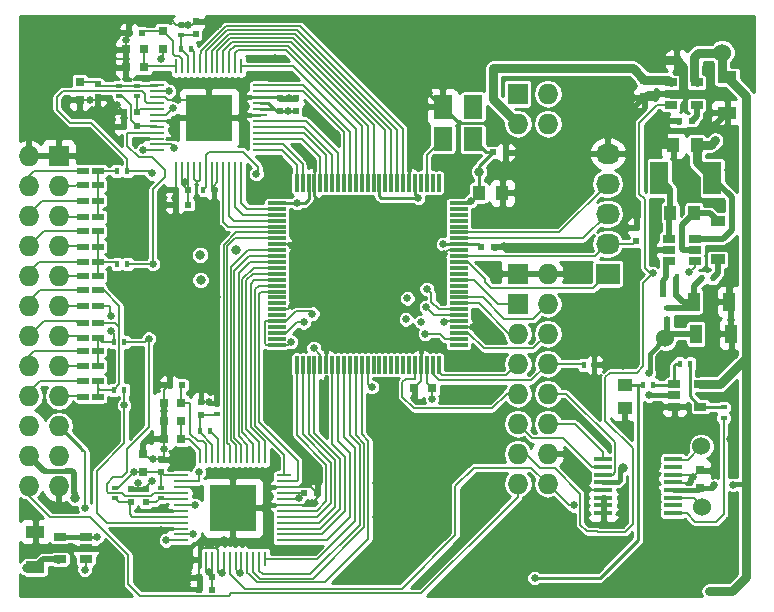
<source format=gtl>
G04 #@! TF.FileFunction,Copper,L1,Top,Signal*
%FSLAX46Y46*%
G04 Gerber Fmt 4.6, Leading zero omitted, Abs format (unit mm)*
G04 Created by KiCad (PCBNEW 4.0.1-stable) date 01/02/2016 19:28:03*
%MOMM*%
G01*
G04 APERTURE LIST*
%ADD10C,0.100000*%
%ADD11R,0.500000X0.600000*%
%ADD12R,1.500000X0.450000*%
%ADD13R,1.300000X0.250000*%
%ADD14R,0.250000X1.300000*%
%ADD15R,4.000000X4.000000*%
%ADD16R,0.750000X0.800000*%
%ADD17R,0.600000X0.500000*%
%ADD18R,0.800000X0.750000*%
%ADD19R,1.000000X1.250000*%
%ADD20R,1.250000X1.000000*%
%ADD21R,1.000000X1.600000*%
%ADD22R,1.600000X1.000000*%
%ADD23R,1.220000X0.910000*%
%ADD24R,1.501140X2.799080*%
%ADD25R,1.727200X1.727200*%
%ADD26O,1.727200X1.727200*%
%ADD27C,1.524000*%
%ADD28R,2.032000X1.727200*%
%ADD29O,2.032000X1.727200*%
%ADD30R,0.600000X0.400000*%
%ADD31R,0.400000X0.600000*%
%ADD32R,1.060000X0.650000*%
%ADD33R,0.300000X1.500000*%
%ADD34R,1.500000X0.300000*%
%ADD35R,1.000000X0.600000*%
%ADD36R,1.600000X2.000000*%
%ADD37C,0.800000*%
%ADD38C,0.635000*%
%ADD39C,3.000000*%
%ADD40C,0.508000*%
%ADD41C,0.381000*%
%ADD42C,0.762000*%
%ADD43C,0.180000*%
%ADD44C,0.150000*%
%ADD45C,0.254000*%
%ADD46C,0.200000*%
G04 APERTURE END LIST*
D10*
D11*
X125600000Y-111480000D03*
X125600000Y-110380000D03*
D12*
X128710000Y-134555000D03*
X128710000Y-133905000D03*
X128710000Y-133255000D03*
X128710000Y-132605000D03*
X128710000Y-131955000D03*
X128710000Y-131305000D03*
X128710000Y-130655000D03*
X128710000Y-130005000D03*
X122810000Y-130005000D03*
X122810000Y-130655000D03*
X122810000Y-131305000D03*
X122810000Y-131955000D03*
X122810000Y-132605000D03*
X122810000Y-133255000D03*
X122810000Y-133905000D03*
X122810000Y-134555000D03*
D13*
X85058000Y-98342000D03*
X85058000Y-98842000D03*
X85058000Y-99342000D03*
X85058000Y-99842000D03*
X85058000Y-100342000D03*
X85058000Y-100842000D03*
X85058000Y-101342000D03*
X85058000Y-101842000D03*
X85058000Y-102342000D03*
X85058000Y-102842000D03*
X85058000Y-103342000D03*
X85058000Y-103842000D03*
D14*
X86658000Y-105442000D03*
X87158000Y-105442000D03*
X87658000Y-105442000D03*
X88158000Y-105442000D03*
X88658000Y-105442000D03*
X89158000Y-105442000D03*
X89658000Y-105442000D03*
X90158000Y-105442000D03*
X90658000Y-105442000D03*
X91158000Y-105442000D03*
X91658000Y-105442000D03*
X92158000Y-105442000D03*
D13*
X93758000Y-103842000D03*
X93758000Y-103342000D03*
X93758000Y-102842000D03*
X93758000Y-102342000D03*
X93758000Y-101842000D03*
X93758000Y-101342000D03*
X93758000Y-100842000D03*
X93758000Y-100342000D03*
X93758000Y-99842000D03*
X93758000Y-99342000D03*
X93758000Y-98842000D03*
X93758000Y-98342000D03*
D14*
X92158000Y-96742000D03*
X91658000Y-96742000D03*
X91158000Y-96742000D03*
X90658000Y-96742000D03*
X90158000Y-96742000D03*
X89658000Y-96742000D03*
X89158000Y-96742000D03*
X88658000Y-96742000D03*
X88158000Y-96742000D03*
X87658000Y-96742000D03*
X87158000Y-96742000D03*
X86658000Y-96742000D03*
D15*
X89408000Y-101092000D03*
D16*
X126300000Y-97850000D03*
X126300000Y-99350000D03*
D17*
X130300000Y-101350000D03*
X129200000Y-101350000D03*
D18*
X130525000Y-96225000D03*
X129025000Y-96225000D03*
D19*
X130725000Y-103400000D03*
X128725000Y-103400000D03*
D16*
X131030000Y-132420000D03*
X131030000Y-130920000D03*
D20*
X124650000Y-123700000D03*
X124650000Y-125700000D03*
D18*
X83910000Y-96790000D03*
X82410000Y-96790000D03*
X87110000Y-128270000D03*
X85610000Y-128270000D03*
D19*
X130475000Y-109150000D03*
X128475000Y-109150000D03*
D17*
X128950000Y-116000000D03*
X127850000Y-116000000D03*
D21*
X130490000Y-116660000D03*
X133490000Y-116660000D03*
X130652000Y-119380000D03*
X133652000Y-119380000D03*
D18*
X83910000Y-95280000D03*
X82410000Y-95280000D03*
X87110000Y-126746000D03*
X85610000Y-126746000D03*
D22*
X74725000Y-139125000D03*
X74725000Y-136125000D03*
X133300000Y-97650000D03*
X133300000Y-100650000D03*
D16*
X85525000Y-93750000D03*
X85525000Y-95250000D03*
D18*
X87110000Y-125222000D03*
X85610000Y-125222000D03*
D17*
X83760000Y-93890000D03*
X82660000Y-93890000D03*
X87164000Y-123698000D03*
X86064000Y-123698000D03*
D11*
X96770000Y-99440000D03*
X96770000Y-100540000D03*
D17*
X98594000Y-132842000D03*
X97494000Y-132842000D03*
D11*
X95480000Y-99440000D03*
X95480000Y-100540000D03*
D17*
X113580000Y-112014000D03*
X112480000Y-112014000D03*
D11*
X88300000Y-94000000D03*
X88300000Y-92900000D03*
X88760000Y-126220000D03*
X88760000Y-125120000D03*
D17*
X86572000Y-108458000D03*
X87672000Y-108458000D03*
D16*
X78486000Y-98056000D03*
X78486000Y-99556000D03*
X83820000Y-131052000D03*
X83820000Y-129552000D03*
D17*
X88625000Y-140000000D03*
X89725000Y-140000000D03*
D11*
X80010000Y-98256000D03*
X80010000Y-99356000D03*
X85344000Y-131106000D03*
X85344000Y-130006000D03*
D17*
X86572000Y-107188000D03*
X87672000Y-107188000D03*
X88630000Y-141040000D03*
X89730000Y-141040000D03*
X83310000Y-101810000D03*
X82210000Y-101810000D03*
D11*
X82804000Y-133646000D03*
X82804000Y-132546000D03*
D17*
X83354000Y-100584000D03*
X82254000Y-100584000D03*
D11*
X84074000Y-133646000D03*
X84074000Y-132546000D03*
D19*
X112284000Y-107442000D03*
X114284000Y-107442000D03*
D18*
X108300000Y-123950000D03*
X106800000Y-123950000D03*
D23*
X132500000Y-113085000D03*
X132500000Y-109815000D03*
D24*
X132050440Y-106175000D03*
X127549560Y-106175000D03*
D25*
X76730000Y-104320000D03*
D26*
X74190000Y-104320000D03*
X76730000Y-106860000D03*
X74190000Y-106860000D03*
X76730000Y-109400000D03*
X74190000Y-109400000D03*
X76730000Y-111940000D03*
X74190000Y-111940000D03*
X76730000Y-114480000D03*
X74190000Y-114480000D03*
X76730000Y-117020000D03*
X74190000Y-117020000D03*
X76730000Y-119560000D03*
X74190000Y-119560000D03*
X76730000Y-122100000D03*
X74190000Y-122100000D03*
X76730000Y-124640000D03*
X74190000Y-124640000D03*
X76730000Y-127180000D03*
X74190000Y-127180000D03*
X76730000Y-129720000D03*
X74190000Y-129720000D03*
X76730000Y-132260000D03*
X74190000Y-132260000D03*
D27*
X131220000Y-134010000D03*
X131100000Y-128910000D03*
X132875000Y-95575000D03*
X128050000Y-119750000D03*
D25*
X115570000Y-116840000D03*
D26*
X118110000Y-116840000D03*
X115570000Y-119380000D03*
X118110000Y-119380000D03*
X115570000Y-121920000D03*
X118110000Y-121920000D03*
X115570000Y-124460000D03*
X118110000Y-124460000D03*
X115570000Y-127000000D03*
X118110000Y-127000000D03*
X115570000Y-129540000D03*
X118110000Y-129540000D03*
X115570000Y-132080000D03*
X118110000Y-132080000D03*
D25*
X115570000Y-99060000D03*
D26*
X118110000Y-99060000D03*
X115570000Y-101600000D03*
X118110000Y-101600000D03*
D25*
X115570000Y-114300000D03*
D26*
X118110000Y-114300000D03*
D28*
X123190000Y-114300000D03*
D29*
X123190000Y-111760000D03*
X123190000Y-109220000D03*
X123190000Y-106680000D03*
X123190000Y-104140000D03*
D30*
X133000000Y-125600000D03*
X133000000Y-126500000D03*
D31*
X129275000Y-121900000D03*
X130175000Y-121900000D03*
X126150000Y-123700000D03*
X127050000Y-123700000D03*
X129030000Y-114600000D03*
X128130000Y-114600000D03*
X132090000Y-114650000D03*
X131190000Y-114650000D03*
D30*
X128240000Y-118130000D03*
X128240000Y-117230000D03*
D31*
X82514000Y-113464000D03*
X81614000Y-113464000D03*
X82260000Y-120070000D03*
X81360000Y-120070000D03*
X82514000Y-105590000D03*
X81614000Y-105590000D03*
X82260000Y-124132000D03*
X81360000Y-124132000D03*
X87950000Y-95250000D03*
X87050000Y-95250000D03*
D30*
X87050000Y-94100000D03*
X87050000Y-93200000D03*
D31*
X89540000Y-127620000D03*
X88640000Y-127620000D03*
D30*
X90110000Y-126140000D03*
X90110000Y-125240000D03*
X83312000Y-99256000D03*
X83312000Y-98356000D03*
X81788000Y-99256000D03*
X81788000Y-98356000D03*
X85344000Y-133292000D03*
X85344000Y-132392000D03*
X81484000Y-133292000D03*
X81484000Y-132392000D03*
D31*
X88958000Y-107188000D03*
X89858000Y-107188000D03*
X122050000Y-122000000D03*
X121150000Y-122000000D03*
D32*
X79011000Y-138467000D03*
X79011000Y-137517000D03*
X79011000Y-136567000D03*
X76811000Y-136567000D03*
X76811000Y-138467000D03*
D13*
X87090000Y-131362000D03*
X87090000Y-131862000D03*
X87090000Y-132362000D03*
X87090000Y-132862000D03*
X87090000Y-133362000D03*
X87090000Y-133862000D03*
X87090000Y-134362000D03*
X87090000Y-134862000D03*
X87090000Y-135362000D03*
X87090000Y-135862000D03*
X87090000Y-136362000D03*
X87090000Y-136862000D03*
D14*
X88690000Y-138462000D03*
X89190000Y-138462000D03*
X89690000Y-138462000D03*
X90190000Y-138462000D03*
X90690000Y-138462000D03*
X91190000Y-138462000D03*
X91690000Y-138462000D03*
X92190000Y-138462000D03*
X92690000Y-138462000D03*
X93190000Y-138462000D03*
X93690000Y-138462000D03*
X94190000Y-138462000D03*
D13*
X95790000Y-136862000D03*
X95790000Y-136362000D03*
X95790000Y-135862000D03*
X95790000Y-135362000D03*
X95790000Y-134862000D03*
X95790000Y-134362000D03*
X95790000Y-133862000D03*
X95790000Y-133362000D03*
X95790000Y-132862000D03*
X95790000Y-132362000D03*
X95790000Y-131862000D03*
X95790000Y-131362000D03*
D14*
X94190000Y-129762000D03*
X93690000Y-129762000D03*
X93190000Y-129762000D03*
X92690000Y-129762000D03*
X92190000Y-129762000D03*
X91690000Y-129762000D03*
X91190000Y-129762000D03*
X90690000Y-129762000D03*
X90190000Y-129762000D03*
X89690000Y-129762000D03*
X89190000Y-129762000D03*
X88690000Y-129762000D03*
D15*
X91440000Y-134112000D03*
D33*
X108870000Y-106600000D03*
X108370000Y-106600000D03*
X107870000Y-106600000D03*
X107370000Y-106600000D03*
X106870000Y-106600000D03*
X106370000Y-106600000D03*
X105870000Y-106600000D03*
X105370000Y-106600000D03*
X104870000Y-106600000D03*
X104370000Y-106600000D03*
X103870000Y-106600000D03*
X103370000Y-106600000D03*
X102870000Y-106600000D03*
X102370000Y-106600000D03*
X101870000Y-106600000D03*
X101370000Y-106600000D03*
X100870000Y-106600000D03*
X100370000Y-106600000D03*
X99870000Y-106600000D03*
X99370000Y-106600000D03*
X98870000Y-106600000D03*
X98370000Y-106600000D03*
X97870000Y-106600000D03*
X97370000Y-106600000D03*
X96870000Y-106600000D03*
D34*
X95170000Y-108300000D03*
X95170000Y-108800000D03*
X95170000Y-109300000D03*
X95170000Y-109800000D03*
X95170000Y-110300000D03*
X95170000Y-110800000D03*
X95170000Y-111300000D03*
X95170000Y-111800000D03*
X95170000Y-112300000D03*
X95170000Y-112800000D03*
X95170000Y-113300000D03*
X95170000Y-113800000D03*
X95170000Y-114300000D03*
X95170000Y-114800000D03*
X95170000Y-115300000D03*
X95170000Y-115800000D03*
X95170000Y-116300000D03*
X95170000Y-116800000D03*
X95170000Y-117300000D03*
X95170000Y-117800000D03*
X95170000Y-118300000D03*
X95170000Y-118800000D03*
X95170000Y-119300000D03*
X95170000Y-119800000D03*
X95170000Y-120300000D03*
D33*
X96870000Y-122000000D03*
X97370000Y-122000000D03*
X97870000Y-122000000D03*
X98370000Y-122000000D03*
X98870000Y-122000000D03*
X99370000Y-122000000D03*
X99870000Y-122000000D03*
X100370000Y-122000000D03*
X100870000Y-122000000D03*
X101370000Y-122000000D03*
X101870000Y-122000000D03*
X102370000Y-122000000D03*
X102870000Y-122000000D03*
X103370000Y-122000000D03*
X103870000Y-122000000D03*
X104370000Y-122000000D03*
X104870000Y-122000000D03*
X105370000Y-122000000D03*
X105870000Y-122000000D03*
X106370000Y-122000000D03*
X106870000Y-122000000D03*
X107370000Y-122000000D03*
X107870000Y-122000000D03*
X108370000Y-122000000D03*
X108870000Y-122000000D03*
D34*
X110570000Y-120300000D03*
X110570000Y-119800000D03*
X110570000Y-119300000D03*
X110570000Y-118800000D03*
X110570000Y-118300000D03*
X110570000Y-117800000D03*
X110570000Y-117300000D03*
X110570000Y-116800000D03*
X110570000Y-116300000D03*
X110570000Y-115800000D03*
X110570000Y-115300000D03*
X110570000Y-114800000D03*
X110570000Y-114300000D03*
X110570000Y-113800000D03*
X110570000Y-113300000D03*
X110570000Y-112800000D03*
X110570000Y-112300000D03*
X110570000Y-111800000D03*
X110570000Y-111300000D03*
X110570000Y-110800000D03*
X110570000Y-110300000D03*
X110570000Y-109800000D03*
X110570000Y-109300000D03*
X110570000Y-108800000D03*
X110570000Y-108300000D03*
D32*
X128525000Y-98100000D03*
X128525000Y-99050000D03*
X128525000Y-100000000D03*
X130725000Y-100000000D03*
X130725000Y-98100000D03*
X128850000Y-123650000D03*
X128850000Y-124600000D03*
X128850000Y-125550000D03*
X131050000Y-125550000D03*
X131050000Y-123650000D03*
X128375000Y-111325000D03*
X128375000Y-112275000D03*
X128375000Y-113225000D03*
X130575000Y-113225000D03*
X130575000Y-111325000D03*
X130575000Y-112275000D03*
D35*
X78800000Y-114500000D03*
X80000000Y-114500000D03*
X78800000Y-113300000D03*
X80000000Y-113300000D03*
X78800000Y-112000000D03*
X80000000Y-112000000D03*
X78800000Y-122100000D03*
X80000000Y-122100000D03*
X78800000Y-117000000D03*
X80000000Y-117000000D03*
X78800000Y-120800000D03*
X80000000Y-120800000D03*
X78800000Y-119700000D03*
X80000000Y-119700000D03*
X78800000Y-108100000D03*
X80000000Y-108100000D03*
X78800000Y-109500000D03*
X80000000Y-109500000D03*
X78800000Y-105600000D03*
X80000000Y-105600000D03*
X78800000Y-106800000D03*
X80000000Y-106800000D03*
X78800000Y-124700000D03*
X80000000Y-124700000D03*
X78800000Y-123400000D03*
X80000000Y-123400000D03*
X78800000Y-115700000D03*
X80000000Y-115700000D03*
X78800000Y-118500000D03*
X80000000Y-118500000D03*
X78800000Y-110700000D03*
X80000000Y-110700000D03*
D17*
X114550000Y-104000000D03*
X113450000Y-104000000D03*
D36*
X111770000Y-100150000D03*
X109230000Y-100150000D03*
X109230000Y-102850000D03*
X111770000Y-102850000D03*
D37*
X78100000Y-133300000D03*
X74000000Y-139200000D03*
D38*
X133780000Y-132170000D03*
X132230000Y-132210000D03*
X131800000Y-141150000D03*
X102000000Y-93100000D03*
X93600000Y-92750000D03*
X95250000Y-92750000D03*
X92100000Y-92750000D03*
X90000000Y-93400000D03*
D37*
X133500000Y-102000000D03*
X133500000Y-103500000D03*
X133500000Y-105500000D03*
X133825000Y-124375000D03*
X133775000Y-130150000D03*
X122700000Y-137950000D03*
D38*
X112625000Y-132700000D03*
X111350000Y-136100000D03*
D37*
X117175000Y-137250000D03*
X133150000Y-135875000D03*
X130300000Y-138225000D03*
X126275000Y-138075000D03*
X134125000Y-93475000D03*
X127150000Y-93400000D03*
X124800000Y-127025000D03*
X121100000Y-131800000D03*
D38*
X76500000Y-140000000D03*
X81500000Y-139500000D03*
X85400000Y-136000000D03*
D37*
X107975000Y-99000000D03*
X113800000Y-105500000D03*
X123190000Y-98125000D03*
X123190000Y-95700000D03*
X115775000Y-104725000D03*
X109800000Y-104700000D03*
X100100000Y-94875000D03*
X101275000Y-95900000D03*
X104175000Y-97450000D03*
X104175000Y-99025000D03*
X106650000Y-101775000D03*
X106625000Y-103125000D03*
X106600000Y-104600000D03*
X119000000Y-107500000D03*
X122500000Y-117000000D03*
D38*
X124450000Y-122100000D03*
D37*
X125500000Y-121500000D03*
X132000000Y-121500000D03*
D38*
X133875000Y-114525000D03*
D37*
X130000000Y-106000000D03*
X132500000Y-108500000D03*
X133500000Y-112000000D03*
D38*
X97950000Y-93100000D03*
D37*
X123000000Y-94500000D03*
X115500000Y-94500000D03*
X106500000Y-94500000D03*
D38*
X87500000Y-111500000D03*
X81150000Y-110225000D03*
X89850000Y-118750000D03*
X90075000Y-116275000D03*
D37*
X87675000Y-117375000D03*
D38*
X89850000Y-123925000D03*
X89850000Y-121825000D03*
X81175000Y-115300000D03*
X86500000Y-119000000D03*
X78500000Y-127000000D03*
X92000000Y-98000000D03*
X89000000Y-98000000D03*
X85350000Y-96150000D03*
X95000000Y-96000000D03*
X96000000Y-97500000D03*
X98000000Y-100500000D03*
X100000000Y-102500000D03*
X98000000Y-105000000D03*
X95000000Y-106500000D03*
X93000000Y-108000000D03*
X96500000Y-111950000D03*
X83075000Y-122075000D03*
X83325000Y-126575000D03*
X79800000Y-126275000D03*
X79950000Y-129775000D03*
X133575000Y-128325000D03*
X127125000Y-128100000D03*
X127425000Y-125800000D03*
X111525000Y-124350000D03*
X105375000Y-129825000D03*
X90570000Y-139670000D03*
X92100000Y-139650000D03*
X86850000Y-99600000D03*
X74850000Y-137525000D03*
X100064000Y-119175000D03*
X130412500Y-131537500D03*
X127525000Y-96225000D03*
X132325000Y-101625000D03*
X128075000Y-102200000D03*
X125337500Y-100312500D03*
X127425000Y-99050000D03*
X125275000Y-102150000D03*
X127100000Y-103800000D03*
X127150000Y-112275000D03*
X133652000Y-118250000D03*
X111800000Y-121900000D03*
X104450000Y-108800000D03*
X115442000Y-107442000D03*
X114450000Y-111950000D03*
X77967000Y-137517000D03*
X81175000Y-121750000D03*
X76675000Y-96775000D03*
X73950000Y-99225000D03*
X83350000Y-92775000D03*
X84925000Y-92750000D03*
X103575000Y-134875000D03*
X103375000Y-137375000D03*
X103575000Y-131975000D03*
X105375000Y-128250000D03*
X105375000Y-132625000D03*
X105375000Y-136475000D03*
X104537500Y-139137500D03*
X99075000Y-126525000D03*
X103125000Y-126375000D03*
X105375000Y-126375000D03*
X101975000Y-139450000D03*
X98225000Y-130600000D03*
X94675000Y-124700000D03*
X95775000Y-127350000D03*
X94675000Y-121375000D03*
X95375000Y-137775000D03*
X90750000Y-136850000D03*
X87650000Y-139650000D03*
D39*
X91440000Y-134112000D03*
D38*
X86064000Y-122761000D03*
X89450000Y-125120000D03*
X85610000Y-125950000D03*
X85610000Y-129150000D03*
X84700000Y-130006000D03*
X85575000Y-134100000D03*
X88325000Y-132725000D03*
X84600000Y-131850000D03*
X83400000Y-132050000D03*
X98114000Y-131936000D03*
X98150000Y-133675000D03*
X106800000Y-124825000D03*
X111775000Y-118800000D03*
X109350000Y-112625000D03*
X96437500Y-116987500D03*
X87675000Y-93200000D03*
X82410000Y-96150000D03*
X82410000Y-94475000D03*
X79350000Y-99556000D03*
X81660000Y-99990000D03*
X82210000Y-101100000D03*
X83450000Y-103050000D03*
X86572000Y-107850000D03*
X88425000Y-107900000D03*
X89950000Y-108250000D03*
X86390000Y-101710000D03*
D39*
X89408000Y-101092000D03*
D38*
X92525000Y-100050000D03*
X96175000Y-99440000D03*
X100425000Y-108450000D03*
D37*
X124470000Y-130740000D03*
X112284000Y-105650000D03*
D38*
X107387500Y-118362500D03*
X106100000Y-118150000D03*
X106230000Y-116375000D03*
X98200000Y-117675000D03*
X96400000Y-120050000D03*
X98300000Y-120575000D03*
D37*
X91725000Y-112300000D03*
D38*
X97093000Y-133243000D03*
X108300000Y-124875000D03*
X96125000Y-100540000D03*
X96125000Y-100550000D03*
X96900000Y-108300000D03*
X107150000Y-107900000D03*
X109250000Y-111800000D03*
X111613000Y-108113000D03*
X109350000Y-118375000D03*
X132300000Y-103000000D03*
X117010000Y-140060000D03*
X126700000Y-122700000D03*
X126700000Y-124600000D03*
X78950000Y-134150000D03*
X79917000Y-136567000D03*
X127000000Y-114250000D03*
X130100000Y-114175000D03*
X89425000Y-139575000D03*
X88125000Y-136362000D03*
D37*
X88725000Y-114800000D03*
X88700000Y-112700000D03*
D38*
X87400000Y-106525000D03*
X88575000Y-131075000D03*
X88213000Y-133862000D03*
X86500000Y-103620000D03*
X86360000Y-100290000D03*
X86040000Y-98842000D03*
X78900000Y-139350000D03*
X83098000Y-131052000D03*
X84676000Y-113464000D03*
X84330000Y-119790000D03*
X84587500Y-105787500D03*
X82260000Y-125420000D03*
X81170000Y-117870000D03*
X81170000Y-119150000D03*
X120300000Y-133900000D03*
X93450000Y-105850000D03*
X107855000Y-115570000D03*
X107725000Y-119375000D03*
X107800000Y-117100000D03*
X97450000Y-118400000D03*
X83830000Y-103850000D03*
X85802000Y-136862000D03*
X103210000Y-123890000D03*
D40*
X75600000Y-131000000D02*
X75470000Y-131000000D01*
X77800000Y-131000000D02*
X77300000Y-131000000D01*
X78000000Y-131200000D02*
X77800000Y-131000000D01*
X78000000Y-132800000D02*
X78000000Y-131200000D01*
X78100000Y-132900000D02*
X78000000Y-132800000D01*
X78100000Y-133300000D02*
X78100000Y-132900000D01*
D41*
X75600000Y-131000000D02*
X77300000Y-131000000D01*
D40*
X75470000Y-131000000D02*
X74190000Y-129720000D01*
D42*
X74000000Y-139200000D02*
X74075000Y-139125000D01*
X74075000Y-139125000D02*
X74725000Y-139125000D01*
X134900000Y-121450000D02*
X134900000Y-99250000D01*
X134900000Y-99250000D02*
X133300000Y-97650000D01*
D40*
X76811000Y-138467000D02*
X75383000Y-138467000D01*
X75383000Y-138467000D02*
X74725000Y-139125000D01*
D41*
X74190000Y-129720000D02*
X74420000Y-129720000D01*
X134900000Y-132110000D02*
X133840000Y-132110000D01*
X133840000Y-132110000D02*
X133780000Y-132170000D01*
X131030000Y-132420000D02*
X132020000Y-132420000D01*
X132020000Y-132420000D02*
X132230000Y-132210000D01*
X128800000Y-132625000D02*
X130825000Y-132625000D01*
D43*
X130825000Y-132625000D02*
X131030000Y-132420000D01*
D42*
X134900000Y-132110000D02*
X134900000Y-140000000D01*
X133750000Y-141150000D02*
X131800000Y-141150000D01*
X134900000Y-140000000D02*
X133750000Y-141150000D01*
X134900000Y-121450000D02*
X134900000Y-132110000D01*
X132700000Y-123650000D02*
X131050000Y-123650000D01*
X134900000Y-121450000D02*
X132700000Y-123650000D01*
X132875000Y-95575000D02*
X132875000Y-97225000D01*
X132875000Y-97225000D02*
X133300000Y-97650000D01*
X130525000Y-96225000D02*
X130525000Y-95925000D01*
X130525000Y-95925000D02*
X130875000Y-95575000D01*
X130875000Y-95575000D02*
X132875000Y-95575000D01*
X130525000Y-96225000D02*
X130525000Y-97900000D01*
X130525000Y-97900000D02*
X130725000Y-98100000D01*
D41*
X76665000Y-138613000D02*
X76811000Y-138467000D01*
D44*
X90000000Y-93400000D02*
X90000000Y-93250000D01*
X90000000Y-93400000D02*
X90650000Y-92750000D01*
X97950000Y-93100000D02*
X97500000Y-93100000D01*
X97150000Y-92750000D02*
X95250000Y-92750000D01*
X95250000Y-92750000D02*
X95000000Y-92750000D01*
X97500000Y-93100000D02*
X97150000Y-92750000D01*
X95000000Y-92750000D02*
X93600000Y-92750000D01*
X93600000Y-92750000D02*
X92100000Y-92750000D01*
X92100000Y-92750000D02*
X90650000Y-92750000D01*
X90000000Y-93250000D02*
X89650000Y-92900000D01*
D43*
X133300000Y-101800000D02*
X133500000Y-102000000D01*
X133500000Y-103500000D02*
X133500000Y-105500000D01*
X133300000Y-101800000D02*
X133300000Y-100650000D01*
D44*
X121925000Y-137175000D02*
X122700000Y-137950000D01*
D43*
X112625000Y-134825000D02*
X112625000Y-132700000D01*
X111350000Y-136100000D02*
X112625000Y-134825000D01*
D44*
X117250000Y-137175000D02*
X119900000Y-137175000D01*
X117175000Y-137250000D02*
X117250000Y-137175000D01*
X119900000Y-137175000D02*
X121925000Y-137175000D01*
X126425000Y-138225000D02*
X130300000Y-138225000D01*
X126275000Y-138075000D02*
X126425000Y-138225000D01*
X123000000Y-94500000D02*
X126050000Y-94500000D01*
X126050000Y-94500000D02*
X127150000Y-93400000D01*
X124800000Y-127025000D02*
X124650000Y-126875000D01*
X124650000Y-126875000D02*
X124650000Y-125700000D01*
X121100000Y-131800000D02*
X121905000Y-132605000D01*
X121905000Y-132605000D02*
X122810000Y-132605000D01*
D43*
X81500000Y-140000000D02*
X81000000Y-140500000D01*
X81000000Y-140500000D02*
X77000000Y-140500000D01*
X76500000Y-140000000D02*
X77000000Y-140500000D01*
D44*
X85400000Y-136000000D02*
X85538000Y-135862000D01*
X85538000Y-135862000D02*
X87090000Y-135862000D01*
D43*
X81500000Y-139500000D02*
X81500000Y-140000000D01*
D45*
X109125000Y-100150000D02*
X107975000Y-99000000D01*
X109230000Y-100150000D02*
X109125000Y-100150000D01*
X114550000Y-104000000D02*
X114550000Y-102875000D01*
X110580000Y-101500000D02*
X109230000Y-100150000D01*
X113175000Y-101500000D02*
X110580000Y-101500000D01*
X114550000Y-102875000D02*
X113175000Y-101500000D01*
X113800000Y-105500000D02*
X114550000Y-104750000D01*
X114550000Y-104750000D02*
X114550000Y-104000000D01*
D43*
X123190000Y-98125000D02*
X123175000Y-98125000D01*
X123190000Y-95700000D02*
X123175000Y-95700000D01*
X109800000Y-104700000D02*
X109825000Y-104725000D01*
X106370000Y-106600000D02*
X106370000Y-104830000D01*
X100250000Y-94875000D02*
X100100000Y-94875000D01*
X101275000Y-95900000D02*
X100250000Y-94875000D01*
X104175000Y-99025000D02*
X104175000Y-97450000D01*
X106650000Y-103100000D02*
X106650000Y-101775000D01*
X106625000Y-103125000D02*
X106650000Y-103100000D01*
X106370000Y-104830000D02*
X106600000Y-104600000D01*
X122050000Y-122000000D02*
X124350000Y-122000000D01*
X124450000Y-122100000D02*
X124350000Y-122000000D01*
D40*
X133490000Y-116660000D02*
X133490000Y-114910000D01*
X133875000Y-114525000D02*
X133490000Y-114910000D01*
D43*
X128725000Y-104725000D02*
X128725000Y-103400000D01*
X130000000Y-106000000D02*
X128725000Y-104725000D01*
X105100000Y-93100000D02*
X106500000Y-94500000D01*
X97950000Y-93100000D02*
X102000000Y-93100000D01*
X102000000Y-93100000D02*
X105100000Y-93100000D01*
X115500000Y-94500000D02*
X123000000Y-94500000D01*
D46*
X90075000Y-116275000D02*
X88975000Y-117375000D01*
X87675000Y-117375000D02*
X88975000Y-117375000D01*
X89850000Y-123925000D02*
X90110000Y-124185000D01*
X90110000Y-124185000D02*
X90110000Y-125240000D01*
D43*
X95000000Y-106500000D02*
X93500000Y-108000000D01*
X93000000Y-108000000D02*
X93500000Y-108000000D01*
X83075000Y-122075000D02*
X83325000Y-122325000D01*
X83325000Y-126575000D02*
X83325000Y-122325000D01*
X79800000Y-126275000D02*
X79950000Y-126425000D01*
X79950000Y-129775000D02*
X79950000Y-126425000D01*
D44*
X127675000Y-125550000D02*
X128850000Y-125550000D01*
X127675000Y-125550000D02*
X127425000Y-125800000D01*
D43*
X90190000Y-138462000D02*
X90190000Y-139530000D01*
X90690000Y-139550000D02*
X90690000Y-138462000D01*
X90570000Y-139670000D02*
X90690000Y-139550000D01*
X90330000Y-139670000D02*
X90570000Y-139670000D01*
X90190000Y-139530000D02*
X90330000Y-139670000D01*
X92100000Y-139440000D02*
X92100000Y-139650000D01*
X92100000Y-139650000D02*
X92120000Y-139670000D01*
X92190000Y-138462000D02*
X92190000Y-139350000D01*
X91690000Y-139300000D02*
X91690000Y-138462000D01*
X91830000Y-139440000D02*
X91690000Y-139300000D01*
X92100000Y-139440000D02*
X91830000Y-139440000D01*
X92190000Y-139350000D02*
X92100000Y-139440000D01*
X89858000Y-107188000D02*
X89858000Y-106842000D01*
X90158000Y-106542000D02*
X90158000Y-105442000D01*
X89858000Y-106842000D02*
X90158000Y-106542000D01*
X87916000Y-99600000D02*
X86850000Y-99600000D01*
X85732000Y-99342000D02*
X85058000Y-99342000D01*
X86850000Y-99600000D02*
X85990000Y-99600000D01*
X85732000Y-99342000D02*
X85990000Y-99600000D01*
X87916000Y-99600000D02*
X89408000Y-101092000D01*
D44*
X74850000Y-137525000D02*
X74725000Y-137400000D01*
X74725000Y-137400000D02*
X74725000Y-136125000D01*
X99370000Y-122000000D02*
X99370000Y-120080000D01*
X100064000Y-119386000D02*
X100064000Y-119175000D01*
X99370000Y-120080000D02*
X100064000Y-119386000D01*
X100064000Y-119175000D02*
X100075000Y-119175000D01*
X128800000Y-131325000D02*
X130625000Y-131325000D01*
X130625000Y-131325000D02*
X131030000Y-130920000D01*
X128800000Y-131975000D02*
X129975000Y-131975000D01*
X129975000Y-131975000D02*
X130412500Y-131537500D01*
X130412500Y-131537500D02*
X131030000Y-130920000D01*
D42*
X129025000Y-96225000D02*
X127525000Y-96225000D01*
X128525000Y-99050000D02*
X129400000Y-99050000D01*
X129600000Y-96800000D02*
X129025000Y-96225000D01*
X129600000Y-98850000D02*
X129600000Y-96800000D01*
X129400000Y-99050000D02*
X129600000Y-98850000D01*
D40*
X132325000Y-101625000D02*
X133300000Y-100650000D01*
X131750000Y-102200000D02*
X132325000Y-101625000D01*
X128075000Y-102200000D02*
X131750000Y-102200000D01*
X128075000Y-101650000D02*
X128075000Y-102200000D01*
X128075000Y-102200000D02*
X128075000Y-102850000D01*
X128375000Y-101350000D02*
X128075000Y-101650000D01*
X129200000Y-101350000D02*
X128375000Y-101350000D01*
X127525000Y-103400000D02*
X127525000Y-103375000D01*
X128075000Y-102850000D02*
X127525000Y-103400000D01*
X128525000Y-99050000D02*
X127425000Y-99050000D01*
X127425000Y-99050000D02*
X126600000Y-99050000D01*
X126600000Y-99050000D02*
X126300000Y-99350000D01*
X126300000Y-99350000D02*
X125337500Y-100312500D01*
X125337500Y-100312500D02*
X125250000Y-100400000D01*
X125250000Y-102125000D02*
X125250000Y-100400000D01*
X125250000Y-102125000D02*
X125275000Y-102150000D01*
X127100000Y-103800000D02*
X127525000Y-103375000D01*
X127525000Y-103375000D02*
X127500000Y-103400000D01*
X128725000Y-103400000D02*
X127500000Y-103400000D01*
X133652000Y-119380000D02*
X133652000Y-118250000D01*
X133652000Y-118250000D02*
X133652000Y-116822000D01*
X133652000Y-116822000D02*
X133490000Y-116660000D01*
D44*
X115442000Y-107442000D02*
X115450000Y-107450000D01*
X114284000Y-107442000D02*
X115442000Y-107442000D01*
X114450000Y-111950000D02*
X114386000Y-112014000D01*
X114386000Y-112014000D02*
X113580000Y-112014000D01*
X79011000Y-137517000D02*
X77967000Y-137517000D01*
X77967000Y-137517000D02*
X77925000Y-137475000D01*
X82754000Y-132546000D02*
X83350000Y-132546000D01*
D46*
X76730000Y-104320000D02*
X74190000Y-104320000D01*
X82410000Y-96150000D02*
X77300000Y-96150000D01*
X76675000Y-96775000D02*
X77300000Y-96150000D01*
X87050000Y-93200000D02*
X86675000Y-93200000D01*
X82660000Y-93465000D02*
X82660000Y-93890000D01*
X83350000Y-92775000D02*
X82660000Y-93465000D01*
X86225000Y-92750000D02*
X84925000Y-92750000D01*
X86675000Y-93200000D02*
X86225000Y-92750000D01*
X88300000Y-92900000D02*
X89650000Y-92900000D01*
X89650000Y-92900000D02*
X89675000Y-92900000D01*
X89675000Y-92900000D02*
X89950000Y-92625000D01*
X103375000Y-137375000D02*
X103575000Y-137175000D01*
X103575000Y-131975000D02*
X103575000Y-134875000D01*
X103575000Y-134875000D02*
X103575000Y-137175000D01*
X105375000Y-126375000D02*
X105375000Y-128250000D01*
X105375000Y-128250000D02*
X105375000Y-129825000D01*
X105375000Y-129825000D02*
X105375000Y-132625000D01*
X105375000Y-132625000D02*
X105375000Y-136475000D01*
X105375000Y-136475000D02*
X105375000Y-138300000D01*
X103125000Y-126375000D02*
X105375000Y-126375000D01*
X104225000Y-139450000D02*
X101975000Y-139450000D01*
X105375000Y-138300000D02*
X104537500Y-139137500D01*
X104537500Y-139137500D02*
X104225000Y-139450000D01*
X95775000Y-127350000D02*
X94675000Y-126250000D01*
X94675000Y-121375000D02*
X94675000Y-124700000D01*
X94675000Y-124700000D02*
X94675000Y-126250000D01*
X95375000Y-137775000D02*
X94450000Y-136850000D01*
X90750000Y-136850000D02*
X94450000Y-136850000D01*
X87650000Y-139650000D02*
X87650000Y-138625000D01*
D44*
X88625000Y-140000000D02*
X88000000Y-140000000D01*
X87650000Y-139650000D02*
X88000000Y-140000000D01*
X86064000Y-122761000D02*
X86075000Y-122750000D01*
X86064000Y-123698000D02*
X86064000Y-122761000D01*
X85610000Y-125222000D02*
X85610000Y-124152000D01*
X85610000Y-124152000D02*
X86064000Y-123698000D01*
X88760000Y-125120000D02*
X89450000Y-125120000D01*
X89450000Y-125120000D02*
X89745000Y-125120000D01*
X89745000Y-125120000D02*
X89865000Y-125240000D01*
X89865000Y-125240000D02*
X90110000Y-125240000D01*
X85610000Y-126746000D02*
X85610000Y-125950000D01*
X85610000Y-125950000D02*
X85610000Y-125222000D01*
X85610000Y-128270000D02*
X85610000Y-126746000D01*
X85610000Y-128270000D02*
X85610000Y-129150000D01*
X85610000Y-129150000D02*
X85610000Y-129740000D01*
X85610000Y-129740000D02*
X85344000Y-130006000D01*
X85344000Y-130006000D02*
X84700000Y-130006000D01*
X84700000Y-130006000D02*
X84431000Y-130006000D01*
X84431000Y-130006000D02*
X83977000Y-129552000D01*
X83977000Y-129552000D02*
X83820000Y-129552000D01*
X85575000Y-134100000D02*
X85837000Y-134362000D01*
X85837000Y-134362000D02*
X87090000Y-134362000D01*
X88325000Y-132725000D02*
X87962000Y-132362000D01*
X87962000Y-132362000D02*
X87090000Y-132362000D01*
X84074000Y-132376000D02*
X84600000Y-131850000D01*
X84074000Y-132546000D02*
X84074000Y-132376000D01*
X83400000Y-132546000D02*
X83400000Y-132050000D01*
X83400000Y-132050000D02*
X83425000Y-132025000D01*
X83400000Y-132546000D02*
X84074000Y-132546000D01*
X88690000Y-138462000D02*
X88690000Y-137615000D01*
X90190000Y-137640000D02*
X90190000Y-138462000D01*
X90025000Y-137475000D02*
X90190000Y-137640000D01*
X88830000Y-137475000D02*
X90025000Y-137475000D01*
X88690000Y-137615000D02*
X88830000Y-137475000D01*
X88630000Y-141040000D02*
X88625000Y-140000000D01*
X88625000Y-140000000D02*
X88625000Y-138527000D01*
X88625000Y-138527000D02*
X88690000Y-138462000D01*
X98114000Y-132362000D02*
X98114000Y-131936000D01*
X98114000Y-131936000D02*
X98150000Y-131900000D01*
X95790000Y-133862000D02*
X97875000Y-133862000D01*
X97875000Y-133862000D02*
X97963000Y-133862000D01*
X97963000Y-133862000D02*
X98150000Y-133675000D01*
X98150000Y-133675000D02*
X98900000Y-132925000D01*
X95790000Y-132362000D02*
X98114000Y-132362000D01*
X98114000Y-132362000D02*
X98594000Y-132842000D01*
X106800000Y-123950000D02*
X106800000Y-124825000D01*
X106800000Y-124825000D02*
X106775000Y-124850000D01*
X107370000Y-122000000D02*
X107370000Y-123380000D01*
X107370000Y-123380000D02*
X106800000Y-123950000D01*
D43*
X110570000Y-118800000D02*
X111775000Y-118800000D01*
X111775000Y-118800000D02*
X112340000Y-118800000D01*
X109350000Y-112625000D02*
X109675000Y-112300000D01*
X109675000Y-112300000D02*
X110570000Y-112300000D01*
X95170000Y-111800000D02*
X96350000Y-111800000D01*
X96125000Y-117300000D02*
X95170000Y-117300000D01*
X96500000Y-116925000D02*
X96437500Y-116987500D01*
X96437500Y-116987500D02*
X96125000Y-117300000D01*
X96500000Y-111950000D02*
X96500000Y-116925000D01*
X96350000Y-111800000D02*
X96500000Y-111950000D01*
X87050000Y-93200000D02*
X87675000Y-93200000D01*
X87675000Y-93200000D02*
X88000000Y-93200000D01*
X88000000Y-93200000D02*
X88300000Y-92900000D01*
X85350000Y-96150000D02*
X85350000Y-96125000D01*
X85525000Y-95950000D02*
X85350000Y-96125000D01*
X85350000Y-96125000D02*
X85350000Y-96150000D01*
X85525000Y-95250000D02*
X85525000Y-95950000D01*
X82410000Y-95280000D02*
X82410000Y-94475000D01*
X82410000Y-94475000D02*
X82410000Y-94140000D01*
X82410000Y-94140000D02*
X82660000Y-93890000D01*
X82410000Y-96790000D02*
X82410000Y-96150000D01*
X82410000Y-96150000D02*
X82410000Y-95280000D01*
X80010000Y-99356000D02*
X81026000Y-99356000D01*
X81026000Y-99356000D02*
X81660000Y-99990000D01*
X81660000Y-99990000D02*
X82254000Y-100584000D01*
X78486000Y-99556000D02*
X79350000Y-99556000D01*
X79350000Y-99556000D02*
X79810000Y-99556000D01*
X79810000Y-99556000D02*
X80010000Y-99356000D01*
X82210000Y-101810000D02*
X82210000Y-101100000D01*
X82210000Y-101100000D02*
X82210000Y-100628000D01*
X82210000Y-100628000D02*
X82254000Y-100584000D01*
X83450000Y-103050000D02*
X83658000Y-102842000D01*
X83658000Y-102842000D02*
X85058000Y-102842000D01*
X86572000Y-107188000D02*
X86572000Y-107850000D01*
X86572000Y-107850000D02*
X86572000Y-108458000D01*
X86658000Y-105442000D02*
X86658000Y-107102000D01*
X86658000Y-107102000D02*
X86572000Y-107188000D01*
X88658000Y-105442000D02*
X88658000Y-106317000D01*
X88658000Y-106317000D02*
X88425000Y-106550000D01*
X88158000Y-105442000D02*
X88158000Y-106283000D01*
X88425000Y-106550000D02*
X88425000Y-107750000D01*
X88158000Y-106283000D02*
X88425000Y-106550000D01*
X88425000Y-107750000D02*
X88425000Y-107900000D01*
X89950000Y-108250000D02*
X89858000Y-108158000D01*
X89858000Y-108158000D02*
X89858000Y-107188000D01*
X89658000Y-105442000D02*
X89658000Y-106988000D01*
X89658000Y-106988000D02*
X89858000Y-107188000D01*
X86390000Y-101710000D02*
X86022000Y-101342000D01*
X86022000Y-101342000D02*
X85058000Y-101342000D01*
D45*
X93758000Y-99342000D02*
X92567000Y-99342000D01*
X92717000Y-100842000D02*
X93758000Y-100842000D01*
X92525000Y-100650000D02*
X92717000Y-100842000D01*
X92525000Y-99384000D02*
X92525000Y-100050000D01*
X92525000Y-100050000D02*
X92525000Y-100650000D01*
X92567000Y-99342000D02*
X92525000Y-99384000D01*
X95480000Y-99440000D02*
X96175000Y-99440000D01*
X96175000Y-99440000D02*
X96770000Y-99440000D01*
X93758000Y-99342000D02*
X95382000Y-99342000D01*
X95382000Y-99342000D02*
X95480000Y-99440000D01*
X98370000Y-107670000D02*
X99150000Y-108450000D01*
X99150000Y-108450000D02*
X100425000Y-108450000D01*
X98370000Y-106600000D02*
X98370000Y-107670000D01*
D40*
X127150000Y-112275000D02*
X128375000Y-112275000D01*
D42*
X113500000Y-96900000D02*
X125350000Y-96900000D01*
X126300000Y-97850000D02*
X125350000Y-96900000D01*
X113500000Y-96900000D02*
X113500000Y-99530000D01*
X113500000Y-99530000D02*
X115570000Y-101600000D01*
X126300000Y-97850000D02*
X128275000Y-97850000D01*
X128275000Y-97850000D02*
X128525000Y-98100000D01*
D40*
X130725000Y-100000000D02*
X130725000Y-100925000D01*
X130725000Y-100925000D02*
X130300000Y-101350000D01*
D41*
X124270000Y-130940000D02*
X124470000Y-130740000D01*
X122810000Y-131955000D02*
X124105000Y-131955000D01*
X124105000Y-131955000D02*
X124270000Y-131790000D01*
X124270000Y-131790000D02*
X124270000Y-130940000D01*
D45*
X112284000Y-107442000D02*
X112284000Y-105650000D01*
X112284000Y-105650000D02*
X112284000Y-105166000D01*
X112284000Y-105166000D02*
X113450000Y-104000000D01*
X113450000Y-104000000D02*
X112920000Y-104000000D01*
X112920000Y-104000000D02*
X111770000Y-102850000D01*
D44*
X107387500Y-118362500D02*
X107400000Y-118350000D01*
X106230000Y-116375000D02*
X106225000Y-116375000D01*
X98000000Y-117475000D02*
X98200000Y-117675000D01*
X97350000Y-117475000D02*
X98000000Y-117475000D01*
X95170000Y-118300000D02*
X95950734Y-118300000D01*
X96775734Y-117475000D02*
X97350000Y-117475000D01*
X97350000Y-117475000D02*
X97375000Y-117475000D01*
X95950734Y-118300000D02*
X96775734Y-117475000D01*
X95170000Y-118300000D02*
X94200000Y-118300000D01*
X94275000Y-120300000D02*
X95170000Y-120300000D01*
X94150000Y-120175000D02*
X94275000Y-120300000D01*
X94150000Y-118350000D02*
X94150000Y-120175000D01*
X94200000Y-118300000D02*
X94150000Y-118350000D01*
X96150000Y-120300000D02*
X96400000Y-120050000D01*
X95170000Y-120300000D02*
X96150000Y-120300000D01*
X98870000Y-121145000D02*
X98300000Y-120575000D01*
X98870000Y-122000000D02*
X98870000Y-121145000D01*
X95790000Y-133362000D02*
X96974000Y-133362000D01*
X96974000Y-133362000D02*
X97093000Y-133243000D01*
X97093000Y-133243000D02*
X97494000Y-132842000D01*
X95790000Y-132862000D02*
X97474000Y-132862000D01*
X97474000Y-132862000D02*
X97494000Y-132842000D01*
X108300000Y-123950000D02*
X108300000Y-124875000D01*
X108300000Y-124875000D02*
X108275000Y-124900000D01*
X107870000Y-122000000D02*
X107870000Y-123520000D01*
X107870000Y-123520000D02*
X108300000Y-123950000D01*
D45*
X93758000Y-99842000D02*
X94467000Y-99842000D01*
X94467000Y-99842000D02*
X94967000Y-100342000D01*
X95480000Y-100540000D02*
X96125000Y-100540000D01*
X96125000Y-100540000D02*
X96465000Y-100540000D01*
X96465000Y-100540000D02*
X96770000Y-100540000D01*
X93758000Y-100342000D02*
X94967000Y-100342000D01*
X95165000Y-100540000D02*
X95480000Y-100540000D01*
X94967000Y-100342000D02*
X95165000Y-100540000D01*
X97870000Y-106600000D02*
X97870000Y-107980000D01*
X97550000Y-108300000D02*
X96900000Y-108300000D01*
X96900000Y-108300000D02*
X95170000Y-108300000D01*
X97870000Y-107980000D02*
X97550000Y-108300000D01*
X103870000Y-106600000D02*
X103870000Y-107745000D01*
X104025000Y-107900000D02*
X107150000Y-107900000D01*
X103870000Y-107745000D02*
X104025000Y-107900000D01*
X106870000Y-107620000D02*
X107150000Y-107900000D01*
X106870000Y-106600000D02*
X106870000Y-107620000D01*
X110570000Y-111800000D02*
X109250000Y-111800000D01*
X109250000Y-111800000D02*
X109225000Y-111775000D01*
X110570000Y-108300000D02*
X111426000Y-108300000D01*
X111426000Y-108300000D02*
X111613000Y-108113000D01*
X111613000Y-108113000D02*
X112284000Y-107442000D01*
X110570000Y-111800000D02*
X112266000Y-111800000D01*
D44*
X112266000Y-111800000D02*
X112480000Y-112014000D01*
X109425000Y-118300000D02*
X109350000Y-118375000D01*
X110570000Y-118300000D02*
X109425000Y-118300000D01*
D40*
X130575000Y-111325000D02*
X132975000Y-111325000D01*
X133700000Y-107824560D02*
X132050440Y-106175000D01*
X133700000Y-110600000D02*
X133700000Y-107824560D01*
X132975000Y-111325000D02*
X133700000Y-110600000D01*
D42*
X132300000Y-103000000D02*
X131900000Y-103400000D01*
X131900000Y-103400000D02*
X130725000Y-103400000D01*
X130725000Y-103400000D02*
X130725000Y-104849560D01*
X130725000Y-104849560D02*
X132050440Y-106175000D01*
D45*
X125790000Y-123700000D02*
X125790000Y-136820000D01*
X122550000Y-140060000D02*
X117010000Y-140060000D01*
X125790000Y-136820000D02*
X122550000Y-140060000D01*
X126150000Y-123700000D02*
X125790000Y-123700000D01*
X125790000Y-123700000D02*
X125750000Y-123700000D01*
X125750000Y-123700000D02*
X125450000Y-123700000D01*
X125450000Y-123700000D02*
X124650000Y-123700000D01*
D40*
X130575000Y-112275000D02*
X129575000Y-112275000D01*
X129500000Y-110125000D02*
X130475000Y-109150000D01*
X129500000Y-112200000D02*
X129500000Y-110125000D01*
X129575000Y-112275000D02*
X129500000Y-112200000D01*
X130475000Y-109150000D02*
X131835000Y-109150000D01*
X131835000Y-109150000D02*
X132500000Y-109815000D01*
X128475000Y-109150000D02*
X128475000Y-107100440D01*
X128475000Y-107100440D02*
X127549560Y-106175000D01*
X128375000Y-111325000D02*
X128375000Y-109250000D01*
X128375000Y-109250000D02*
X128475000Y-109150000D01*
X128240000Y-117230000D02*
X129920000Y-117230000D01*
X129920000Y-117230000D02*
X130490000Y-116660000D01*
X130490000Y-116660000D02*
X130490000Y-115350000D01*
X130490000Y-115350000D02*
X131190000Y-114650000D01*
X128950000Y-116000000D02*
X128950000Y-116050000D01*
X128950000Y-116050000D02*
X129560000Y-116660000D01*
X129560000Y-116660000D02*
X130490000Y-116660000D01*
X128950000Y-116000000D02*
X128950000Y-114680000D01*
X127850000Y-116000000D02*
X127850000Y-114880000D01*
X127850000Y-114880000D02*
X128130000Y-114600000D01*
X128130000Y-114600000D02*
X128130000Y-113470000D01*
X128130000Y-113470000D02*
X128375000Y-113225000D01*
D41*
X128850000Y-124600000D02*
X126700000Y-124600000D01*
X126750000Y-121050000D02*
X128050000Y-119750000D01*
X126750000Y-122650000D02*
X126750000Y-121050000D01*
D45*
X126700000Y-122700000D02*
X126750000Y-122650000D01*
D40*
X130652000Y-119380000D02*
X128420000Y-119380000D01*
X128420000Y-119380000D02*
X128050000Y-119750000D01*
X128240000Y-118130000D02*
X128240000Y-119560000D01*
X128240000Y-119560000D02*
X128050000Y-119750000D01*
X132500000Y-113085000D02*
X132500000Y-114240000D01*
X132500000Y-114240000D02*
X132090000Y-114650000D01*
D43*
X78950000Y-134150000D02*
X78950000Y-129400000D01*
D45*
X79011000Y-136567000D02*
X79917000Y-136567000D01*
D43*
X78500000Y-129000000D02*
X78500000Y-128950000D01*
X78550000Y-129000000D02*
X78500000Y-129000000D01*
X78950000Y-129400000D02*
X78550000Y-129000000D01*
D45*
X76730000Y-127180000D02*
X78500000Y-128950000D01*
X78500000Y-128950000D02*
X78725000Y-129175000D01*
D41*
X76918000Y-126992000D02*
X76730000Y-127180000D01*
X79011000Y-136567000D02*
X76811000Y-136567000D01*
D44*
X74190000Y-124640000D02*
X74190000Y-124330000D01*
X74190000Y-124330000D02*
X75120000Y-123400000D01*
X75120000Y-123400000D02*
X78800000Y-123400000D01*
X76730000Y-124640000D02*
X78740000Y-124640000D01*
X78740000Y-124640000D02*
X78800000Y-124700000D01*
X74190000Y-122100000D02*
X74190000Y-121240000D01*
X74190000Y-121240000D02*
X74630000Y-120800000D01*
X74630000Y-120800000D02*
X78800000Y-120800000D01*
X76730000Y-122100000D02*
X78800000Y-122100000D01*
X78800000Y-118500000D02*
X78400000Y-118500000D01*
X78400000Y-118500000D02*
X78210000Y-118310000D01*
X78210000Y-118310000D02*
X75440000Y-118310000D01*
X75440000Y-118310000D02*
X74190000Y-119560000D01*
X76730000Y-119560000D02*
X78660000Y-119560000D01*
X78660000Y-119560000D02*
X78800000Y-119700000D01*
X74190000Y-117020000D02*
X74190000Y-116620000D01*
X74190000Y-116620000D02*
X75110000Y-115700000D01*
X75110000Y-115700000D02*
X78800000Y-115700000D01*
X76730000Y-117020000D02*
X78780000Y-117020000D01*
X78780000Y-117020000D02*
X78800000Y-117000000D01*
X74190000Y-114480000D02*
X74190000Y-114150000D01*
X74190000Y-114150000D02*
X75040000Y-113300000D01*
X75040000Y-113300000D02*
X78800000Y-113300000D01*
X76730000Y-114480000D02*
X78780000Y-114480000D01*
X78780000Y-114480000D02*
X78800000Y-114500000D01*
X78800000Y-110700000D02*
X75430000Y-110700000D01*
X75430000Y-110700000D02*
X74190000Y-111940000D01*
X76730000Y-111940000D02*
X78740000Y-111940000D01*
X78740000Y-111940000D02*
X78800000Y-112000000D01*
X78800000Y-108100000D02*
X75330000Y-108100000D01*
X75330000Y-108100000D02*
X74190000Y-109240000D01*
X74190000Y-109240000D02*
X74190000Y-109400000D01*
X78800000Y-109500000D02*
X76830000Y-109500000D01*
X76830000Y-109500000D02*
X76730000Y-109400000D01*
X74190000Y-106860000D02*
X74190000Y-106020000D01*
X74190000Y-106020000D02*
X74610000Y-105600000D01*
X74610000Y-105600000D02*
X78800000Y-105600000D01*
X76730000Y-106860000D02*
X78130000Y-106860000D01*
X78190000Y-106800000D02*
X78800000Y-106800000D01*
X78130000Y-106860000D02*
X78190000Y-106800000D01*
X128800000Y-133275000D02*
X130485000Y-133275000D01*
X130485000Y-133275000D02*
X131220000Y-134010000D01*
X128800000Y-130025000D02*
X129985000Y-130025000D01*
X129985000Y-130025000D02*
X131100000Y-128910000D01*
X123810000Y-130460000D02*
X123810000Y-128570000D01*
X119700000Y-124460000D02*
X118110000Y-124460000D01*
X123810000Y-128570000D02*
X119700000Y-124460000D01*
X122810000Y-131305000D02*
X123615000Y-131305000D01*
X123810000Y-131110000D02*
X123810000Y-130460000D01*
X123810000Y-130460000D02*
X123810000Y-130450000D01*
X123615000Y-131305000D02*
X123810000Y-131110000D01*
X122810000Y-130655000D02*
X121825000Y-130655000D01*
X116800000Y-128230000D02*
X115570000Y-127000000D01*
X119400000Y-128230000D02*
X116800000Y-128230000D01*
X121825000Y-130655000D02*
X119400000Y-128230000D01*
X122810000Y-130005000D02*
X122810000Y-129380000D01*
X120430000Y-127000000D02*
X118110000Y-127000000D01*
X122810000Y-129380000D02*
X120430000Y-127000000D01*
X118110000Y-127000000D02*
X118900000Y-127000000D01*
X115570000Y-129540000D02*
X116260000Y-129540000D01*
X116260000Y-129540000D02*
X117500000Y-130780000D01*
X117500000Y-130780000D02*
X118730000Y-130780000D01*
X118730000Y-130780000D02*
X120850000Y-132900000D01*
X120850000Y-132900000D02*
X120850000Y-135530000D01*
X120850000Y-135530000D02*
X121430000Y-136110000D01*
X121430000Y-136110000D02*
X122310000Y-136110000D01*
X122310000Y-136110000D02*
X122350000Y-136150000D01*
X122350000Y-136150000D02*
X124670000Y-136150000D01*
X124670000Y-136150000D02*
X125310000Y-135510000D01*
X125310000Y-135510000D02*
X125310000Y-129060000D01*
X125310000Y-129060000D02*
X123000000Y-126750000D01*
X123000000Y-126750000D02*
X123000000Y-123060000D01*
X123000000Y-123060000D02*
X123390000Y-122670000D01*
D43*
X126200000Y-115050000D02*
X127000000Y-114250000D01*
X126200000Y-122140000D02*
X126200000Y-115050000D01*
X125670000Y-122670000D02*
X126200000Y-122140000D01*
X123390000Y-122670000D02*
X125670000Y-122670000D01*
X127000000Y-114250000D02*
X126790000Y-114250000D01*
X127380000Y-100000000D02*
X128525000Y-100000000D01*
X125870000Y-101510000D02*
X127380000Y-100000000D01*
X125870000Y-107510000D02*
X125870000Y-101510000D01*
X126340000Y-107980000D02*
X125870000Y-107510000D01*
X126340000Y-113800000D02*
X126340000Y-107980000D01*
X126790000Y-114250000D02*
X126340000Y-113800000D01*
D44*
X127000000Y-114250000D02*
X126950000Y-114200000D01*
X130575000Y-113700000D02*
X130100000Y-114175000D01*
X130575000Y-113225000D02*
X130575000Y-113700000D01*
D45*
X131050000Y-125550000D02*
X132950000Y-125550000D01*
X132950000Y-125550000D02*
X133000000Y-125600000D01*
X130175000Y-121900000D02*
X130175000Y-124675000D01*
X130175000Y-124675000D02*
X131050000Y-125550000D01*
D43*
X133000000Y-126500000D02*
X133000000Y-134670000D01*
X129875000Y-134575000D02*
X128800000Y-134575000D01*
X130590000Y-135290000D02*
X129875000Y-134575000D01*
X132380000Y-135290000D02*
X130590000Y-135290000D01*
X133000000Y-134670000D02*
X132380000Y-135290000D01*
D45*
X129275000Y-121900000D02*
X129000000Y-121900000D01*
X128850000Y-122050000D02*
X128850000Y-123650000D01*
D46*
X129000000Y-121900000D02*
X128850000Y-122050000D01*
D45*
X127050000Y-123700000D02*
X128800000Y-123700000D01*
D46*
X128800000Y-123700000D02*
X128850000Y-123650000D01*
D44*
X82600000Y-139900000D02*
X82600000Y-140580000D01*
D46*
X107400000Y-141350000D02*
X114130000Y-134620000D01*
X92250000Y-141350000D02*
X107400000Y-141350000D01*
X115570000Y-132080000D02*
X115570000Y-133180000D01*
X115570000Y-133180000D02*
X114130000Y-134620000D01*
D43*
X76000000Y-134900000D02*
X74190000Y-133090000D01*
X82600000Y-139880000D02*
X82600000Y-139900000D01*
X82600000Y-138100000D02*
X82600000Y-139880000D01*
X79400000Y-134900000D02*
X82600000Y-138100000D01*
X76000000Y-134900000D02*
X79400000Y-134900000D01*
D44*
X91300000Y-141350000D02*
X92250000Y-141350000D01*
X91110000Y-141540000D02*
X91300000Y-141350000D01*
X83560000Y-141540000D02*
X91110000Y-141540000D01*
X82600000Y-140580000D02*
X83560000Y-141540000D01*
D43*
X74190000Y-132260000D02*
X74190000Y-133090000D01*
D46*
X74190000Y-132990000D02*
X74190000Y-132260000D01*
D43*
X83910000Y-96790000D02*
X83910000Y-95280000D01*
X86658000Y-96742000D02*
X83958000Y-96742000D01*
X83958000Y-96742000D02*
X83910000Y-96790000D01*
D46*
X87110000Y-126746000D02*
X87110000Y-128270000D01*
D44*
X88690000Y-129762000D02*
X88690000Y-129190000D01*
D46*
X88690000Y-129190000D02*
X87770000Y-128270000D01*
X87770000Y-128270000D02*
X87110000Y-128270000D01*
D43*
X87158000Y-96742000D02*
X87158000Y-96083000D01*
X86350000Y-94575000D02*
X85525000Y-93750000D01*
X86350000Y-95650000D02*
X86350000Y-94575000D01*
X86525000Y-95825000D02*
X86350000Y-95650000D01*
X86900000Y-95825000D02*
X86525000Y-95825000D01*
X87158000Y-96083000D02*
X86900000Y-95825000D01*
X85525000Y-93750000D02*
X83900000Y-93750000D01*
X83900000Y-93750000D02*
X83760000Y-93890000D01*
D46*
X87110000Y-125222000D02*
X87762000Y-125222000D01*
D44*
X89190000Y-128710000D02*
X89190000Y-129762000D01*
X88960000Y-128480000D02*
X89190000Y-128710000D01*
X88480000Y-128480000D02*
X88960000Y-128480000D01*
D46*
X87850000Y-127850000D02*
X88480000Y-128480000D01*
X87850000Y-125310000D02*
X87850000Y-127850000D01*
X87762000Y-125222000D02*
X87850000Y-125310000D01*
X87110000Y-125222000D02*
X87110000Y-123752000D01*
D44*
X87110000Y-123752000D02*
X87164000Y-123698000D01*
D43*
X87050000Y-94100000D02*
X88200000Y-94100000D01*
X88200000Y-94100000D02*
X88300000Y-94000000D01*
X87050000Y-95250000D02*
X87050000Y-94100000D01*
X87658000Y-96742000D02*
X87658000Y-95858000D01*
X87658000Y-95858000D02*
X87050000Y-95250000D01*
D46*
X88760000Y-126220000D02*
X90030000Y-126220000D01*
D44*
X90030000Y-126220000D02*
X90110000Y-126140000D01*
D46*
X88640000Y-127620000D02*
X88640000Y-126340000D01*
D44*
X88640000Y-126340000D02*
X88760000Y-126220000D01*
X89690000Y-129762000D02*
X89690000Y-128780000D01*
X89690000Y-128780000D02*
X88640000Y-127730000D01*
X88640000Y-127730000D02*
X88640000Y-127620000D01*
X89375000Y-139650000D02*
X89375000Y-139625000D01*
X89375000Y-139625000D02*
X89425000Y-139575000D01*
X89262500Y-139537500D02*
X89190000Y-139465000D01*
D46*
X87090000Y-136362000D02*
X88125000Y-136362000D01*
X88125000Y-136362000D02*
X88137000Y-136362000D01*
X88137000Y-136362000D02*
X88150000Y-136375000D01*
D44*
X87658000Y-106550000D02*
X87425000Y-106550000D01*
X87425000Y-106550000D02*
X87400000Y-106525000D01*
X88563000Y-131862000D02*
X88575000Y-131850000D01*
X88575000Y-131850000D02*
X88575000Y-131075000D01*
X87090000Y-131862000D02*
X88563000Y-131862000D01*
X87090000Y-133862000D02*
X88213000Y-133862000D01*
X88213000Y-133862000D02*
X88225000Y-133850000D01*
X89190000Y-138462000D02*
X89190000Y-139465000D01*
X89262500Y-139537500D02*
X89375000Y-139650000D01*
X89375000Y-139650000D02*
X89725000Y-140000000D01*
X89725000Y-140000000D02*
X89730000Y-141040000D01*
X89690000Y-140215000D02*
X89725000Y-140000000D01*
X89690000Y-138462000D02*
X89690000Y-139475000D01*
X89690000Y-139475000D02*
X89690000Y-140215000D01*
D43*
X85058000Y-103342000D02*
X86222000Y-103342000D01*
X86222000Y-103342000D02*
X86500000Y-103620000D01*
X85808000Y-100842000D02*
X86360000Y-100290000D01*
X85058000Y-100842000D02*
X85808000Y-100842000D01*
X85058000Y-98842000D02*
X86040000Y-98842000D01*
X86040000Y-98842000D02*
X86042000Y-98842000D01*
X86042000Y-98842000D02*
X86050000Y-98850000D01*
D46*
X87158000Y-105442000D02*
X87158000Y-106674000D01*
X87158000Y-106674000D02*
X87672000Y-107188000D01*
X87672000Y-107188000D02*
X87672000Y-108458000D01*
X87658000Y-105442000D02*
X87658000Y-106550000D01*
X87658000Y-106550000D02*
X87658000Y-107174000D01*
X87658000Y-107174000D02*
X87672000Y-107188000D01*
D43*
X79011000Y-138467000D02*
X79011000Y-139239000D01*
X78900000Y-139350000D02*
X79011000Y-139239000D01*
D44*
X87090000Y-131362000D02*
X85600000Y-131362000D01*
X85600000Y-131362000D02*
X85344000Y-131106000D01*
X85344000Y-132392000D02*
X85344000Y-131106000D01*
X85344000Y-131106000D02*
X83874000Y-131106000D01*
X83874000Y-131106000D02*
X83820000Y-131052000D01*
X81484000Y-132392000D02*
X81708000Y-132392000D01*
X81708000Y-132392000D02*
X83048000Y-131052000D01*
X83098000Y-131052000D02*
X83820000Y-131052000D01*
D43*
X81788000Y-99256000D02*
X82046000Y-99256000D01*
X82046000Y-99256000D02*
X82800000Y-100010000D01*
X82800000Y-100010000D02*
X82800000Y-101300000D01*
X82800000Y-101300000D02*
X83310000Y-101810000D01*
D46*
X83310000Y-101810000D02*
X85026000Y-101810000D01*
X85026000Y-101810000D02*
X85058000Y-101842000D01*
X82804000Y-133646000D02*
X81838000Y-133646000D01*
X81838000Y-133646000D02*
X81484000Y-133292000D01*
D44*
X82754000Y-133646000D02*
X82754000Y-134664000D01*
X82754000Y-134664000D02*
X82952000Y-134862000D01*
X83002000Y-134862000D02*
X87090000Y-134862000D01*
D43*
X83312000Y-99256000D02*
X83312000Y-100542000D01*
X83312000Y-100542000D02*
X83354000Y-100584000D01*
X85058000Y-100342000D02*
X83596000Y-100342000D01*
X83596000Y-100342000D02*
X83354000Y-100584000D01*
D44*
X87090000Y-133362000D02*
X85414000Y-133362000D01*
X85414000Y-133362000D02*
X85344000Y-133292000D01*
X84074000Y-133646000D02*
X84990000Y-133646000D01*
X84990000Y-133646000D02*
X85344000Y-133292000D01*
D43*
X123190000Y-111760000D02*
X125320000Y-111760000D01*
X125320000Y-111760000D02*
X125600000Y-111480000D01*
D44*
X123800000Y-112075000D02*
X123825000Y-112050000D01*
X123450000Y-111500000D02*
X123190000Y-111760000D01*
X110570000Y-112800000D02*
X122150000Y-112800000D01*
X122150000Y-112800000D02*
X123190000Y-111760000D01*
X84676000Y-113464000D02*
X84676000Y-107124000D01*
X82508000Y-103483000D02*
X82508000Y-102342000D01*
X83475000Y-104450000D02*
X82508000Y-103483000D01*
X84575000Y-104450000D02*
X83475000Y-104450000D01*
X85675000Y-105550000D02*
X84575000Y-104450000D01*
X85675000Y-106125000D02*
X85675000Y-105550000D01*
X84676000Y-107124000D02*
X85675000Y-106125000D01*
X84676000Y-113464000D02*
X84680000Y-113460000D01*
X85058000Y-102342000D02*
X82508000Y-102342000D01*
X82514000Y-113464000D02*
X84676000Y-113464000D01*
X82480000Y-131100000D02*
X82480000Y-129145000D01*
X83670000Y-133090000D02*
X82340000Y-133090000D01*
X80770000Y-132710000D02*
X80890000Y-132830000D01*
X80890000Y-132830000D02*
X82080000Y-132830000D01*
X82080000Y-132830000D02*
X82340000Y-133090000D01*
X82480000Y-131100000D02*
X82070000Y-131510000D01*
X82070000Y-131510000D02*
X81340000Y-131510000D01*
X81340000Y-131510000D02*
X80770000Y-132080000D01*
X80770000Y-132080000D02*
X80770000Y-132710000D01*
X84330000Y-127295000D02*
X84330000Y-119790000D01*
X82480000Y-129145000D02*
X84330000Y-127295000D01*
X84780000Y-132850000D02*
X87078000Y-132850000D01*
X84540000Y-133090000D02*
X84780000Y-132850000D01*
X84160000Y-133090000D02*
X84540000Y-133090000D01*
X83720000Y-133090000D02*
X84160000Y-133090000D01*
X87078000Y-132850000D02*
X87090000Y-132862000D01*
X84050000Y-120070000D02*
X84330000Y-119790000D01*
X82260000Y-120070000D02*
X84050000Y-120070000D01*
X76540000Y-99350000D02*
X76540000Y-100365000D01*
X76540000Y-99350000D02*
X76575000Y-99315000D01*
X84010000Y-99700000D02*
X84152000Y-99842000D01*
X84010000Y-99090000D02*
X84010000Y-99700000D01*
X83740000Y-98820000D02*
X84010000Y-99090000D01*
X77070000Y-98820000D02*
X83740000Y-98820000D01*
X76575000Y-99315000D02*
X77070000Y-98820000D01*
X85058000Y-99842000D02*
X84152000Y-99842000D01*
X82514000Y-104564000D02*
X79450000Y-101500000D01*
X79450000Y-101500000D02*
X77675000Y-101500000D01*
X77675000Y-101500000D02*
X76575000Y-100400000D01*
X82514000Y-104564000D02*
X82514000Y-105590000D01*
X76540000Y-100365000D02*
X76575000Y-100400000D01*
X84390000Y-105590000D02*
X84587500Y-105787500D01*
X82514000Y-105590000D02*
X84390000Y-105590000D01*
X84587500Y-105787500D02*
X84610000Y-105810000D01*
X82260000Y-125420000D02*
X82260000Y-128640000D01*
X80762000Y-135362000D02*
X87090000Y-135362000D01*
X79925000Y-134525000D02*
X80762000Y-135362000D01*
X79925000Y-130975000D02*
X79925000Y-134525000D01*
X82260000Y-128640000D02*
X79925000Y-130975000D01*
X82260000Y-124132000D02*
X82260000Y-125420000D01*
X80000000Y-113300000D02*
X81450000Y-113300000D01*
X81450000Y-113300000D02*
X81614000Y-113464000D01*
X80000000Y-111290000D02*
X80000000Y-110700000D01*
X80000000Y-112000000D02*
X80000000Y-111290000D01*
X80000000Y-111290000D02*
X80000000Y-111170000D01*
X80000000Y-113300000D02*
X80000000Y-112000000D01*
X80000000Y-114500000D02*
X80000000Y-113300000D01*
X81360000Y-120070000D02*
X81360000Y-119340000D01*
X81360000Y-119340000D02*
X81170000Y-119150000D01*
X80930000Y-117000000D02*
X80000000Y-117000000D01*
X81060000Y-117130000D02*
X80930000Y-117000000D01*
X81060000Y-117760000D02*
X81060000Y-117130000D01*
X81170000Y-117870000D02*
X81060000Y-117760000D01*
X80000000Y-120800000D02*
X80000000Y-122100000D01*
X80000000Y-119700000D02*
X80000000Y-120800000D01*
X81360000Y-120070000D02*
X80370000Y-120070000D01*
X80370000Y-120070000D02*
X80000000Y-119700000D01*
X80000000Y-105600000D02*
X81604000Y-105600000D01*
X81604000Y-105600000D02*
X81614000Y-105590000D01*
X80000000Y-106800000D02*
X80000000Y-105600000D01*
X80000000Y-108100000D02*
X80000000Y-107260000D01*
X80000000Y-107260000D02*
X80000000Y-106800000D01*
X80000000Y-109500000D02*
X80000000Y-108100000D01*
X81360000Y-124132000D02*
X81830000Y-123662000D01*
X81830000Y-123662000D02*
X81830000Y-118830000D01*
X81360000Y-124132000D02*
X80182000Y-124132000D01*
X80182000Y-124132000D02*
X80000000Y-123950000D01*
X81830000Y-118830000D02*
X81830000Y-117000000D01*
X81830000Y-117000000D02*
X80530000Y-115700000D01*
X80530000Y-115700000D02*
X80000000Y-115700000D01*
X80000000Y-118500000D02*
X81500000Y-118500000D01*
X81500000Y-118500000D02*
X81830000Y-118830000D01*
X80000000Y-124700000D02*
X80000000Y-123950000D01*
X80000000Y-123950000D02*
X80000000Y-123400000D01*
X115570000Y-116840000D02*
X113940000Y-116840000D01*
X111900000Y-114800000D02*
X110570000Y-114800000D01*
X113940000Y-116840000D02*
X111900000Y-114800000D01*
X110570000Y-116300000D02*
X112600000Y-116300000D01*
X116850000Y-118100000D02*
X118110000Y-116840000D01*
X114400000Y-118100000D02*
X116850000Y-118100000D01*
X112600000Y-116300000D02*
X114400000Y-118100000D01*
X110570000Y-116800000D02*
X112300000Y-116800000D01*
X112300000Y-116800000D02*
X114880000Y-119380000D01*
X114880000Y-119380000D02*
X115570000Y-119380000D01*
X110570000Y-119300000D02*
X111400000Y-119300000D01*
X116890000Y-120600000D02*
X118110000Y-119380000D01*
X112700000Y-120600000D02*
X116890000Y-120600000D01*
X111400000Y-119300000D02*
X112700000Y-120600000D01*
X108870000Y-122000000D02*
X108870000Y-122570000D01*
X108870000Y-122570000D02*
X109200000Y-122900000D01*
X109200000Y-122900000D02*
X114590000Y-122900000D01*
X114590000Y-122900000D02*
X115570000Y-121920000D01*
D43*
X118110000Y-121920000D02*
X121070000Y-121920000D01*
X121070000Y-121920000D02*
X121150000Y-122000000D01*
D44*
X108370000Y-122000000D02*
X108370000Y-122770000D01*
X116730000Y-123300000D02*
X118110000Y-121920000D01*
X108900000Y-123300000D02*
X116730000Y-123300000D01*
X108370000Y-122770000D02*
X108900000Y-123300000D01*
X115570000Y-124460000D02*
X114640000Y-124460000D01*
X106870000Y-123170000D02*
X106870000Y-122000000D01*
X106900000Y-123200000D02*
X106870000Y-123170000D01*
X106100000Y-123200000D02*
X106900000Y-123200000D01*
X105800000Y-123500000D02*
X106100000Y-123200000D01*
X105800000Y-124700000D02*
X105800000Y-123500000D01*
X106800000Y-125700000D02*
X105800000Y-124700000D01*
X113400000Y-125700000D02*
X106800000Y-125700000D01*
X114640000Y-124460000D02*
X113400000Y-125700000D01*
D46*
X112800000Y-114700000D02*
X112800000Y-115000000D01*
D44*
X111400000Y-113300000D02*
X112800000Y-114700000D01*
X110570000Y-113300000D02*
X111400000Y-113300000D01*
D46*
X121990000Y-115500000D02*
X123190000Y-114300000D01*
X113300000Y-115500000D02*
X121990000Y-115500000D01*
X112800000Y-115000000D02*
X113300000Y-115500000D01*
D44*
X110570000Y-111300000D02*
X121110000Y-111300000D01*
X121110000Y-111300000D02*
X123190000Y-109220000D01*
X110570000Y-110800000D02*
X119070000Y-110800000D01*
X119070000Y-110800000D02*
X123190000Y-106680000D01*
D43*
X88158000Y-96742000D02*
X88158000Y-95458000D01*
X88158000Y-95458000D02*
X87950000Y-95250000D01*
D44*
X90190000Y-129762000D02*
X90190000Y-128270000D01*
X90190000Y-128270000D02*
X89540000Y-127620000D01*
D46*
X120300000Y-133900000D02*
X119930000Y-133900000D01*
X93450000Y-105850000D02*
X93600000Y-105700000D01*
X93600000Y-105700000D02*
X93600000Y-105250000D01*
X93600000Y-105250000D02*
X92300000Y-103950000D01*
X92300000Y-103950000D02*
X89450000Y-103950000D01*
X89450000Y-103950000D02*
X89158000Y-104242000D01*
X89158000Y-105442000D02*
X89158000Y-104242000D01*
X119930000Y-133900000D02*
X118110000Y-132080000D01*
X105200000Y-140950000D02*
X105750000Y-140950000D01*
X105750000Y-140950000D02*
X110300000Y-136400000D01*
X110300000Y-136400000D02*
X110300000Y-132300000D01*
X110300000Y-132300000D02*
X111900000Y-130700000D01*
X111900000Y-130700000D02*
X116730000Y-130700000D01*
X116730000Y-130700000D02*
X118110000Y-132080000D01*
X105200000Y-140950000D02*
X92450000Y-140950000D01*
X92450000Y-140950000D02*
X91190000Y-139690000D01*
X91190000Y-138462000D02*
X91190000Y-139690000D01*
D43*
X89158000Y-105442000D02*
X89158000Y-106988000D01*
X89158000Y-106988000D02*
X88958000Y-107188000D01*
D44*
X110570000Y-117300000D02*
X108900000Y-117300000D01*
X108250000Y-116650000D02*
X108900000Y-117300000D01*
X108250000Y-115965000D02*
X108250000Y-116650000D01*
X108250000Y-115965000D02*
X107855000Y-115570000D01*
X109000000Y-119375000D02*
X107725000Y-119375000D01*
X109425000Y-119800000D02*
X109000000Y-119375000D01*
X110570000Y-119800000D02*
X109425000Y-119800000D01*
X107725000Y-119375000D02*
X107700000Y-119350000D01*
X108500000Y-117800000D02*
X107800000Y-117100000D01*
X110570000Y-117800000D02*
X108500000Y-117800000D01*
X96000000Y-119300000D02*
X96900000Y-118400000D01*
X96900000Y-118400000D02*
X97450000Y-118400000D01*
X95170000Y-119300000D02*
X96000000Y-119300000D01*
X95170000Y-119300000D02*
X95925000Y-119300000D01*
X83838000Y-103842000D02*
X85058000Y-103842000D01*
X83830000Y-103850000D02*
X83838000Y-103842000D01*
X87090000Y-136862000D02*
X85802000Y-136862000D01*
X85802000Y-136862000D02*
X85790000Y-136850000D01*
X102870000Y-122000000D02*
X102870000Y-123620000D01*
X102870000Y-123620000D02*
X103060000Y-123810000D01*
X90658000Y-105442000D02*
X90658000Y-109948000D01*
X91010000Y-110300000D02*
X95170000Y-110300000D01*
X90658000Y-109948000D02*
X91010000Y-110300000D01*
X91158000Y-105442000D02*
X91158000Y-109408000D01*
X91550000Y-109800000D02*
X95170000Y-109800000D01*
X91158000Y-109408000D02*
X91550000Y-109800000D01*
X95170000Y-109300000D02*
X92330000Y-109300000D01*
X91658000Y-108628000D02*
X91658000Y-105442000D01*
X92330000Y-109300000D02*
X91658000Y-108628000D01*
X92158000Y-105442000D02*
X92158000Y-108278000D01*
X92680000Y-108800000D02*
X95170000Y-108800000D01*
X92158000Y-108278000D02*
X92680000Y-108800000D01*
X93758000Y-103842000D02*
X95602000Y-103842000D01*
X96870000Y-105110000D02*
X96870000Y-106600000D01*
X95602000Y-103842000D02*
X96870000Y-105110000D01*
X97370000Y-106600000D02*
X97370000Y-104970000D01*
X95742000Y-103342000D02*
X93758000Y-103342000D01*
X97370000Y-104970000D02*
X95742000Y-103342000D01*
X98870000Y-106600000D02*
X98870000Y-104440000D01*
X97272000Y-102842000D02*
X93758000Y-102842000D01*
X98870000Y-104440000D02*
X97272000Y-102842000D01*
X93758000Y-102342000D02*
X97442000Y-102342000D01*
X99370000Y-104270000D02*
X99370000Y-106600000D01*
X97442000Y-102342000D02*
X99370000Y-104270000D01*
X93758000Y-101842000D02*
X97502000Y-101842000D01*
X99870000Y-104210000D02*
X99870000Y-106600000D01*
X97502000Y-101842000D02*
X99870000Y-104210000D01*
X100370000Y-106600000D02*
X100370000Y-104040000D01*
X97672000Y-101342000D02*
X93758000Y-101342000D01*
X100370000Y-104040000D02*
X97672000Y-101342000D01*
X93758000Y-98842000D02*
X97422000Y-98842000D01*
X100870000Y-102290000D02*
X100870000Y-106600000D01*
X97422000Y-98842000D02*
X100870000Y-102290000D01*
X101370000Y-106600000D02*
X101370000Y-102280000D01*
X97432000Y-98342000D02*
X93758000Y-98342000D01*
X101370000Y-102280000D02*
X97432000Y-98342000D01*
X92158000Y-96742000D02*
X96582000Y-96742000D01*
X101870000Y-102030000D02*
X101870000Y-106600000D01*
X96582000Y-96742000D02*
X101870000Y-102030000D01*
X102370000Y-106600000D02*
X102370000Y-101800000D01*
X91658000Y-95622000D02*
X91658000Y-96742000D01*
X91900000Y-95380000D02*
X91658000Y-95622000D01*
X95950000Y-95380000D02*
X91900000Y-95380000D01*
X102370000Y-101800000D02*
X95950000Y-95380000D01*
X91158000Y-96742000D02*
X91158000Y-95462000D01*
X102870000Y-101790000D02*
X102870000Y-106600000D01*
X96100000Y-95020000D02*
X102870000Y-101790000D01*
X91600000Y-95020000D02*
X96100000Y-95020000D01*
X91158000Y-95462000D02*
X91600000Y-95020000D01*
X103370000Y-106600000D02*
X103370000Y-101690000D01*
X90658000Y-95412000D02*
X90658000Y-96742000D01*
X91390000Y-94680000D02*
X90658000Y-95412000D01*
X96360000Y-94680000D02*
X91390000Y-94680000D01*
X103370000Y-101690000D02*
X96360000Y-94680000D01*
X90158000Y-96742000D02*
X90158000Y-95392000D01*
X104370000Y-102130000D02*
X104370000Y-106600000D01*
X96570000Y-94330000D02*
X104370000Y-102130000D01*
X91220000Y-94330000D02*
X96570000Y-94330000D01*
X90158000Y-95392000D02*
X91220000Y-94330000D01*
X104870000Y-106600000D02*
X104870000Y-102110000D01*
X89658000Y-95412000D02*
X89658000Y-96742000D01*
X91100000Y-93970000D02*
X89658000Y-95412000D01*
X96730000Y-93970000D02*
X91100000Y-93970000D01*
X104870000Y-102110000D02*
X96730000Y-93970000D01*
X89158000Y-96742000D02*
X89158000Y-95462000D01*
X105370000Y-102080000D02*
X105370000Y-106600000D01*
X96910000Y-93620000D02*
X105370000Y-102080000D01*
X91000000Y-93620000D02*
X96910000Y-93620000D01*
X89158000Y-95462000D02*
X91000000Y-93620000D01*
X89222867Y-94972867D02*
X90787867Y-93407867D01*
X105870000Y-102030000D02*
X97150000Y-93310000D01*
X97150000Y-93310000D02*
X90870000Y-93310000D01*
X105870000Y-106600000D02*
X105870000Y-102030000D01*
X88658000Y-95742000D02*
X88800000Y-95600000D01*
X88800000Y-95600000D02*
X88800000Y-95395734D01*
X88800000Y-95395734D02*
X89222867Y-94972867D01*
X88658000Y-95742000D02*
X88658000Y-96742000D01*
X90787867Y-93392133D02*
X90870000Y-93310000D01*
X90787867Y-93407867D02*
X90787867Y-93392133D01*
X92690000Y-138462000D02*
X92690000Y-139590000D01*
X102370000Y-127870000D02*
X102940000Y-128440000D01*
X102940000Y-128440000D02*
X102940000Y-136770000D01*
X102940000Y-136770000D02*
X99290000Y-140420000D01*
X99290000Y-140420000D02*
X93520000Y-140420000D01*
X93520000Y-140420000D02*
X92830000Y-139730000D01*
X102370000Y-127870000D02*
X102370000Y-122000000D01*
X92690000Y-139590000D02*
X92830000Y-139730000D01*
X93190000Y-138462000D02*
X93190000Y-139530000D01*
X101870000Y-127980000D02*
X101870000Y-122000000D01*
X102600000Y-128710000D02*
X101870000Y-127980000D01*
X102600000Y-135740000D02*
X102600000Y-128710000D01*
X98240000Y-140100000D02*
X102600000Y-135740000D01*
X93760000Y-140100000D02*
X98240000Y-140100000D01*
X93190000Y-139530000D02*
X93760000Y-140100000D01*
X93690000Y-138462000D02*
X93690000Y-139440000D01*
X101370000Y-127970000D02*
X102230000Y-128830000D01*
X102230000Y-128830000D02*
X102230000Y-135540000D01*
X102230000Y-135540000D02*
X98020000Y-139750000D01*
X98020000Y-139750000D02*
X94200000Y-139750000D01*
X101370000Y-127970000D02*
X101370000Y-122000000D01*
X94000000Y-139750000D02*
X94200000Y-139750000D01*
X93690000Y-139440000D02*
X94000000Y-139750000D01*
X94190000Y-138462000D02*
X98588000Y-138462000D01*
X100870000Y-128130000D02*
X100870000Y-122000000D01*
X101790000Y-129050000D02*
X100870000Y-128130000D01*
X101790000Y-135260000D02*
X101790000Y-129050000D01*
X98588000Y-138462000D02*
X101790000Y-135260000D01*
X100370000Y-122000000D02*
X100370000Y-128480000D01*
X99418000Y-136862000D02*
X95790000Y-136862000D01*
X101390000Y-134890000D02*
X99418000Y-136862000D01*
X101390000Y-129500000D02*
X101390000Y-134890000D01*
X100370000Y-128480000D02*
X101390000Y-129500000D01*
X95790000Y-136362000D02*
X98978000Y-136362000D01*
X99870000Y-128680000D02*
X99870000Y-122000000D01*
X100970000Y-129780000D02*
X99870000Y-128680000D01*
X100970000Y-134370000D02*
X100970000Y-129780000D01*
X98978000Y-136362000D02*
X100970000Y-134370000D01*
X98370000Y-122000000D02*
X98370000Y-127800000D01*
X98818000Y-135862000D02*
X95790000Y-135862000D01*
X100510000Y-134170000D02*
X98818000Y-135862000D01*
X100510000Y-129940000D02*
X100510000Y-134170000D01*
X98370000Y-127800000D02*
X100510000Y-129940000D01*
X95790000Y-135362000D02*
X98718000Y-135362000D01*
X97870000Y-127880000D02*
X97870000Y-122000000D01*
X100070002Y-130080002D02*
X97870000Y-127880000D01*
X100070002Y-134009998D02*
X100070002Y-130080002D01*
X98718000Y-135362000D02*
X100070002Y-134009998D01*
X97370000Y-122000000D02*
X97370000Y-127900000D01*
X98608000Y-134862000D02*
X95790000Y-134862000D01*
X99770000Y-133700000D02*
X98608000Y-134862000D01*
X99770000Y-130300000D02*
X99770000Y-133700000D01*
X97370000Y-127900000D02*
X99770000Y-130300000D01*
X95790000Y-134362000D02*
X98558000Y-134362000D01*
X96870000Y-127970000D02*
X96870000Y-122000000D01*
X99360000Y-130460000D02*
X96870000Y-127970000D01*
X99360000Y-133560000D02*
X99360000Y-130460000D01*
X98558000Y-134362000D02*
X99360000Y-133560000D01*
X95170000Y-115800000D02*
X93840000Y-115800000D01*
X96858000Y-131862000D02*
X95790000Y-131862000D01*
X96970000Y-131750000D02*
X96858000Y-131862000D01*
X96970000Y-130170000D02*
X96970000Y-131750000D01*
X93650002Y-126850002D02*
X96970000Y-130170000D01*
X93650002Y-115989998D02*
X93650002Y-126850002D01*
X93840000Y-115800000D02*
X93650002Y-115989998D01*
X95790000Y-131362000D02*
X95790000Y-129610000D01*
X93670000Y-115300000D02*
X95170000Y-115300000D01*
X93350000Y-115620000D02*
X93670000Y-115300000D01*
X93350000Y-127170000D02*
X93350000Y-115620000D01*
X95790000Y-129610000D02*
X93350000Y-127170000D01*
X95170000Y-114800000D02*
X93280000Y-114800000D01*
X94190000Y-128480000D02*
X94190000Y-129762000D01*
X92960000Y-127250000D02*
X94190000Y-128480000D01*
X92960000Y-115120000D02*
X92960000Y-127250000D01*
X93280000Y-114800000D02*
X92960000Y-115120000D01*
X92580000Y-114970000D02*
X92580000Y-114854266D01*
X93690000Y-129762000D02*
X93690000Y-128580000D01*
X92580000Y-127470000D02*
X92580000Y-115920000D01*
X93690000Y-128580000D02*
X92580000Y-127470000D01*
X92580000Y-115920000D02*
X92580000Y-114970000D01*
X93134266Y-114300000D02*
X95170000Y-114300000D01*
X92580000Y-114854266D02*
X93134266Y-114300000D01*
X95170000Y-113800000D02*
X93210000Y-113800000D01*
X93190000Y-128670000D02*
X93190000Y-129762000D01*
X92250002Y-127730002D02*
X93190000Y-128670000D01*
X92250002Y-114759998D02*
X92250002Y-127730002D01*
X93210000Y-113800000D02*
X92250002Y-114759998D01*
X92690000Y-129762000D02*
X92690000Y-128750000D01*
X92920000Y-113300000D02*
X95170000Y-113300000D01*
X91950000Y-114270000D02*
X92920000Y-113300000D01*
X91950000Y-128010000D02*
X91950000Y-114270000D01*
X92690000Y-128750000D02*
X91950000Y-128010000D01*
X95170000Y-112800000D02*
X92830000Y-112800000D01*
X92190000Y-128800000D02*
X92190000Y-129762000D01*
X91590006Y-128200006D02*
X92190000Y-128800000D01*
X91590006Y-114039994D02*
X91590006Y-128200006D01*
X92830000Y-112800000D02*
X91590006Y-114039994D01*
X91290004Y-127099996D02*
X91290004Y-113739996D01*
X91690000Y-128809996D02*
X91290004Y-128410000D01*
X91290004Y-128410000D02*
X91290004Y-127099996D01*
X91690000Y-129762000D02*
X91690000Y-128809996D01*
X92730000Y-112300000D02*
X95170000Y-112300000D01*
X91290004Y-113739996D02*
X92730000Y-112300000D01*
X95170000Y-111300000D02*
X91654266Y-111300000D01*
X91190000Y-128810000D02*
X91190000Y-129762000D01*
X90990002Y-128610002D02*
X91190000Y-128810000D01*
X90990002Y-111964264D02*
X90990002Y-128610002D01*
X91654266Y-111300000D02*
X90990002Y-111964264D01*
X90690000Y-129762000D02*
X90690000Y-111840000D01*
X91730000Y-110800000D02*
X95170000Y-110800000D01*
X90690000Y-111840000D02*
X91730000Y-110800000D01*
D43*
X78486000Y-98056000D02*
X79810000Y-98056000D01*
X79810000Y-98056000D02*
X80010000Y-98256000D01*
X81788000Y-98356000D02*
X80110000Y-98356000D01*
X80110000Y-98356000D02*
X80010000Y-98256000D01*
X83312000Y-98356000D02*
X85044000Y-98356000D01*
X85044000Y-98356000D02*
X85058000Y-98342000D01*
X81788000Y-98356000D02*
X83312000Y-98356000D01*
X107870000Y-106600000D02*
X107870000Y-104210000D01*
X107870000Y-104210000D02*
X109230000Y-102850000D01*
D45*
G36*
X73689329Y-133409860D02*
X73882113Y-133448207D01*
X75423905Y-134990000D01*
X75010750Y-134990000D01*
X74852000Y-135148750D01*
X74852000Y-135998000D01*
X74872000Y-135998000D01*
X74872000Y-136252000D01*
X74852000Y-136252000D01*
X74852000Y-137101250D01*
X75010750Y-137260000D01*
X75651310Y-137260000D01*
X75884699Y-137163327D01*
X75956586Y-137091440D01*
X76002546Y-137162865D01*
X76129866Y-137249859D01*
X76281000Y-137280464D01*
X77341000Y-137280464D01*
X77482190Y-137253897D01*
X77611865Y-137170454D01*
X77633698Y-137138500D01*
X77846000Y-137138500D01*
X77846000Y-137231250D01*
X78004750Y-137390000D01*
X78884000Y-137390000D01*
X78884000Y-137370000D01*
X79138000Y-137370000D01*
X79138000Y-137390000D01*
X80017250Y-137390000D01*
X80176000Y-137231250D01*
X80176000Y-137215761D01*
X80312151Y-137159504D01*
X80508814Y-136963185D01*
X80593395Y-136759490D01*
X82129000Y-138295095D01*
X82129000Y-139900000D01*
X82144000Y-139975410D01*
X82144000Y-140580000D01*
X82178711Y-140754504D01*
X82201311Y-140788327D01*
X82277559Y-140902441D01*
X82944118Y-141569000D01*
X73431000Y-141569000D01*
X73431000Y-139735473D01*
X73557021Y-139861714D01*
X73657823Y-139903571D01*
X73773866Y-139982859D01*
X73925000Y-140013464D01*
X75525000Y-140013464D01*
X75666190Y-139986897D01*
X75795865Y-139903454D01*
X75882859Y-139776134D01*
X75913464Y-139625000D01*
X75913464Y-139102000D01*
X76059822Y-139102000D01*
X76129866Y-139149859D01*
X76281000Y-139180464D01*
X76644705Y-139180464D01*
X76665000Y-139184501D01*
X76685295Y-139180464D01*
X77341000Y-139180464D01*
X77482190Y-139153897D01*
X77611865Y-139070454D01*
X77698859Y-138943134D01*
X77729464Y-138792000D01*
X77729464Y-138142000D01*
X77702897Y-138000810D01*
X77619454Y-137871135D01*
X77519370Y-137802750D01*
X77846000Y-137802750D01*
X77846000Y-137968310D01*
X77942673Y-138201699D01*
X78092536Y-138351561D01*
X78092536Y-138792000D01*
X78119103Y-138933190D01*
X78202546Y-139062865D01*
X78249565Y-139094991D01*
X78201622Y-139210450D01*
X78201379Y-139488331D01*
X78307496Y-139745151D01*
X78503815Y-139941814D01*
X78760450Y-140048378D01*
X79038331Y-140048621D01*
X79295151Y-139942504D01*
X79491814Y-139746185D01*
X79598378Y-139489550D01*
X79598621Y-139211669D01*
X79582501Y-139172655D01*
X79682190Y-139153897D01*
X79811865Y-139070454D01*
X79898859Y-138943134D01*
X79929464Y-138792000D01*
X79929464Y-138351561D01*
X80079327Y-138201699D01*
X80176000Y-137968310D01*
X80176000Y-137802750D01*
X80017250Y-137644000D01*
X79138000Y-137644000D01*
X79138000Y-137664000D01*
X78884000Y-137664000D01*
X78884000Y-137644000D01*
X78004750Y-137644000D01*
X77846000Y-137802750D01*
X77519370Y-137802750D01*
X77492134Y-137784141D01*
X77341000Y-137753536D01*
X76281000Y-137753536D01*
X76139810Y-137780103D01*
X76059159Y-137832000D01*
X75383005Y-137832000D01*
X75383000Y-137831999D01*
X75139996Y-137880336D01*
X74933987Y-138017987D01*
X74933985Y-138017990D01*
X74715439Y-138236536D01*
X73925000Y-138236536D01*
X73783810Y-138263103D01*
X73654135Y-138346546D01*
X73567141Y-138473866D01*
X73553258Y-138542425D01*
X73431000Y-138664469D01*
X73431000Y-137029025D01*
X73565301Y-137163327D01*
X73798690Y-137260000D01*
X74439250Y-137260000D01*
X74598000Y-137101250D01*
X74598000Y-136252000D01*
X74578000Y-136252000D01*
X74578000Y-135998000D01*
X74598000Y-135998000D01*
X74598000Y-135148750D01*
X74439250Y-134990000D01*
X73798690Y-134990000D01*
X73565301Y-135086673D01*
X73431000Y-135220975D01*
X73431000Y-133237250D01*
X73689329Y-133409860D01*
X73689329Y-133409860D01*
G37*
X73689329Y-133409860D02*
X73882113Y-133448207D01*
X75423905Y-134990000D01*
X75010750Y-134990000D01*
X74852000Y-135148750D01*
X74852000Y-135998000D01*
X74872000Y-135998000D01*
X74872000Y-136252000D01*
X74852000Y-136252000D01*
X74852000Y-137101250D01*
X75010750Y-137260000D01*
X75651310Y-137260000D01*
X75884699Y-137163327D01*
X75956586Y-137091440D01*
X76002546Y-137162865D01*
X76129866Y-137249859D01*
X76281000Y-137280464D01*
X77341000Y-137280464D01*
X77482190Y-137253897D01*
X77611865Y-137170454D01*
X77633698Y-137138500D01*
X77846000Y-137138500D01*
X77846000Y-137231250D01*
X78004750Y-137390000D01*
X78884000Y-137390000D01*
X78884000Y-137370000D01*
X79138000Y-137370000D01*
X79138000Y-137390000D01*
X80017250Y-137390000D01*
X80176000Y-137231250D01*
X80176000Y-137215761D01*
X80312151Y-137159504D01*
X80508814Y-136963185D01*
X80593395Y-136759490D01*
X82129000Y-138295095D01*
X82129000Y-139900000D01*
X82144000Y-139975410D01*
X82144000Y-140580000D01*
X82178711Y-140754504D01*
X82201311Y-140788327D01*
X82277559Y-140902441D01*
X82944118Y-141569000D01*
X73431000Y-141569000D01*
X73431000Y-139735473D01*
X73557021Y-139861714D01*
X73657823Y-139903571D01*
X73773866Y-139982859D01*
X73925000Y-140013464D01*
X75525000Y-140013464D01*
X75666190Y-139986897D01*
X75795865Y-139903454D01*
X75882859Y-139776134D01*
X75913464Y-139625000D01*
X75913464Y-139102000D01*
X76059822Y-139102000D01*
X76129866Y-139149859D01*
X76281000Y-139180464D01*
X76644705Y-139180464D01*
X76665000Y-139184501D01*
X76685295Y-139180464D01*
X77341000Y-139180464D01*
X77482190Y-139153897D01*
X77611865Y-139070454D01*
X77698859Y-138943134D01*
X77729464Y-138792000D01*
X77729464Y-138142000D01*
X77702897Y-138000810D01*
X77619454Y-137871135D01*
X77519370Y-137802750D01*
X77846000Y-137802750D01*
X77846000Y-137968310D01*
X77942673Y-138201699D01*
X78092536Y-138351561D01*
X78092536Y-138792000D01*
X78119103Y-138933190D01*
X78202546Y-139062865D01*
X78249565Y-139094991D01*
X78201622Y-139210450D01*
X78201379Y-139488331D01*
X78307496Y-139745151D01*
X78503815Y-139941814D01*
X78760450Y-140048378D01*
X79038331Y-140048621D01*
X79295151Y-139942504D01*
X79491814Y-139746185D01*
X79598378Y-139489550D01*
X79598621Y-139211669D01*
X79582501Y-139172655D01*
X79682190Y-139153897D01*
X79811865Y-139070454D01*
X79898859Y-138943134D01*
X79929464Y-138792000D01*
X79929464Y-138351561D01*
X80079327Y-138201699D01*
X80176000Y-137968310D01*
X80176000Y-137802750D01*
X80017250Y-137644000D01*
X79138000Y-137644000D01*
X79138000Y-137664000D01*
X78884000Y-137664000D01*
X78884000Y-137644000D01*
X78004750Y-137644000D01*
X77846000Y-137802750D01*
X77519370Y-137802750D01*
X77492134Y-137784141D01*
X77341000Y-137753536D01*
X76281000Y-137753536D01*
X76139810Y-137780103D01*
X76059159Y-137832000D01*
X75383005Y-137832000D01*
X75383000Y-137831999D01*
X75139996Y-137880336D01*
X74933987Y-138017987D01*
X74933985Y-138017990D01*
X74715439Y-138236536D01*
X73925000Y-138236536D01*
X73783810Y-138263103D01*
X73654135Y-138346546D01*
X73567141Y-138473866D01*
X73553258Y-138542425D01*
X73431000Y-138664469D01*
X73431000Y-137029025D01*
X73565301Y-137163327D01*
X73798690Y-137260000D01*
X74439250Y-137260000D01*
X74598000Y-137101250D01*
X74598000Y-136252000D01*
X74578000Y-136252000D01*
X74578000Y-135998000D01*
X74598000Y-135998000D01*
X74598000Y-135148750D01*
X74439250Y-134990000D01*
X73798690Y-134990000D01*
X73565301Y-135086673D01*
X73431000Y-135220975D01*
X73431000Y-133237250D01*
X73689329Y-133409860D01*
G36*
X127685000Y-125264250D02*
X127843750Y-125423000D01*
X128723000Y-125423000D01*
X128723000Y-125403000D01*
X128977000Y-125403000D01*
X128977000Y-125423000D01*
X129856250Y-125423000D01*
X130015000Y-125264250D01*
X130015000Y-125233420D01*
X130131536Y-125349956D01*
X130131536Y-125875000D01*
X130158103Y-126016190D01*
X130241546Y-126145865D01*
X130368866Y-126232859D01*
X130520000Y-126263464D01*
X131580000Y-126263464D01*
X131721190Y-126236897D01*
X131850865Y-126153454D01*
X131916086Y-126058000D01*
X132404227Y-126058000D01*
X132342141Y-126148866D01*
X132311536Y-126300000D01*
X132311536Y-126700000D01*
X132338103Y-126841190D01*
X132421546Y-126970865D01*
X132529000Y-127044285D01*
X132529000Y-131577831D01*
X132369550Y-131511622D01*
X132091669Y-131511379D01*
X131996812Y-131550573D01*
X132040000Y-131446309D01*
X132040000Y-131205750D01*
X131881250Y-131047000D01*
X131157000Y-131047000D01*
X131157000Y-131067000D01*
X130903000Y-131067000D01*
X130903000Y-131047000D01*
X130883000Y-131047000D01*
X130883000Y-130793000D01*
X130903000Y-130793000D01*
X130903000Y-130773000D01*
X131157000Y-130773000D01*
X131157000Y-130793000D01*
X131881250Y-130793000D01*
X132040000Y-130634250D01*
X132040000Y-130393691D01*
X131943327Y-130160302D01*
X131764699Y-129981673D01*
X131632246Y-129926809D01*
X131746612Y-129879554D01*
X132068423Y-129558303D01*
X132242801Y-129138354D01*
X132243198Y-128683641D01*
X132069554Y-128263388D01*
X131748303Y-127941577D01*
X131328354Y-127767199D01*
X130873641Y-127766802D01*
X130453388Y-127940446D01*
X130131577Y-128261697D01*
X129957199Y-128681646D01*
X129956802Y-129136359D01*
X130036317Y-129328801D01*
X129796118Y-129569000D01*
X129776976Y-129569000D01*
X129738454Y-129509135D01*
X129611134Y-129422141D01*
X129460000Y-129391536D01*
X127960000Y-129391536D01*
X127818810Y-129418103D01*
X127689135Y-129501546D01*
X127602141Y-129628866D01*
X127571536Y-129780000D01*
X127571536Y-130230000D01*
X127591043Y-130333670D01*
X127571536Y-130430000D01*
X127571536Y-130570439D01*
X127421673Y-130720301D01*
X127325000Y-130953690D01*
X127325000Y-131033750D01*
X127483750Y-131192500D01*
X127599475Y-131192500D01*
X127421673Y-131370301D01*
X127344403Y-131556847D01*
X127325000Y-131576250D01*
X127325000Y-131683750D01*
X127344403Y-131703153D01*
X127421673Y-131889699D01*
X127599475Y-132067500D01*
X127483750Y-132067500D01*
X127325000Y-132226250D01*
X127325000Y-132306310D01*
X127421673Y-132539699D01*
X127571536Y-132689561D01*
X127571536Y-132830000D01*
X127591043Y-132933670D01*
X127571536Y-133030000D01*
X127571536Y-133480000D01*
X127591043Y-133583670D01*
X127571536Y-133680000D01*
X127571536Y-134130000D01*
X127591043Y-134233670D01*
X127571536Y-134330000D01*
X127571536Y-134780000D01*
X127598103Y-134921190D01*
X127681546Y-135050865D01*
X127808866Y-135137859D01*
X127960000Y-135168464D01*
X129460000Y-135168464D01*
X129601190Y-135141897D01*
X129707436Y-135073530D01*
X130256953Y-135623048D01*
X130344118Y-135681289D01*
X130409756Y-135725147D01*
X130590000Y-135761000D01*
X132380000Y-135761000D01*
X132560244Y-135725147D01*
X132713047Y-135623047D01*
X133333047Y-135003048D01*
X133435147Y-134850244D01*
X133449119Y-134780000D01*
X133471000Y-134670000D01*
X133471000Y-132798016D01*
X133640450Y-132868378D01*
X133918331Y-132868621D01*
X134138000Y-132777855D01*
X134138000Y-139684369D01*
X133434370Y-140388000D01*
X131800000Y-140388000D01*
X131508395Y-140446004D01*
X131261185Y-140611185D01*
X131096004Y-140858395D01*
X131038000Y-141150000D01*
X131096004Y-141441605D01*
X131181127Y-141569000D01*
X107861236Y-141569000D01*
X114470118Y-134960119D01*
X114470120Y-134960116D01*
X115910119Y-133520118D01*
X116014387Y-133364070D01*
X116039864Y-133235988D01*
X116070671Y-133229860D01*
X116474448Y-132960065D01*
X116744243Y-132556288D01*
X116838983Y-132080000D01*
X116744243Y-131603712D01*
X116474448Y-131199935D01*
X116446110Y-131181000D01*
X116530764Y-131181000D01*
X116942854Y-131593090D01*
X116935757Y-131603712D01*
X116841017Y-132080000D01*
X116935757Y-132556288D01*
X117205552Y-132960065D01*
X117609329Y-133229860D01*
X118085617Y-133324600D01*
X118134383Y-133324600D01*
X118584775Y-133235011D01*
X119589882Y-134240119D01*
X119678753Y-134299500D01*
X119745929Y-134344386D01*
X119759300Y-134347046D01*
X119903815Y-134491814D01*
X120160450Y-134598378D01*
X120394000Y-134598582D01*
X120394000Y-135530000D01*
X120428711Y-135704504D01*
X120518745Y-135839250D01*
X120527559Y-135852441D01*
X121107559Y-136432441D01*
X121255496Y-136531289D01*
X121281709Y-136536503D01*
X121430000Y-136566001D01*
X121430005Y-136566000D01*
X122167580Y-136566000D01*
X122175497Y-136571290D01*
X122350000Y-136606001D01*
X122350005Y-136606000D01*
X124670000Y-136606000D01*
X124844504Y-136571289D01*
X124992441Y-136472441D01*
X125282000Y-136182882D01*
X125282000Y-136609580D01*
X122339580Y-139552000D01*
X117489852Y-139552000D01*
X117406185Y-139468186D01*
X117149550Y-139361622D01*
X116871669Y-139361379D01*
X116614849Y-139467496D01*
X116418186Y-139663815D01*
X116311622Y-139920450D01*
X116311379Y-140198331D01*
X116417496Y-140455151D01*
X116613815Y-140651814D01*
X116870450Y-140758378D01*
X117148331Y-140758621D01*
X117405151Y-140652504D01*
X117489803Y-140568000D01*
X122550000Y-140568000D01*
X122744403Y-140529331D01*
X122909210Y-140419210D01*
X126149210Y-137179210D01*
X126259331Y-137014403D01*
X126298000Y-136820000D01*
X126298000Y-125835750D01*
X127685000Y-125835750D01*
X127685000Y-126001310D01*
X127781673Y-126234699D01*
X127960302Y-126413327D01*
X128193691Y-126510000D01*
X128564250Y-126510000D01*
X128723000Y-126351250D01*
X128723000Y-125677000D01*
X128977000Y-125677000D01*
X128977000Y-126351250D01*
X129135750Y-126510000D01*
X129506309Y-126510000D01*
X129739698Y-126413327D01*
X129918327Y-126234699D01*
X130015000Y-126001310D01*
X130015000Y-125835750D01*
X129856250Y-125677000D01*
X128977000Y-125677000D01*
X128723000Y-125677000D01*
X127843750Y-125677000D01*
X127685000Y-125835750D01*
X126298000Y-125835750D01*
X126298000Y-125185989D01*
X126303815Y-125191814D01*
X126560450Y-125298378D01*
X126838331Y-125298621D01*
X127095151Y-125192504D01*
X127116192Y-125171500D01*
X127685000Y-125171500D01*
X127685000Y-125264250D01*
X127685000Y-125264250D01*
G37*
X127685000Y-125264250D02*
X127843750Y-125423000D01*
X128723000Y-125423000D01*
X128723000Y-125403000D01*
X128977000Y-125403000D01*
X128977000Y-125423000D01*
X129856250Y-125423000D01*
X130015000Y-125264250D01*
X130015000Y-125233420D01*
X130131536Y-125349956D01*
X130131536Y-125875000D01*
X130158103Y-126016190D01*
X130241546Y-126145865D01*
X130368866Y-126232859D01*
X130520000Y-126263464D01*
X131580000Y-126263464D01*
X131721190Y-126236897D01*
X131850865Y-126153454D01*
X131916086Y-126058000D01*
X132404227Y-126058000D01*
X132342141Y-126148866D01*
X132311536Y-126300000D01*
X132311536Y-126700000D01*
X132338103Y-126841190D01*
X132421546Y-126970865D01*
X132529000Y-127044285D01*
X132529000Y-131577831D01*
X132369550Y-131511622D01*
X132091669Y-131511379D01*
X131996812Y-131550573D01*
X132040000Y-131446309D01*
X132040000Y-131205750D01*
X131881250Y-131047000D01*
X131157000Y-131047000D01*
X131157000Y-131067000D01*
X130903000Y-131067000D01*
X130903000Y-131047000D01*
X130883000Y-131047000D01*
X130883000Y-130793000D01*
X130903000Y-130793000D01*
X130903000Y-130773000D01*
X131157000Y-130773000D01*
X131157000Y-130793000D01*
X131881250Y-130793000D01*
X132040000Y-130634250D01*
X132040000Y-130393691D01*
X131943327Y-130160302D01*
X131764699Y-129981673D01*
X131632246Y-129926809D01*
X131746612Y-129879554D01*
X132068423Y-129558303D01*
X132242801Y-129138354D01*
X132243198Y-128683641D01*
X132069554Y-128263388D01*
X131748303Y-127941577D01*
X131328354Y-127767199D01*
X130873641Y-127766802D01*
X130453388Y-127940446D01*
X130131577Y-128261697D01*
X129957199Y-128681646D01*
X129956802Y-129136359D01*
X130036317Y-129328801D01*
X129796118Y-129569000D01*
X129776976Y-129569000D01*
X129738454Y-129509135D01*
X129611134Y-129422141D01*
X129460000Y-129391536D01*
X127960000Y-129391536D01*
X127818810Y-129418103D01*
X127689135Y-129501546D01*
X127602141Y-129628866D01*
X127571536Y-129780000D01*
X127571536Y-130230000D01*
X127591043Y-130333670D01*
X127571536Y-130430000D01*
X127571536Y-130570439D01*
X127421673Y-130720301D01*
X127325000Y-130953690D01*
X127325000Y-131033750D01*
X127483750Y-131192500D01*
X127599475Y-131192500D01*
X127421673Y-131370301D01*
X127344403Y-131556847D01*
X127325000Y-131576250D01*
X127325000Y-131683750D01*
X127344403Y-131703153D01*
X127421673Y-131889699D01*
X127599475Y-132067500D01*
X127483750Y-132067500D01*
X127325000Y-132226250D01*
X127325000Y-132306310D01*
X127421673Y-132539699D01*
X127571536Y-132689561D01*
X127571536Y-132830000D01*
X127591043Y-132933670D01*
X127571536Y-133030000D01*
X127571536Y-133480000D01*
X127591043Y-133583670D01*
X127571536Y-133680000D01*
X127571536Y-134130000D01*
X127591043Y-134233670D01*
X127571536Y-134330000D01*
X127571536Y-134780000D01*
X127598103Y-134921190D01*
X127681546Y-135050865D01*
X127808866Y-135137859D01*
X127960000Y-135168464D01*
X129460000Y-135168464D01*
X129601190Y-135141897D01*
X129707436Y-135073530D01*
X130256953Y-135623048D01*
X130344118Y-135681289D01*
X130409756Y-135725147D01*
X130590000Y-135761000D01*
X132380000Y-135761000D01*
X132560244Y-135725147D01*
X132713047Y-135623047D01*
X133333047Y-135003048D01*
X133435147Y-134850244D01*
X133449119Y-134780000D01*
X133471000Y-134670000D01*
X133471000Y-132798016D01*
X133640450Y-132868378D01*
X133918331Y-132868621D01*
X134138000Y-132777855D01*
X134138000Y-139684369D01*
X133434370Y-140388000D01*
X131800000Y-140388000D01*
X131508395Y-140446004D01*
X131261185Y-140611185D01*
X131096004Y-140858395D01*
X131038000Y-141150000D01*
X131096004Y-141441605D01*
X131181127Y-141569000D01*
X107861236Y-141569000D01*
X114470118Y-134960119D01*
X114470120Y-134960116D01*
X115910119Y-133520118D01*
X116014387Y-133364070D01*
X116039864Y-133235988D01*
X116070671Y-133229860D01*
X116474448Y-132960065D01*
X116744243Y-132556288D01*
X116838983Y-132080000D01*
X116744243Y-131603712D01*
X116474448Y-131199935D01*
X116446110Y-131181000D01*
X116530764Y-131181000D01*
X116942854Y-131593090D01*
X116935757Y-131603712D01*
X116841017Y-132080000D01*
X116935757Y-132556288D01*
X117205552Y-132960065D01*
X117609329Y-133229860D01*
X118085617Y-133324600D01*
X118134383Y-133324600D01*
X118584775Y-133235011D01*
X119589882Y-134240119D01*
X119678753Y-134299500D01*
X119745929Y-134344386D01*
X119759300Y-134347046D01*
X119903815Y-134491814D01*
X120160450Y-134598378D01*
X120394000Y-134598582D01*
X120394000Y-135530000D01*
X120428711Y-135704504D01*
X120518745Y-135839250D01*
X120527559Y-135852441D01*
X121107559Y-136432441D01*
X121255496Y-136531289D01*
X121281709Y-136536503D01*
X121430000Y-136566001D01*
X121430005Y-136566000D01*
X122167580Y-136566000D01*
X122175497Y-136571290D01*
X122350000Y-136606001D01*
X122350005Y-136606000D01*
X124670000Y-136606000D01*
X124844504Y-136571289D01*
X124992441Y-136472441D01*
X125282000Y-136182882D01*
X125282000Y-136609580D01*
X122339580Y-139552000D01*
X117489852Y-139552000D01*
X117406185Y-139468186D01*
X117149550Y-139361622D01*
X116871669Y-139361379D01*
X116614849Y-139467496D01*
X116418186Y-139663815D01*
X116311622Y-139920450D01*
X116311379Y-140198331D01*
X116417496Y-140455151D01*
X116613815Y-140651814D01*
X116870450Y-140758378D01*
X117148331Y-140758621D01*
X117405151Y-140652504D01*
X117489803Y-140568000D01*
X122550000Y-140568000D01*
X122744403Y-140529331D01*
X122909210Y-140419210D01*
X126149210Y-137179210D01*
X126259331Y-137014403D01*
X126298000Y-136820000D01*
X126298000Y-125835750D01*
X127685000Y-125835750D01*
X127685000Y-126001310D01*
X127781673Y-126234699D01*
X127960302Y-126413327D01*
X128193691Y-126510000D01*
X128564250Y-126510000D01*
X128723000Y-126351250D01*
X128723000Y-125677000D01*
X128977000Y-125677000D01*
X128977000Y-126351250D01*
X129135750Y-126510000D01*
X129506309Y-126510000D01*
X129739698Y-126413327D01*
X129918327Y-126234699D01*
X130015000Y-126001310D01*
X130015000Y-125835750D01*
X129856250Y-125677000D01*
X128977000Y-125677000D01*
X128723000Y-125677000D01*
X127843750Y-125677000D01*
X127685000Y-125835750D01*
X126298000Y-125835750D01*
X126298000Y-125185989D01*
X126303815Y-125191814D01*
X126560450Y-125298378D01*
X126838331Y-125298621D01*
X127095151Y-125192504D01*
X127116192Y-125171500D01*
X127685000Y-125171500D01*
X127685000Y-125264250D01*
G36*
X95334000Y-129798882D02*
X95334000Y-130848536D01*
X95140000Y-130848536D01*
X94998810Y-130875103D01*
X94869135Y-130958546D01*
X94782141Y-131085866D01*
X94751536Y-131237000D01*
X94751536Y-131487000D01*
X94775920Y-131616588D01*
X94753964Y-131725011D01*
X94601673Y-131877301D01*
X94505000Y-132110690D01*
X94505000Y-132140750D01*
X94663750Y-132299500D01*
X94922481Y-132299500D01*
X94988866Y-132344859D01*
X95071072Y-132361506D01*
X94998810Y-132375103D01*
X94922044Y-132424500D01*
X94663750Y-132424500D01*
X94505000Y-132583250D01*
X94505000Y-132613310D01*
X94601673Y-132846699D01*
X94753752Y-132998777D01*
X94775920Y-133116588D01*
X94753964Y-133225011D01*
X94601673Y-133377301D01*
X94505000Y-133610690D01*
X94505000Y-133640750D01*
X94663750Y-133799500D01*
X94922481Y-133799500D01*
X94988866Y-133844859D01*
X95071072Y-133861506D01*
X94998810Y-133875103D01*
X94922044Y-133924500D01*
X94663750Y-133924500D01*
X94505000Y-134083250D01*
X94505000Y-134113310D01*
X94601673Y-134346699D01*
X94753752Y-134498777D01*
X94775920Y-134616588D01*
X94751536Y-134737000D01*
X94751536Y-134987000D01*
X94775920Y-135116588D01*
X94751536Y-135237000D01*
X94751536Y-135487000D01*
X94775920Y-135616588D01*
X94751536Y-135737000D01*
X94751536Y-135987000D01*
X94775920Y-136116588D01*
X94751536Y-136237000D01*
X94751536Y-136487000D01*
X94775920Y-136616588D01*
X94751536Y-136737000D01*
X94751536Y-136987000D01*
X94778103Y-137128190D01*
X94861546Y-137257865D01*
X94988866Y-137344859D01*
X95140000Y-137375464D01*
X96440000Y-137375464D01*
X96581190Y-137348897D01*
X96629206Y-137318000D01*
X99087118Y-137318000D01*
X98399118Y-138006000D01*
X94703464Y-138006000D01*
X94703464Y-137812000D01*
X94676897Y-137670810D01*
X94593454Y-137541135D01*
X94466134Y-137454141D01*
X94315000Y-137423536D01*
X94065000Y-137423536D01*
X93935412Y-137447920D01*
X93815000Y-137423536D01*
X93565000Y-137423536D01*
X93435412Y-137447920D01*
X93315000Y-137423536D01*
X93065000Y-137423536D01*
X92935412Y-137447920D01*
X92826989Y-137425964D01*
X92674699Y-137273673D01*
X92441310Y-137177000D01*
X92411250Y-137177000D01*
X92252500Y-137335750D01*
X92252500Y-137351474D01*
X92174699Y-137273673D01*
X91988153Y-137196403D01*
X91968750Y-137177000D01*
X91911250Y-137177000D01*
X91891847Y-137196403D01*
X91705301Y-137273673D01*
X91627500Y-137351474D01*
X91627500Y-137335750D01*
X91468750Y-137177000D01*
X91438690Y-137177000D01*
X91205301Y-137273673D01*
X91190000Y-137288974D01*
X91174699Y-137273673D01*
X90941310Y-137177000D01*
X90911250Y-137177000D01*
X90752500Y-137335750D01*
X90752500Y-137351474D01*
X90674699Y-137273673D01*
X90488153Y-137196403D01*
X90468750Y-137177000D01*
X90411250Y-137177000D01*
X90391847Y-137196403D01*
X90205301Y-137273673D01*
X90127500Y-137351474D01*
X90127500Y-137335750D01*
X89968750Y-137177000D01*
X89938690Y-137177000D01*
X89705301Y-137273673D01*
X89553223Y-137425752D01*
X89435412Y-137447920D01*
X89326989Y-137425964D01*
X89174699Y-137273673D01*
X88941310Y-137177000D01*
X88911250Y-137177000D01*
X88752500Y-137335750D01*
X88752500Y-137594481D01*
X88707141Y-137660866D01*
X88676536Y-137812000D01*
X88676536Y-139112000D01*
X88677100Y-139115000D01*
X88627500Y-139115000D01*
X88627500Y-138589000D01*
X88088750Y-138589000D01*
X87930000Y-138747750D01*
X87930000Y-139238309D01*
X87932538Y-139244437D01*
X87786673Y-139390301D01*
X87690000Y-139623690D01*
X87690000Y-139716250D01*
X87848750Y-139875000D01*
X88498000Y-139875000D01*
X88498000Y-139853000D01*
X88752000Y-139853000D01*
X88752000Y-139875000D01*
X88772000Y-139875000D01*
X88772000Y-140125000D01*
X88752000Y-140125000D01*
X88752000Y-140726250D01*
X88757000Y-140731250D01*
X88757000Y-140915000D01*
X88777000Y-140915000D01*
X88777000Y-141084000D01*
X83748882Y-141084000D01*
X83056000Y-140391118D01*
X83056000Y-140283750D01*
X87690000Y-140283750D01*
X87690000Y-140376310D01*
X87752018Y-140526036D01*
X87695000Y-140663690D01*
X87695000Y-140756250D01*
X87853750Y-140915000D01*
X88503000Y-140915000D01*
X88503000Y-140313750D01*
X88498000Y-140308750D01*
X88498000Y-140125000D01*
X87848750Y-140125000D01*
X87690000Y-140283750D01*
X83056000Y-140283750D01*
X83056000Y-139975410D01*
X83071000Y-139900000D01*
X83071000Y-138100000D01*
X83035147Y-137919756D01*
X83008807Y-137880336D01*
X82933047Y-137766952D01*
X82851786Y-137685691D01*
X87930000Y-137685691D01*
X87930000Y-138176250D01*
X88088750Y-138335000D01*
X88627500Y-138335000D01*
X88627500Y-137335750D01*
X88468750Y-137177000D01*
X88438690Y-137177000D01*
X88205301Y-137273673D01*
X88026673Y-137452302D01*
X87930000Y-137685691D01*
X82851786Y-137685691D01*
X80984094Y-135818000D01*
X86249557Y-135818000D01*
X86288866Y-135844859D01*
X86371072Y-135861506D01*
X86298810Y-135875103D01*
X86222044Y-135924500D01*
X85963750Y-135924500D01*
X85805000Y-136083250D01*
X85805000Y-136113310D01*
X85825798Y-136163521D01*
X85663669Y-136163379D01*
X85406849Y-136269496D01*
X85210186Y-136465815D01*
X85103622Y-136722450D01*
X85103379Y-137000331D01*
X85209496Y-137257151D01*
X85405815Y-137453814D01*
X85662450Y-137560378D01*
X85940331Y-137560621D01*
X86197151Y-137454504D01*
X86303932Y-137347910D01*
X86440000Y-137375464D01*
X87740000Y-137375464D01*
X87881190Y-137348897D01*
X88010865Y-137265454D01*
X88097859Y-137138134D01*
X88113582Y-137060490D01*
X88263331Y-137060621D01*
X88520151Y-136954504D01*
X88716814Y-136758185D01*
X88823378Y-136501550D01*
X88823569Y-136283139D01*
X88901673Y-136471699D01*
X89080302Y-136650327D01*
X89313691Y-136747000D01*
X91154250Y-136747000D01*
X91313000Y-136588250D01*
X91313000Y-134239000D01*
X91567000Y-134239000D01*
X91567000Y-136588250D01*
X91725750Y-136747000D01*
X93566309Y-136747000D01*
X93799698Y-136650327D01*
X93978327Y-136471699D01*
X94075000Y-136238310D01*
X94075000Y-134397750D01*
X93916250Y-134239000D01*
X91567000Y-134239000D01*
X91313000Y-134239000D01*
X91293000Y-134239000D01*
X91293000Y-133985000D01*
X91313000Y-133985000D01*
X91313000Y-131635750D01*
X91567000Y-131635750D01*
X91567000Y-133985000D01*
X93916250Y-133985000D01*
X94075000Y-133826250D01*
X94075000Y-131985690D01*
X93978327Y-131752301D01*
X93799698Y-131573673D01*
X93566309Y-131477000D01*
X91725750Y-131477000D01*
X91567000Y-131635750D01*
X91313000Y-131635750D01*
X91154250Y-131477000D01*
X89313691Y-131477000D01*
X89080302Y-131573673D01*
X89031000Y-131622975D01*
X89031000Y-131606761D01*
X89166814Y-131471185D01*
X89273378Y-131214550D01*
X89273621Y-130936669D01*
X89217342Y-130800464D01*
X89315000Y-130800464D01*
X89444588Y-130776080D01*
X89565000Y-130800464D01*
X89815000Y-130800464D01*
X89944588Y-130776080D01*
X90065000Y-130800464D01*
X90315000Y-130800464D01*
X90444588Y-130776080D01*
X90565000Y-130800464D01*
X90815000Y-130800464D01*
X90944588Y-130776080D01*
X91065000Y-130800464D01*
X91315000Y-130800464D01*
X91444588Y-130776080D01*
X91565000Y-130800464D01*
X91815000Y-130800464D01*
X91944588Y-130776080D01*
X92065000Y-130800464D01*
X92315000Y-130800464D01*
X92444588Y-130776080D01*
X92565000Y-130800464D01*
X92815000Y-130800464D01*
X92944588Y-130776080D01*
X93065000Y-130800464D01*
X93315000Y-130800464D01*
X93444588Y-130776080D01*
X93565000Y-130800464D01*
X93815000Y-130800464D01*
X93944588Y-130776080D01*
X94065000Y-130800464D01*
X94315000Y-130800464D01*
X94456190Y-130773897D01*
X94585865Y-130690454D01*
X94672859Y-130563134D01*
X94703464Y-130412000D01*
X94703464Y-129168346D01*
X95334000Y-129798882D01*
X95334000Y-129798882D01*
G37*
X95334000Y-129798882D02*
X95334000Y-130848536D01*
X95140000Y-130848536D01*
X94998810Y-130875103D01*
X94869135Y-130958546D01*
X94782141Y-131085866D01*
X94751536Y-131237000D01*
X94751536Y-131487000D01*
X94775920Y-131616588D01*
X94753964Y-131725011D01*
X94601673Y-131877301D01*
X94505000Y-132110690D01*
X94505000Y-132140750D01*
X94663750Y-132299500D01*
X94922481Y-132299500D01*
X94988866Y-132344859D01*
X95071072Y-132361506D01*
X94998810Y-132375103D01*
X94922044Y-132424500D01*
X94663750Y-132424500D01*
X94505000Y-132583250D01*
X94505000Y-132613310D01*
X94601673Y-132846699D01*
X94753752Y-132998777D01*
X94775920Y-133116588D01*
X94753964Y-133225011D01*
X94601673Y-133377301D01*
X94505000Y-133610690D01*
X94505000Y-133640750D01*
X94663750Y-133799500D01*
X94922481Y-133799500D01*
X94988866Y-133844859D01*
X95071072Y-133861506D01*
X94998810Y-133875103D01*
X94922044Y-133924500D01*
X94663750Y-133924500D01*
X94505000Y-134083250D01*
X94505000Y-134113310D01*
X94601673Y-134346699D01*
X94753752Y-134498777D01*
X94775920Y-134616588D01*
X94751536Y-134737000D01*
X94751536Y-134987000D01*
X94775920Y-135116588D01*
X94751536Y-135237000D01*
X94751536Y-135487000D01*
X94775920Y-135616588D01*
X94751536Y-135737000D01*
X94751536Y-135987000D01*
X94775920Y-136116588D01*
X94751536Y-136237000D01*
X94751536Y-136487000D01*
X94775920Y-136616588D01*
X94751536Y-136737000D01*
X94751536Y-136987000D01*
X94778103Y-137128190D01*
X94861546Y-137257865D01*
X94988866Y-137344859D01*
X95140000Y-137375464D01*
X96440000Y-137375464D01*
X96581190Y-137348897D01*
X96629206Y-137318000D01*
X99087118Y-137318000D01*
X98399118Y-138006000D01*
X94703464Y-138006000D01*
X94703464Y-137812000D01*
X94676897Y-137670810D01*
X94593454Y-137541135D01*
X94466134Y-137454141D01*
X94315000Y-137423536D01*
X94065000Y-137423536D01*
X93935412Y-137447920D01*
X93815000Y-137423536D01*
X93565000Y-137423536D01*
X93435412Y-137447920D01*
X93315000Y-137423536D01*
X93065000Y-137423536D01*
X92935412Y-137447920D01*
X92826989Y-137425964D01*
X92674699Y-137273673D01*
X92441310Y-137177000D01*
X92411250Y-137177000D01*
X92252500Y-137335750D01*
X92252500Y-137351474D01*
X92174699Y-137273673D01*
X91988153Y-137196403D01*
X91968750Y-137177000D01*
X91911250Y-137177000D01*
X91891847Y-137196403D01*
X91705301Y-137273673D01*
X91627500Y-137351474D01*
X91627500Y-137335750D01*
X91468750Y-137177000D01*
X91438690Y-137177000D01*
X91205301Y-137273673D01*
X91190000Y-137288974D01*
X91174699Y-137273673D01*
X90941310Y-137177000D01*
X90911250Y-137177000D01*
X90752500Y-137335750D01*
X90752500Y-137351474D01*
X90674699Y-137273673D01*
X90488153Y-137196403D01*
X90468750Y-137177000D01*
X90411250Y-137177000D01*
X90391847Y-137196403D01*
X90205301Y-137273673D01*
X90127500Y-137351474D01*
X90127500Y-137335750D01*
X89968750Y-137177000D01*
X89938690Y-137177000D01*
X89705301Y-137273673D01*
X89553223Y-137425752D01*
X89435412Y-137447920D01*
X89326989Y-137425964D01*
X89174699Y-137273673D01*
X88941310Y-137177000D01*
X88911250Y-137177000D01*
X88752500Y-137335750D01*
X88752500Y-137594481D01*
X88707141Y-137660866D01*
X88676536Y-137812000D01*
X88676536Y-139112000D01*
X88677100Y-139115000D01*
X88627500Y-139115000D01*
X88627500Y-138589000D01*
X88088750Y-138589000D01*
X87930000Y-138747750D01*
X87930000Y-139238309D01*
X87932538Y-139244437D01*
X87786673Y-139390301D01*
X87690000Y-139623690D01*
X87690000Y-139716250D01*
X87848750Y-139875000D01*
X88498000Y-139875000D01*
X88498000Y-139853000D01*
X88752000Y-139853000D01*
X88752000Y-139875000D01*
X88772000Y-139875000D01*
X88772000Y-140125000D01*
X88752000Y-140125000D01*
X88752000Y-140726250D01*
X88757000Y-140731250D01*
X88757000Y-140915000D01*
X88777000Y-140915000D01*
X88777000Y-141084000D01*
X83748882Y-141084000D01*
X83056000Y-140391118D01*
X83056000Y-140283750D01*
X87690000Y-140283750D01*
X87690000Y-140376310D01*
X87752018Y-140526036D01*
X87695000Y-140663690D01*
X87695000Y-140756250D01*
X87853750Y-140915000D01*
X88503000Y-140915000D01*
X88503000Y-140313750D01*
X88498000Y-140308750D01*
X88498000Y-140125000D01*
X87848750Y-140125000D01*
X87690000Y-140283750D01*
X83056000Y-140283750D01*
X83056000Y-139975410D01*
X83071000Y-139900000D01*
X83071000Y-138100000D01*
X83035147Y-137919756D01*
X83008807Y-137880336D01*
X82933047Y-137766952D01*
X82851786Y-137685691D01*
X87930000Y-137685691D01*
X87930000Y-138176250D01*
X88088750Y-138335000D01*
X88627500Y-138335000D01*
X88627500Y-137335750D01*
X88468750Y-137177000D01*
X88438690Y-137177000D01*
X88205301Y-137273673D01*
X88026673Y-137452302D01*
X87930000Y-137685691D01*
X82851786Y-137685691D01*
X80984094Y-135818000D01*
X86249557Y-135818000D01*
X86288866Y-135844859D01*
X86371072Y-135861506D01*
X86298810Y-135875103D01*
X86222044Y-135924500D01*
X85963750Y-135924500D01*
X85805000Y-136083250D01*
X85805000Y-136113310D01*
X85825798Y-136163521D01*
X85663669Y-136163379D01*
X85406849Y-136269496D01*
X85210186Y-136465815D01*
X85103622Y-136722450D01*
X85103379Y-137000331D01*
X85209496Y-137257151D01*
X85405815Y-137453814D01*
X85662450Y-137560378D01*
X85940331Y-137560621D01*
X86197151Y-137454504D01*
X86303932Y-137347910D01*
X86440000Y-137375464D01*
X87740000Y-137375464D01*
X87881190Y-137348897D01*
X88010865Y-137265454D01*
X88097859Y-137138134D01*
X88113582Y-137060490D01*
X88263331Y-137060621D01*
X88520151Y-136954504D01*
X88716814Y-136758185D01*
X88823378Y-136501550D01*
X88823569Y-136283139D01*
X88901673Y-136471699D01*
X89080302Y-136650327D01*
X89313691Y-136747000D01*
X91154250Y-136747000D01*
X91313000Y-136588250D01*
X91313000Y-134239000D01*
X91567000Y-134239000D01*
X91567000Y-136588250D01*
X91725750Y-136747000D01*
X93566309Y-136747000D01*
X93799698Y-136650327D01*
X93978327Y-136471699D01*
X94075000Y-136238310D01*
X94075000Y-134397750D01*
X93916250Y-134239000D01*
X91567000Y-134239000D01*
X91313000Y-134239000D01*
X91293000Y-134239000D01*
X91293000Y-133985000D01*
X91313000Y-133985000D01*
X91313000Y-131635750D01*
X91567000Y-131635750D01*
X91567000Y-133985000D01*
X93916250Y-133985000D01*
X94075000Y-133826250D01*
X94075000Y-131985690D01*
X93978327Y-131752301D01*
X93799698Y-131573673D01*
X93566309Y-131477000D01*
X91725750Y-131477000D01*
X91567000Y-131635750D01*
X91313000Y-131635750D01*
X91154250Y-131477000D01*
X89313691Y-131477000D01*
X89080302Y-131573673D01*
X89031000Y-131622975D01*
X89031000Y-131606761D01*
X89166814Y-131471185D01*
X89273378Y-131214550D01*
X89273621Y-130936669D01*
X89217342Y-130800464D01*
X89315000Y-130800464D01*
X89444588Y-130776080D01*
X89565000Y-130800464D01*
X89815000Y-130800464D01*
X89944588Y-130776080D01*
X90065000Y-130800464D01*
X90315000Y-130800464D01*
X90444588Y-130776080D01*
X90565000Y-130800464D01*
X90815000Y-130800464D01*
X90944588Y-130776080D01*
X91065000Y-130800464D01*
X91315000Y-130800464D01*
X91444588Y-130776080D01*
X91565000Y-130800464D01*
X91815000Y-130800464D01*
X91944588Y-130776080D01*
X92065000Y-130800464D01*
X92315000Y-130800464D01*
X92444588Y-130776080D01*
X92565000Y-130800464D01*
X92815000Y-130800464D01*
X92944588Y-130776080D01*
X93065000Y-130800464D01*
X93315000Y-130800464D01*
X93444588Y-130776080D01*
X93565000Y-130800464D01*
X93815000Y-130800464D01*
X93944588Y-130776080D01*
X94065000Y-130800464D01*
X94315000Y-130800464D01*
X94456190Y-130773897D01*
X94585865Y-130690454D01*
X94672859Y-130563134D01*
X94703464Y-130412000D01*
X94703464Y-129168346D01*
X95334000Y-129798882D01*
G36*
X114665552Y-131199935D02*
X114395757Y-131603712D01*
X114301017Y-132080000D01*
X114395757Y-132556288D01*
X114665552Y-132960065D01*
X114931798Y-133137965D01*
X113789884Y-134279880D01*
X113789881Y-134279882D01*
X107200764Y-140869000D01*
X106511236Y-140869000D01*
X110640119Y-136740118D01*
X110719042Y-136622000D01*
X110744386Y-136584071D01*
X110781000Y-136400000D01*
X110781000Y-132499236D01*
X112099237Y-131181000D01*
X114693890Y-131181000D01*
X114665552Y-131199935D01*
X114665552Y-131199935D01*
G37*
X114665552Y-131199935D02*
X114395757Y-131603712D01*
X114301017Y-132080000D01*
X114395757Y-132556288D01*
X114665552Y-132960065D01*
X114931798Y-133137965D01*
X113789884Y-134279880D01*
X113789881Y-134279882D01*
X107200764Y-140869000D01*
X106511236Y-140869000D01*
X110640119Y-136740118D01*
X110719042Y-136622000D01*
X110744386Y-136584071D01*
X110781000Y-136400000D01*
X110781000Y-132499236D01*
X112099237Y-131181000D01*
X114693890Y-131181000D01*
X114665552Y-131199935D01*
G36*
X125869000Y-113800000D02*
X125904853Y-113980244D01*
X126006953Y-114133047D01*
X126228906Y-114355000D01*
X125866953Y-114716953D01*
X125764853Y-114869756D01*
X125729000Y-115050000D01*
X125729000Y-121944906D01*
X125474906Y-122199000D01*
X123390000Y-122199000D01*
X123209756Y-122234853D01*
X123056953Y-122336953D01*
X123014237Y-122400882D01*
X122811596Y-122603522D01*
X122885000Y-122426310D01*
X122885000Y-122285750D01*
X122726250Y-122127000D01*
X122150000Y-122127000D01*
X122150000Y-122776250D01*
X122308750Y-122935000D01*
X122376309Y-122935000D01*
X122609698Y-122838327D01*
X122611296Y-122836729D01*
X122578711Y-122885496D01*
X122544000Y-123060000D01*
X122544000Y-126659118D01*
X120022441Y-124137559D01*
X120014121Y-124132000D01*
X119874504Y-124038711D01*
X119700000Y-124004000D01*
X119288279Y-124004000D01*
X119284243Y-123983712D01*
X119014448Y-123579935D01*
X118610671Y-123310140D01*
X118134383Y-123215400D01*
X118085617Y-123215400D01*
X117609329Y-123310140D01*
X117205552Y-123579935D01*
X116935757Y-123983712D01*
X116841017Y-124460000D01*
X116935757Y-124936288D01*
X117205552Y-125340065D01*
X117609329Y-125609860D01*
X118085617Y-125704600D01*
X118134383Y-125704600D01*
X118610671Y-125609860D01*
X119014448Y-125340065D01*
X119284243Y-124936288D01*
X119288279Y-124916000D01*
X119511118Y-124916000D01*
X123354000Y-128758882D01*
X123354000Y-129391536D01*
X123266000Y-129391536D01*
X123266000Y-129380000D01*
X123231289Y-129205496D01*
X123132441Y-129057559D01*
X123132438Y-129057557D01*
X120752441Y-126677559D01*
X120698159Y-126641289D01*
X120604504Y-126578711D01*
X120430000Y-126544000D01*
X119288279Y-126544000D01*
X119284243Y-126523712D01*
X119014448Y-126119935D01*
X118610671Y-125850140D01*
X118134383Y-125755400D01*
X118085617Y-125755400D01*
X117609329Y-125850140D01*
X117205552Y-126119935D01*
X116935757Y-126523712D01*
X116841017Y-127000000D01*
X116935757Y-127476288D01*
X117134682Y-127774000D01*
X116988881Y-127774000D01*
X116722985Y-127508103D01*
X116744243Y-127476288D01*
X116838983Y-127000000D01*
X116744243Y-126523712D01*
X116474448Y-126119935D01*
X116070671Y-125850140D01*
X115594383Y-125755400D01*
X115545617Y-125755400D01*
X115069329Y-125850140D01*
X114665552Y-126119935D01*
X114395757Y-126523712D01*
X114301017Y-127000000D01*
X114395757Y-127476288D01*
X114665552Y-127880065D01*
X115069329Y-128149860D01*
X115545617Y-128244600D01*
X115594383Y-128244600D01*
X116070671Y-128149860D01*
X116073253Y-128148135D01*
X116477557Y-128552438D01*
X116477559Y-128552441D01*
X116625496Y-128651289D01*
X116641654Y-128654503D01*
X116800000Y-128686001D01*
X116800005Y-128686000D01*
X116899469Y-128686000D01*
X116827312Y-128765053D01*
X116719159Y-129026172D01*
X116474448Y-128659935D01*
X116070671Y-128390140D01*
X115594383Y-128295400D01*
X115545617Y-128295400D01*
X115069329Y-128390140D01*
X114665552Y-128659935D01*
X114395757Y-129063712D01*
X114301017Y-129540000D01*
X114395757Y-130016288D01*
X114531205Y-130219000D01*
X111900000Y-130219000D01*
X111715929Y-130255614D01*
X111666248Y-130288810D01*
X111559882Y-130359881D01*
X109959882Y-131959882D01*
X109855614Y-132115929D01*
X109819000Y-132300000D01*
X109819000Y-136200763D01*
X105550764Y-140469000D01*
X99885882Y-140469000D01*
X103262438Y-137092443D01*
X103262441Y-137092441D01*
X103349498Y-136962151D01*
X103361290Y-136944503D01*
X103396001Y-136770000D01*
X103396000Y-136769995D01*
X103396000Y-128440005D01*
X103396001Y-128440000D01*
X103361289Y-128265497D01*
X103361289Y-128265496D01*
X103262441Y-128117559D01*
X102826000Y-127681118D01*
X102826000Y-124486874D01*
X103070450Y-124588378D01*
X103348331Y-124588621D01*
X103605151Y-124482504D01*
X103801814Y-124286185D01*
X103908378Y-124029550D01*
X103908621Y-123751669D01*
X103802504Y-123494849D01*
X103606185Y-123298186D01*
X103349550Y-123191622D01*
X103326000Y-123191601D01*
X103326000Y-123138464D01*
X103520000Y-123138464D01*
X103623670Y-123118957D01*
X103720000Y-123138464D01*
X104020000Y-123138464D01*
X104123670Y-123118957D01*
X104220000Y-123138464D01*
X104520000Y-123138464D01*
X104623670Y-123118957D01*
X104720000Y-123138464D01*
X105020000Y-123138464D01*
X105123670Y-123118957D01*
X105220000Y-123138464D01*
X105516654Y-123138464D01*
X105477559Y-123177559D01*
X105378711Y-123325496D01*
X105344000Y-123500000D01*
X105344000Y-124700000D01*
X105378711Y-124874504D01*
X105465312Y-125004112D01*
X105477559Y-125022441D01*
X106477557Y-126022438D01*
X106477559Y-126022441D01*
X106561389Y-126078454D01*
X106625497Y-126121290D01*
X106800000Y-126156001D01*
X106800005Y-126156000D01*
X113400000Y-126156000D01*
X113574504Y-126121289D01*
X113722441Y-126022441D01*
X114561116Y-125183766D01*
X114665552Y-125340065D01*
X115069329Y-125609860D01*
X115545617Y-125704600D01*
X115594383Y-125704600D01*
X116070671Y-125609860D01*
X116474448Y-125340065D01*
X116744243Y-124936288D01*
X116838983Y-124460000D01*
X116744243Y-123983712D01*
X116592091Y-123756000D01*
X116730000Y-123756000D01*
X116904504Y-123721289D01*
X117052441Y-123622441D01*
X117606747Y-123068135D01*
X117609329Y-123069860D01*
X118085617Y-123164600D01*
X118134383Y-123164600D01*
X118610671Y-123069860D01*
X119014448Y-122800065D01*
X119284243Y-122396288D01*
X119285295Y-122391000D01*
X120578659Y-122391000D01*
X120588103Y-122441190D01*
X120671546Y-122570865D01*
X120798866Y-122657859D01*
X120950000Y-122688464D01*
X121340438Y-122688464D01*
X121490302Y-122838327D01*
X121723691Y-122935000D01*
X121791250Y-122935000D01*
X121950000Y-122776250D01*
X121950000Y-122127000D01*
X121903000Y-122127000D01*
X121903000Y-121873000D01*
X121950000Y-121873000D01*
X121950000Y-121223750D01*
X122150000Y-121223750D01*
X122150000Y-121873000D01*
X122726250Y-121873000D01*
X122885000Y-121714250D01*
X122885000Y-121573690D01*
X122788327Y-121340301D01*
X122609698Y-121161673D01*
X122376309Y-121065000D01*
X122308750Y-121065000D01*
X122150000Y-121223750D01*
X121950000Y-121223750D01*
X121791250Y-121065000D01*
X121723691Y-121065000D01*
X121490302Y-121161673D01*
X121340438Y-121311536D01*
X120950000Y-121311536D01*
X120808810Y-121338103D01*
X120679135Y-121421546D01*
X120660376Y-121449000D01*
X119285295Y-121449000D01*
X119284243Y-121443712D01*
X119014448Y-121039935D01*
X118610671Y-120770140D01*
X118134383Y-120675400D01*
X118085617Y-120675400D01*
X117609329Y-120770140D01*
X117205552Y-121039935D01*
X116935757Y-121443712D01*
X116841017Y-121920000D01*
X116935757Y-122396288D01*
X116957015Y-122428103D01*
X116541118Y-122844000D01*
X116408695Y-122844000D01*
X116474448Y-122800065D01*
X116744243Y-122396288D01*
X116838983Y-121920000D01*
X116744243Y-121443712D01*
X116485182Y-121056000D01*
X116890000Y-121056000D01*
X117064504Y-121021289D01*
X117212441Y-120922441D01*
X117606747Y-120528135D01*
X117609329Y-120529860D01*
X118085617Y-120624600D01*
X118134383Y-120624600D01*
X118610671Y-120529860D01*
X119014448Y-120260065D01*
X119284243Y-119856288D01*
X119378983Y-119380000D01*
X119284243Y-118903712D01*
X119014448Y-118499935D01*
X118610671Y-118230140D01*
X118134383Y-118135400D01*
X118085617Y-118135400D01*
X117609329Y-118230140D01*
X117205552Y-118499935D01*
X116935757Y-118903712D01*
X116841017Y-119380000D01*
X116935757Y-119856288D01*
X116957015Y-119888103D01*
X116701118Y-120144000D01*
X116552000Y-120144000D01*
X116744243Y-119856288D01*
X116838983Y-119380000D01*
X116744243Y-118903712D01*
X116511909Y-118556000D01*
X116850000Y-118556000D01*
X117024504Y-118521289D01*
X117172441Y-118422441D01*
X117606747Y-117988135D01*
X117609329Y-117989860D01*
X118085617Y-118084600D01*
X118134383Y-118084600D01*
X118610671Y-117989860D01*
X119014448Y-117720065D01*
X119284243Y-117316288D01*
X119378983Y-116840000D01*
X119284243Y-116363712D01*
X119028523Y-115981000D01*
X121990000Y-115981000D01*
X122174071Y-115944386D01*
X122330118Y-115840118D01*
X122618172Y-115552064D01*
X124206000Y-115552064D01*
X124347190Y-115525497D01*
X124476865Y-115442054D01*
X124563859Y-115314734D01*
X124594464Y-115163600D01*
X124594464Y-113436400D01*
X124567897Y-113295210D01*
X124484454Y-113165535D01*
X124357134Y-113078541D01*
X124206000Y-113047936D01*
X122546946Y-113047936D01*
X122659956Y-112934926D01*
X123010231Y-113004600D01*
X123369769Y-113004600D01*
X123846057Y-112909860D01*
X124249834Y-112640065D01*
X124519629Y-112236288D01*
X124520681Y-112231000D01*
X125320000Y-112231000D01*
X125500244Y-112195147D01*
X125540178Y-112168464D01*
X125850000Y-112168464D01*
X125869000Y-112164889D01*
X125869000Y-113800000D01*
X125869000Y-113800000D01*
G37*
X125869000Y-113800000D02*
X125904853Y-113980244D01*
X126006953Y-114133047D01*
X126228906Y-114355000D01*
X125866953Y-114716953D01*
X125764853Y-114869756D01*
X125729000Y-115050000D01*
X125729000Y-121944906D01*
X125474906Y-122199000D01*
X123390000Y-122199000D01*
X123209756Y-122234853D01*
X123056953Y-122336953D01*
X123014237Y-122400882D01*
X122811596Y-122603522D01*
X122885000Y-122426310D01*
X122885000Y-122285750D01*
X122726250Y-122127000D01*
X122150000Y-122127000D01*
X122150000Y-122776250D01*
X122308750Y-122935000D01*
X122376309Y-122935000D01*
X122609698Y-122838327D01*
X122611296Y-122836729D01*
X122578711Y-122885496D01*
X122544000Y-123060000D01*
X122544000Y-126659118D01*
X120022441Y-124137559D01*
X120014121Y-124132000D01*
X119874504Y-124038711D01*
X119700000Y-124004000D01*
X119288279Y-124004000D01*
X119284243Y-123983712D01*
X119014448Y-123579935D01*
X118610671Y-123310140D01*
X118134383Y-123215400D01*
X118085617Y-123215400D01*
X117609329Y-123310140D01*
X117205552Y-123579935D01*
X116935757Y-123983712D01*
X116841017Y-124460000D01*
X116935757Y-124936288D01*
X117205552Y-125340065D01*
X117609329Y-125609860D01*
X118085617Y-125704600D01*
X118134383Y-125704600D01*
X118610671Y-125609860D01*
X119014448Y-125340065D01*
X119284243Y-124936288D01*
X119288279Y-124916000D01*
X119511118Y-124916000D01*
X123354000Y-128758882D01*
X123354000Y-129391536D01*
X123266000Y-129391536D01*
X123266000Y-129380000D01*
X123231289Y-129205496D01*
X123132441Y-129057559D01*
X123132438Y-129057557D01*
X120752441Y-126677559D01*
X120698159Y-126641289D01*
X120604504Y-126578711D01*
X120430000Y-126544000D01*
X119288279Y-126544000D01*
X119284243Y-126523712D01*
X119014448Y-126119935D01*
X118610671Y-125850140D01*
X118134383Y-125755400D01*
X118085617Y-125755400D01*
X117609329Y-125850140D01*
X117205552Y-126119935D01*
X116935757Y-126523712D01*
X116841017Y-127000000D01*
X116935757Y-127476288D01*
X117134682Y-127774000D01*
X116988881Y-127774000D01*
X116722985Y-127508103D01*
X116744243Y-127476288D01*
X116838983Y-127000000D01*
X116744243Y-126523712D01*
X116474448Y-126119935D01*
X116070671Y-125850140D01*
X115594383Y-125755400D01*
X115545617Y-125755400D01*
X115069329Y-125850140D01*
X114665552Y-126119935D01*
X114395757Y-126523712D01*
X114301017Y-127000000D01*
X114395757Y-127476288D01*
X114665552Y-127880065D01*
X115069329Y-128149860D01*
X115545617Y-128244600D01*
X115594383Y-128244600D01*
X116070671Y-128149860D01*
X116073253Y-128148135D01*
X116477557Y-128552438D01*
X116477559Y-128552441D01*
X116625496Y-128651289D01*
X116641654Y-128654503D01*
X116800000Y-128686001D01*
X116800005Y-128686000D01*
X116899469Y-128686000D01*
X116827312Y-128765053D01*
X116719159Y-129026172D01*
X116474448Y-128659935D01*
X116070671Y-128390140D01*
X115594383Y-128295400D01*
X115545617Y-128295400D01*
X115069329Y-128390140D01*
X114665552Y-128659935D01*
X114395757Y-129063712D01*
X114301017Y-129540000D01*
X114395757Y-130016288D01*
X114531205Y-130219000D01*
X111900000Y-130219000D01*
X111715929Y-130255614D01*
X111666248Y-130288810D01*
X111559882Y-130359881D01*
X109959882Y-131959882D01*
X109855614Y-132115929D01*
X109819000Y-132300000D01*
X109819000Y-136200763D01*
X105550764Y-140469000D01*
X99885882Y-140469000D01*
X103262438Y-137092443D01*
X103262441Y-137092441D01*
X103349498Y-136962151D01*
X103361290Y-136944503D01*
X103396001Y-136770000D01*
X103396000Y-136769995D01*
X103396000Y-128440005D01*
X103396001Y-128440000D01*
X103361289Y-128265497D01*
X103361289Y-128265496D01*
X103262441Y-128117559D01*
X102826000Y-127681118D01*
X102826000Y-124486874D01*
X103070450Y-124588378D01*
X103348331Y-124588621D01*
X103605151Y-124482504D01*
X103801814Y-124286185D01*
X103908378Y-124029550D01*
X103908621Y-123751669D01*
X103802504Y-123494849D01*
X103606185Y-123298186D01*
X103349550Y-123191622D01*
X103326000Y-123191601D01*
X103326000Y-123138464D01*
X103520000Y-123138464D01*
X103623670Y-123118957D01*
X103720000Y-123138464D01*
X104020000Y-123138464D01*
X104123670Y-123118957D01*
X104220000Y-123138464D01*
X104520000Y-123138464D01*
X104623670Y-123118957D01*
X104720000Y-123138464D01*
X105020000Y-123138464D01*
X105123670Y-123118957D01*
X105220000Y-123138464D01*
X105516654Y-123138464D01*
X105477559Y-123177559D01*
X105378711Y-123325496D01*
X105344000Y-123500000D01*
X105344000Y-124700000D01*
X105378711Y-124874504D01*
X105465312Y-125004112D01*
X105477559Y-125022441D01*
X106477557Y-126022438D01*
X106477559Y-126022441D01*
X106561389Y-126078454D01*
X106625497Y-126121290D01*
X106800000Y-126156001D01*
X106800005Y-126156000D01*
X113400000Y-126156000D01*
X113574504Y-126121289D01*
X113722441Y-126022441D01*
X114561116Y-125183766D01*
X114665552Y-125340065D01*
X115069329Y-125609860D01*
X115545617Y-125704600D01*
X115594383Y-125704600D01*
X116070671Y-125609860D01*
X116474448Y-125340065D01*
X116744243Y-124936288D01*
X116838983Y-124460000D01*
X116744243Y-123983712D01*
X116592091Y-123756000D01*
X116730000Y-123756000D01*
X116904504Y-123721289D01*
X117052441Y-123622441D01*
X117606747Y-123068135D01*
X117609329Y-123069860D01*
X118085617Y-123164600D01*
X118134383Y-123164600D01*
X118610671Y-123069860D01*
X119014448Y-122800065D01*
X119284243Y-122396288D01*
X119285295Y-122391000D01*
X120578659Y-122391000D01*
X120588103Y-122441190D01*
X120671546Y-122570865D01*
X120798866Y-122657859D01*
X120950000Y-122688464D01*
X121340438Y-122688464D01*
X121490302Y-122838327D01*
X121723691Y-122935000D01*
X121791250Y-122935000D01*
X121950000Y-122776250D01*
X121950000Y-122127000D01*
X121903000Y-122127000D01*
X121903000Y-121873000D01*
X121950000Y-121873000D01*
X121950000Y-121223750D01*
X122150000Y-121223750D01*
X122150000Y-121873000D01*
X122726250Y-121873000D01*
X122885000Y-121714250D01*
X122885000Y-121573690D01*
X122788327Y-121340301D01*
X122609698Y-121161673D01*
X122376309Y-121065000D01*
X122308750Y-121065000D01*
X122150000Y-121223750D01*
X121950000Y-121223750D01*
X121791250Y-121065000D01*
X121723691Y-121065000D01*
X121490302Y-121161673D01*
X121340438Y-121311536D01*
X120950000Y-121311536D01*
X120808810Y-121338103D01*
X120679135Y-121421546D01*
X120660376Y-121449000D01*
X119285295Y-121449000D01*
X119284243Y-121443712D01*
X119014448Y-121039935D01*
X118610671Y-120770140D01*
X118134383Y-120675400D01*
X118085617Y-120675400D01*
X117609329Y-120770140D01*
X117205552Y-121039935D01*
X116935757Y-121443712D01*
X116841017Y-121920000D01*
X116935757Y-122396288D01*
X116957015Y-122428103D01*
X116541118Y-122844000D01*
X116408695Y-122844000D01*
X116474448Y-122800065D01*
X116744243Y-122396288D01*
X116838983Y-121920000D01*
X116744243Y-121443712D01*
X116485182Y-121056000D01*
X116890000Y-121056000D01*
X117064504Y-121021289D01*
X117212441Y-120922441D01*
X117606747Y-120528135D01*
X117609329Y-120529860D01*
X118085617Y-120624600D01*
X118134383Y-120624600D01*
X118610671Y-120529860D01*
X119014448Y-120260065D01*
X119284243Y-119856288D01*
X119378983Y-119380000D01*
X119284243Y-118903712D01*
X119014448Y-118499935D01*
X118610671Y-118230140D01*
X118134383Y-118135400D01*
X118085617Y-118135400D01*
X117609329Y-118230140D01*
X117205552Y-118499935D01*
X116935757Y-118903712D01*
X116841017Y-119380000D01*
X116935757Y-119856288D01*
X116957015Y-119888103D01*
X116701118Y-120144000D01*
X116552000Y-120144000D01*
X116744243Y-119856288D01*
X116838983Y-119380000D01*
X116744243Y-118903712D01*
X116511909Y-118556000D01*
X116850000Y-118556000D01*
X117024504Y-118521289D01*
X117172441Y-118422441D01*
X117606747Y-117988135D01*
X117609329Y-117989860D01*
X118085617Y-118084600D01*
X118134383Y-118084600D01*
X118610671Y-117989860D01*
X119014448Y-117720065D01*
X119284243Y-117316288D01*
X119378983Y-116840000D01*
X119284243Y-116363712D01*
X119028523Y-115981000D01*
X121990000Y-115981000D01*
X122174071Y-115944386D01*
X122330118Y-115840118D01*
X122618172Y-115552064D01*
X124206000Y-115552064D01*
X124347190Y-115525497D01*
X124476865Y-115442054D01*
X124563859Y-115314734D01*
X124594464Y-115163600D01*
X124594464Y-113436400D01*
X124567897Y-113295210D01*
X124484454Y-113165535D01*
X124357134Y-113078541D01*
X124206000Y-113047936D01*
X122546946Y-113047936D01*
X122659956Y-112934926D01*
X123010231Y-113004600D01*
X123369769Y-113004600D01*
X123846057Y-112909860D01*
X124249834Y-112640065D01*
X124519629Y-112236288D01*
X124520681Y-112231000D01*
X125320000Y-112231000D01*
X125500244Y-112195147D01*
X125540178Y-112168464D01*
X125850000Y-112168464D01*
X125869000Y-112164889D01*
X125869000Y-113800000D01*
G36*
X121502559Y-130977441D02*
X121650496Y-131076289D01*
X121671536Y-131080474D01*
X121671536Y-131530000D01*
X121691043Y-131633670D01*
X121671536Y-131730000D01*
X121671536Y-131870439D01*
X121521673Y-132020301D01*
X121425000Y-132253690D01*
X121425000Y-132333750D01*
X121583750Y-132492500D01*
X121699475Y-132492500D01*
X121521673Y-132670301D01*
X121444403Y-132856847D01*
X121425000Y-132876250D01*
X121425000Y-132983750D01*
X121444403Y-133003153D01*
X121521673Y-133189699D01*
X121586974Y-133255000D01*
X121521673Y-133320301D01*
X121444403Y-133506847D01*
X121425000Y-133526250D01*
X121425000Y-133633750D01*
X121444403Y-133653153D01*
X121521673Y-133839699D01*
X121586974Y-133905000D01*
X121521673Y-133970301D01*
X121444403Y-134156847D01*
X121425000Y-134176250D01*
X121425000Y-134283750D01*
X121444403Y-134303153D01*
X121521673Y-134489699D01*
X121699475Y-134667500D01*
X121583750Y-134667500D01*
X121425000Y-134826250D01*
X121425000Y-134906310D01*
X121521673Y-135139699D01*
X121700302Y-135318327D01*
X121933691Y-135415000D01*
X122524250Y-135415000D01*
X122683000Y-135256250D01*
X122683000Y-134667500D01*
X122621750Y-134667500D01*
X122683000Y-134606250D01*
X122683000Y-133108000D01*
X122937000Y-133108000D01*
X122937000Y-134606250D01*
X122998250Y-134667500D01*
X122937000Y-134667500D01*
X122937000Y-135256250D01*
X123095750Y-135415000D01*
X123686309Y-135415000D01*
X123919698Y-135318327D01*
X124098327Y-135139699D01*
X124195000Y-134906310D01*
X124195000Y-134826250D01*
X124036250Y-134667500D01*
X123920525Y-134667500D01*
X124098327Y-134489699D01*
X124175597Y-134303153D01*
X124195000Y-134283750D01*
X124195000Y-134176250D01*
X124175597Y-134156847D01*
X124098327Y-133970301D01*
X124033026Y-133905000D01*
X124098327Y-133839699D01*
X124175597Y-133653153D01*
X124195000Y-133633750D01*
X124195000Y-133526250D01*
X124175597Y-133506847D01*
X124098327Y-133320301D01*
X124033026Y-133255000D01*
X124098327Y-133189699D01*
X124175597Y-133003153D01*
X124195000Y-132983750D01*
X124195000Y-132876250D01*
X124175597Y-132856847D01*
X124098327Y-132670301D01*
X123954525Y-132526500D01*
X124104995Y-132526500D01*
X124105000Y-132526501D01*
X124287418Y-132490215D01*
X124323704Y-132482997D01*
X124509112Y-132359112D01*
X124674109Y-132194114D01*
X124674112Y-132194112D01*
X124797997Y-132008704D01*
X124808282Y-131957000D01*
X124841501Y-131790000D01*
X124841500Y-131789995D01*
X124841500Y-131431543D01*
X124854000Y-131426378D01*
X124854000Y-135321119D01*
X124481118Y-135694000D01*
X122492420Y-135694000D01*
X122484504Y-135688711D01*
X122310000Y-135654000D01*
X121618882Y-135654000D01*
X121306000Y-135341118D01*
X121306000Y-132900005D01*
X121306001Y-132900000D01*
X121273301Y-132735613D01*
X121271289Y-132725496D01*
X121172441Y-132577559D01*
X119162270Y-130567388D01*
X119392688Y-130314947D01*
X119564958Y-129899026D01*
X119443817Y-129667000D01*
X118237000Y-129667000D01*
X118237000Y-129687000D01*
X117983000Y-129687000D01*
X117983000Y-129667000D01*
X117963000Y-129667000D01*
X117963000Y-129413000D01*
X117983000Y-129413000D01*
X117983000Y-129393000D01*
X118237000Y-129393000D01*
X118237000Y-129413000D01*
X119443817Y-129413000D01*
X119564958Y-129180974D01*
X119465171Y-128940053D01*
X121502559Y-130977441D01*
X121502559Y-130977441D01*
G37*
X121502559Y-130977441D02*
X121650496Y-131076289D01*
X121671536Y-131080474D01*
X121671536Y-131530000D01*
X121691043Y-131633670D01*
X121671536Y-131730000D01*
X121671536Y-131870439D01*
X121521673Y-132020301D01*
X121425000Y-132253690D01*
X121425000Y-132333750D01*
X121583750Y-132492500D01*
X121699475Y-132492500D01*
X121521673Y-132670301D01*
X121444403Y-132856847D01*
X121425000Y-132876250D01*
X121425000Y-132983750D01*
X121444403Y-133003153D01*
X121521673Y-133189699D01*
X121586974Y-133255000D01*
X121521673Y-133320301D01*
X121444403Y-133506847D01*
X121425000Y-133526250D01*
X121425000Y-133633750D01*
X121444403Y-133653153D01*
X121521673Y-133839699D01*
X121586974Y-133905000D01*
X121521673Y-133970301D01*
X121444403Y-134156847D01*
X121425000Y-134176250D01*
X121425000Y-134283750D01*
X121444403Y-134303153D01*
X121521673Y-134489699D01*
X121699475Y-134667500D01*
X121583750Y-134667500D01*
X121425000Y-134826250D01*
X121425000Y-134906310D01*
X121521673Y-135139699D01*
X121700302Y-135318327D01*
X121933691Y-135415000D01*
X122524250Y-135415000D01*
X122683000Y-135256250D01*
X122683000Y-134667500D01*
X122621750Y-134667500D01*
X122683000Y-134606250D01*
X122683000Y-133108000D01*
X122937000Y-133108000D01*
X122937000Y-134606250D01*
X122998250Y-134667500D01*
X122937000Y-134667500D01*
X122937000Y-135256250D01*
X123095750Y-135415000D01*
X123686309Y-135415000D01*
X123919698Y-135318327D01*
X124098327Y-135139699D01*
X124195000Y-134906310D01*
X124195000Y-134826250D01*
X124036250Y-134667500D01*
X123920525Y-134667500D01*
X124098327Y-134489699D01*
X124175597Y-134303153D01*
X124195000Y-134283750D01*
X124195000Y-134176250D01*
X124175597Y-134156847D01*
X124098327Y-133970301D01*
X124033026Y-133905000D01*
X124098327Y-133839699D01*
X124175597Y-133653153D01*
X124195000Y-133633750D01*
X124195000Y-133526250D01*
X124175597Y-133506847D01*
X124098327Y-133320301D01*
X124033026Y-133255000D01*
X124098327Y-133189699D01*
X124175597Y-133003153D01*
X124195000Y-132983750D01*
X124195000Y-132876250D01*
X124175597Y-132856847D01*
X124098327Y-132670301D01*
X123954525Y-132526500D01*
X124104995Y-132526500D01*
X124105000Y-132526501D01*
X124287418Y-132490215D01*
X124323704Y-132482997D01*
X124509112Y-132359112D01*
X124674109Y-132194114D01*
X124674112Y-132194112D01*
X124797997Y-132008704D01*
X124808282Y-131957000D01*
X124841501Y-131790000D01*
X124841500Y-131789995D01*
X124841500Y-131431543D01*
X124854000Y-131426378D01*
X124854000Y-135321119D01*
X124481118Y-135694000D01*
X122492420Y-135694000D01*
X122484504Y-135688711D01*
X122310000Y-135654000D01*
X121618882Y-135654000D01*
X121306000Y-135341118D01*
X121306000Y-132900005D01*
X121306001Y-132900000D01*
X121273301Y-132735613D01*
X121271289Y-132725496D01*
X121172441Y-132577559D01*
X119162270Y-130567388D01*
X119392688Y-130314947D01*
X119564958Y-129899026D01*
X119443817Y-129667000D01*
X118237000Y-129667000D01*
X118237000Y-129687000D01*
X117983000Y-129687000D01*
X117983000Y-129667000D01*
X117963000Y-129667000D01*
X117963000Y-129413000D01*
X117983000Y-129413000D01*
X117983000Y-129393000D01*
X118237000Y-129393000D01*
X118237000Y-129413000D01*
X119443817Y-129413000D01*
X119564958Y-129180974D01*
X119465171Y-128940053D01*
X121502559Y-130977441D01*
G36*
X76857000Y-132133000D02*
X76877000Y-132133000D01*
X76877000Y-132387000D01*
X76857000Y-132387000D01*
X76857000Y-133594469D01*
X77089027Y-133714968D01*
X77371681Y-133582495D01*
X77437514Y-133741823D01*
X77657021Y-133961714D01*
X77943968Y-134080864D01*
X78251560Y-134081133D01*
X78251379Y-134288331D01*
X78309503Y-134429000D01*
X76195095Y-134429000D01*
X74981577Y-133215483D01*
X75094448Y-133140065D01*
X75339159Y-132773828D01*
X75447312Y-133034947D01*
X75841510Y-133466821D01*
X76370973Y-133714968D01*
X76603000Y-133594469D01*
X76603000Y-132387000D01*
X76583000Y-132387000D01*
X76583000Y-132133000D01*
X76603000Y-132133000D01*
X76603000Y-132113000D01*
X76857000Y-132113000D01*
X76857000Y-132133000D01*
X76857000Y-132133000D01*
G37*
X76857000Y-132133000D02*
X76877000Y-132133000D01*
X76877000Y-132387000D01*
X76857000Y-132387000D01*
X76857000Y-133594469D01*
X77089027Y-133714968D01*
X77371681Y-133582495D01*
X77437514Y-133741823D01*
X77657021Y-133961714D01*
X77943968Y-134080864D01*
X78251560Y-134081133D01*
X78251379Y-134288331D01*
X78309503Y-134429000D01*
X76195095Y-134429000D01*
X74981577Y-133215483D01*
X75094448Y-133140065D01*
X75339159Y-132773828D01*
X75447312Y-133034947D01*
X75841510Y-133466821D01*
X76370973Y-133714968D01*
X76603000Y-133594469D01*
X76603000Y-132387000D01*
X76583000Y-132387000D01*
X76583000Y-132133000D01*
X76603000Y-132133000D01*
X76603000Y-132113000D01*
X76857000Y-132113000D01*
X76857000Y-132133000D01*
G36*
X85901673Y-133877301D02*
X85805000Y-134110690D01*
X85805000Y-134140750D01*
X85963750Y-134299500D01*
X86222481Y-134299500D01*
X86288866Y-134344859D01*
X86371072Y-134361506D01*
X86298810Y-134375103D01*
X86250794Y-134406000D01*
X83210000Y-134406000D01*
X83210000Y-134298367D01*
X83324865Y-134224454D01*
X83411859Y-134097134D01*
X83438873Y-133963734D01*
X83462103Y-134087190D01*
X83545546Y-134216865D01*
X83672866Y-134303859D01*
X83824000Y-134334464D01*
X84324000Y-134334464D01*
X84465190Y-134307897D01*
X84594865Y-134224454D01*
X84678534Y-134102000D01*
X84990000Y-134102000D01*
X85164504Y-134067289D01*
X85312441Y-133968441D01*
X85400418Y-133880464D01*
X85644000Y-133880464D01*
X85785190Y-133853897D01*
X85840976Y-133818000D01*
X85960974Y-133818000D01*
X85901673Y-133877301D01*
X85901673Y-133877301D01*
G37*
X85901673Y-133877301D02*
X85805000Y-134110690D01*
X85805000Y-134140750D01*
X85963750Y-134299500D01*
X86222481Y-134299500D01*
X86288866Y-134344859D01*
X86371072Y-134361506D01*
X86298810Y-134375103D01*
X86250794Y-134406000D01*
X83210000Y-134406000D01*
X83210000Y-134298367D01*
X83324865Y-134224454D01*
X83411859Y-134097134D01*
X83438873Y-133963734D01*
X83462103Y-134087190D01*
X83545546Y-134216865D01*
X83672866Y-134303859D01*
X83824000Y-134334464D01*
X84324000Y-134334464D01*
X84465190Y-134307897D01*
X84594865Y-134224454D01*
X84678534Y-134102000D01*
X84990000Y-134102000D01*
X85164504Y-134067289D01*
X85312441Y-133968441D01*
X85400418Y-133880464D01*
X85644000Y-133880464D01*
X85785190Y-133853897D01*
X85840976Y-133818000D01*
X85960974Y-133818000D01*
X85901673Y-133877301D01*
G36*
X97934302Y-133630327D02*
X98167691Y-133727000D01*
X98308250Y-133727000D01*
X98466998Y-133568252D01*
X98466998Y-133727000D01*
X98548119Y-133727000D01*
X98369118Y-133906000D01*
X97317539Y-133906000D01*
X97488151Y-133835504D01*
X97684814Y-133639185D01*
X97750721Y-133480464D01*
X97784438Y-133480464D01*
X97934302Y-133630327D01*
X97934302Y-133630327D01*
G37*
X97934302Y-133630327D02*
X98167691Y-133727000D01*
X98308250Y-133727000D01*
X98466998Y-133568252D01*
X98466998Y-133727000D01*
X98548119Y-133727000D01*
X98369118Y-133906000D01*
X97317539Y-133906000D01*
X97488151Y-133835504D01*
X97684814Y-133639185D01*
X97750721Y-133480464D01*
X97784438Y-133480464D01*
X97934302Y-133630327D01*
G36*
X75555757Y-124163712D02*
X75461017Y-124640000D01*
X75555757Y-125116288D01*
X75825552Y-125520065D01*
X76229329Y-125789860D01*
X76705617Y-125884600D01*
X76754383Y-125884600D01*
X77230671Y-125789860D01*
X77634448Y-125520065D01*
X77904243Y-125116288D01*
X77908279Y-125096000D01*
X77929600Y-125096000D01*
X77938103Y-125141190D01*
X78021546Y-125270865D01*
X78148866Y-125357859D01*
X78300000Y-125388464D01*
X79300000Y-125388464D01*
X79403670Y-125368957D01*
X79500000Y-125388464D01*
X80500000Y-125388464D01*
X80641190Y-125361897D01*
X80770865Y-125278454D01*
X80857859Y-125151134D01*
X80888464Y-125000000D01*
X80888464Y-124707592D01*
X81008866Y-124789859D01*
X81160000Y-124820464D01*
X81560000Y-124820464D01*
X81701190Y-124793897D01*
X81804000Y-124727741D01*
X81804000Y-124888239D01*
X81668186Y-125023815D01*
X81561622Y-125280450D01*
X81561379Y-125558331D01*
X81667496Y-125815151D01*
X81804000Y-125951894D01*
X81804000Y-128451119D01*
X79602559Y-130652559D01*
X79503711Y-130800496D01*
X79469000Y-130975000D01*
X79469000Y-133681216D01*
X79421000Y-133633132D01*
X79421000Y-129400000D01*
X79385147Y-129219756D01*
X79355242Y-129175000D01*
X79283047Y-129066952D01*
X79189577Y-128973482D01*
X79084210Y-128815790D01*
X77907638Y-127639218D01*
X77998983Y-127180000D01*
X77904243Y-126703712D01*
X77634448Y-126299935D01*
X77230671Y-126030140D01*
X76754383Y-125935400D01*
X76705617Y-125935400D01*
X76229329Y-126030140D01*
X75825552Y-126299935D01*
X75580841Y-126666172D01*
X75472688Y-126405053D01*
X75078490Y-125973179D01*
X74688338Y-125790324D01*
X74690671Y-125789860D01*
X75094448Y-125520065D01*
X75364243Y-125116288D01*
X75458983Y-124640000D01*
X75364243Y-124163712D01*
X75218816Y-123946065D01*
X75308881Y-123856000D01*
X75761363Y-123856000D01*
X75555757Y-124163712D01*
X75555757Y-124163712D01*
G37*
X75555757Y-124163712D02*
X75461017Y-124640000D01*
X75555757Y-125116288D01*
X75825552Y-125520065D01*
X76229329Y-125789860D01*
X76705617Y-125884600D01*
X76754383Y-125884600D01*
X77230671Y-125789860D01*
X77634448Y-125520065D01*
X77904243Y-125116288D01*
X77908279Y-125096000D01*
X77929600Y-125096000D01*
X77938103Y-125141190D01*
X78021546Y-125270865D01*
X78148866Y-125357859D01*
X78300000Y-125388464D01*
X79300000Y-125388464D01*
X79403670Y-125368957D01*
X79500000Y-125388464D01*
X80500000Y-125388464D01*
X80641190Y-125361897D01*
X80770865Y-125278454D01*
X80857859Y-125151134D01*
X80888464Y-125000000D01*
X80888464Y-124707592D01*
X81008866Y-124789859D01*
X81160000Y-124820464D01*
X81560000Y-124820464D01*
X81701190Y-124793897D01*
X81804000Y-124727741D01*
X81804000Y-124888239D01*
X81668186Y-125023815D01*
X81561622Y-125280450D01*
X81561379Y-125558331D01*
X81667496Y-125815151D01*
X81804000Y-125951894D01*
X81804000Y-128451119D01*
X79602559Y-130652559D01*
X79503711Y-130800496D01*
X79469000Y-130975000D01*
X79469000Y-133681216D01*
X79421000Y-133633132D01*
X79421000Y-129400000D01*
X79385147Y-129219756D01*
X79355242Y-129175000D01*
X79283047Y-129066952D01*
X79189577Y-128973482D01*
X79084210Y-128815790D01*
X77907638Y-127639218D01*
X77998983Y-127180000D01*
X77904243Y-126703712D01*
X77634448Y-126299935D01*
X77230671Y-126030140D01*
X76754383Y-125935400D01*
X76705617Y-125935400D01*
X76229329Y-126030140D01*
X75825552Y-126299935D01*
X75580841Y-126666172D01*
X75472688Y-126405053D01*
X75078490Y-125973179D01*
X74688338Y-125790324D01*
X74690671Y-125789860D01*
X75094448Y-125520065D01*
X75364243Y-125116288D01*
X75458983Y-124640000D01*
X75364243Y-124163712D01*
X75218816Y-123946065D01*
X75308881Y-123856000D01*
X75761363Y-123856000D01*
X75555757Y-124163712D01*
G36*
X88805000Y-133466344D02*
X88609185Y-133270186D01*
X88352550Y-133163622D01*
X88114618Y-133163414D01*
X88104080Y-133107412D01*
X88126036Y-132998989D01*
X88278327Y-132846699D01*
X88375000Y-132613310D01*
X88375000Y-132583250D01*
X88216250Y-132424500D01*
X87957519Y-132424500D01*
X87891134Y-132379141D01*
X87808928Y-132362494D01*
X87881190Y-132348897D01*
X87929206Y-132318000D01*
X88563000Y-132318000D01*
X88737504Y-132283289D01*
X88805000Y-132238190D01*
X88805000Y-133466344D01*
X88805000Y-133466344D01*
G37*
X88805000Y-133466344D02*
X88609185Y-133270186D01*
X88352550Y-133163622D01*
X88114618Y-133163414D01*
X88104080Y-133107412D01*
X88126036Y-132998989D01*
X88278327Y-132846699D01*
X88375000Y-132613310D01*
X88375000Y-132583250D01*
X88216250Y-132424500D01*
X87957519Y-132424500D01*
X87891134Y-132379141D01*
X87808928Y-132362494D01*
X87881190Y-132348897D01*
X87929206Y-132318000D01*
X88563000Y-132318000D01*
X88737504Y-132283289D01*
X88805000Y-132238190D01*
X88805000Y-133466344D01*
G36*
X110691546Y-101420865D02*
X110808798Y-101500980D01*
X110699135Y-101571546D01*
X110612141Y-101698866D01*
X110581536Y-101850000D01*
X110581536Y-103850000D01*
X110608103Y-103991190D01*
X110691546Y-104120865D01*
X110818866Y-104207859D01*
X110970000Y-104238464D01*
X112440043Y-104238464D01*
X112466580Y-104265000D01*
X111924790Y-104806790D01*
X111814669Y-104971597D01*
X111803903Y-105025721D01*
X111622286Y-105207021D01*
X111503136Y-105493968D01*
X111502864Y-105804669D01*
X111621514Y-106091823D01*
X111776000Y-106246579D01*
X111776000Y-106430041D01*
X111642810Y-106455103D01*
X111513135Y-106538546D01*
X111426141Y-106665866D01*
X111395536Y-106817000D01*
X111395536Y-107447076D01*
X111217849Y-107520496D01*
X111021186Y-107716815D01*
X111002616Y-107761536D01*
X109820000Y-107761536D01*
X109678810Y-107788103D01*
X109549135Y-107871546D01*
X109462141Y-107998866D01*
X109431536Y-108150000D01*
X109431536Y-108450000D01*
X109451043Y-108553670D01*
X109431536Y-108650000D01*
X109431536Y-108950000D01*
X109451043Y-109053670D01*
X109431536Y-109150000D01*
X109431536Y-109450000D01*
X109451043Y-109553670D01*
X109431536Y-109650000D01*
X109431536Y-109950000D01*
X109451043Y-110053670D01*
X109431536Y-110150000D01*
X109431536Y-110450000D01*
X109451043Y-110553670D01*
X109431536Y-110650000D01*
X109431536Y-110950000D01*
X109451043Y-111053670D01*
X109437316Y-111121456D01*
X109389550Y-111101622D01*
X109111669Y-111101379D01*
X108854849Y-111207496D01*
X108658186Y-111403815D01*
X108551622Y-111660450D01*
X108551379Y-111938331D01*
X108657496Y-112195151D01*
X108853815Y-112391814D01*
X109110450Y-112498378D01*
X109220276Y-112498474D01*
X109185000Y-112533750D01*
X109185000Y-112576310D01*
X109281673Y-112809699D01*
X109433752Y-112961777D01*
X109451043Y-113053670D01*
X109431536Y-113150000D01*
X109431536Y-113450000D01*
X109451043Y-113553670D01*
X109431536Y-113650000D01*
X109431536Y-113950000D01*
X109451043Y-114053670D01*
X109431536Y-114150000D01*
X109431536Y-114450000D01*
X109451043Y-114553670D01*
X109431536Y-114650000D01*
X109431536Y-114950000D01*
X109451043Y-115053670D01*
X109431536Y-115150000D01*
X109431536Y-115450000D01*
X109451043Y-115553670D01*
X109431536Y-115650000D01*
X109431536Y-115950000D01*
X109451043Y-116053670D01*
X109431536Y-116150000D01*
X109431536Y-116450000D01*
X109451043Y-116553670D01*
X109431536Y-116650000D01*
X109431536Y-116844000D01*
X109088882Y-116844000D01*
X108706000Y-116461118D01*
X108706000Y-115965000D01*
X108671289Y-115790496D01*
X108572441Y-115642559D01*
X108572438Y-115642557D01*
X108553453Y-115623572D01*
X108553621Y-115431669D01*
X108447504Y-115174849D01*
X108251185Y-114978186D01*
X107994550Y-114871622D01*
X107716669Y-114871379D01*
X107459849Y-114977496D01*
X107263186Y-115173815D01*
X107156622Y-115430450D01*
X107156379Y-115708331D01*
X107262496Y-115965151D01*
X107458815Y-116161814D01*
X107715450Y-116268378D01*
X107794000Y-116268447D01*
X107794000Y-116401495D01*
X107661669Y-116401379D01*
X107404849Y-116507496D01*
X107208186Y-116703815D01*
X107101622Y-116960450D01*
X107101379Y-117238331D01*
X107207496Y-117495151D01*
X107376040Y-117663990D01*
X107249169Y-117663879D01*
X106992349Y-117769996D01*
X106795686Y-117966315D01*
X106787764Y-117985393D01*
X106692504Y-117754849D01*
X106496185Y-117558186D01*
X106239550Y-117451622D01*
X105961669Y-117451379D01*
X105704849Y-117557496D01*
X105508186Y-117753815D01*
X105401622Y-118010450D01*
X105401379Y-118288331D01*
X105507496Y-118545151D01*
X105703815Y-118741814D01*
X105960450Y-118848378D01*
X106238331Y-118848621D01*
X106495151Y-118742504D01*
X106691814Y-118546185D01*
X106699736Y-118527107D01*
X106794996Y-118757651D01*
X106991315Y-118954314D01*
X107120999Y-119008164D01*
X107026622Y-119235450D01*
X107026379Y-119513331D01*
X107132496Y-119770151D01*
X107328815Y-119966814D01*
X107585450Y-120073378D01*
X107863331Y-120073621D01*
X108120151Y-119967504D01*
X108256894Y-119831000D01*
X108811118Y-119831000D01*
X109102559Y-120122441D01*
X109250496Y-120221289D01*
X109266659Y-120224504D01*
X109425000Y-120256001D01*
X109425005Y-120256000D01*
X109431536Y-120256000D01*
X109431536Y-120450000D01*
X109458103Y-120591190D01*
X109541546Y-120720865D01*
X109668866Y-120807859D01*
X109820000Y-120838464D01*
X111320000Y-120838464D01*
X111461190Y-120811897D01*
X111590865Y-120728454D01*
X111677859Y-120601134D01*
X111708464Y-120450000D01*
X111708464Y-120253346D01*
X112377557Y-120922438D01*
X112377559Y-120922441D01*
X112449479Y-120970496D01*
X112525497Y-121021290D01*
X112700000Y-121056001D01*
X112700005Y-121056000D01*
X114654818Y-121056000D01*
X114395757Y-121443712D01*
X114301017Y-121920000D01*
X114395757Y-122396288D01*
X114417015Y-122428103D01*
X114401118Y-122444000D01*
X109408464Y-122444000D01*
X109408464Y-121250000D01*
X109381897Y-121108810D01*
X109298454Y-120979135D01*
X109171134Y-120892141D01*
X109020000Y-120861536D01*
X108720000Y-120861536D01*
X108616330Y-120881043D01*
X108520000Y-120861536D01*
X108220000Y-120861536D01*
X108116330Y-120881043D01*
X108031989Y-120863964D01*
X107879699Y-120711673D01*
X107646310Y-120615000D01*
X107603750Y-120615000D01*
X107445000Y-120773750D01*
X107445000Y-120977598D01*
X107369020Y-121088798D01*
X107298454Y-120979135D01*
X107295000Y-120976775D01*
X107295000Y-120773750D01*
X107136250Y-120615000D01*
X107093690Y-120615000D01*
X106860301Y-120711673D01*
X106708223Y-120863752D01*
X106616330Y-120881043D01*
X106520000Y-120861536D01*
X106220000Y-120861536D01*
X106116330Y-120881043D01*
X106020000Y-120861536D01*
X105720000Y-120861536D01*
X105616330Y-120881043D01*
X105520000Y-120861536D01*
X105220000Y-120861536D01*
X105116330Y-120881043D01*
X105020000Y-120861536D01*
X104720000Y-120861536D01*
X104616330Y-120881043D01*
X104520000Y-120861536D01*
X104220000Y-120861536D01*
X104116330Y-120881043D01*
X104020000Y-120861536D01*
X103720000Y-120861536D01*
X103616330Y-120881043D01*
X103520000Y-120861536D01*
X103220000Y-120861536D01*
X103116330Y-120881043D01*
X103020000Y-120861536D01*
X102720000Y-120861536D01*
X102616330Y-120881043D01*
X102520000Y-120861536D01*
X102220000Y-120861536D01*
X102116330Y-120881043D01*
X102020000Y-120861536D01*
X101720000Y-120861536D01*
X101616330Y-120881043D01*
X101520000Y-120861536D01*
X101220000Y-120861536D01*
X101116330Y-120881043D01*
X101020000Y-120861536D01*
X100720000Y-120861536D01*
X100616330Y-120881043D01*
X100520000Y-120861536D01*
X100220000Y-120861536D01*
X100116330Y-120881043D01*
X100031989Y-120863964D01*
X99879699Y-120711673D01*
X99646310Y-120615000D01*
X99603750Y-120615000D01*
X99445000Y-120773750D01*
X99445000Y-120977598D01*
X99369020Y-121088798D01*
X99298454Y-120979135D01*
X99295000Y-120976775D01*
X99295000Y-120773750D01*
X99136250Y-120615000D01*
X99093690Y-120615000D01*
X99016751Y-120646869D01*
X98998453Y-120628571D01*
X98998621Y-120436669D01*
X98892504Y-120179849D01*
X98696185Y-119983186D01*
X98439550Y-119876622D01*
X98161669Y-119876379D01*
X97904849Y-119982496D01*
X97708186Y-120178815D01*
X97601622Y-120435450D01*
X97601379Y-120713331D01*
X97666756Y-120871555D01*
X97616330Y-120881043D01*
X97520000Y-120861536D01*
X97220000Y-120861536D01*
X97116330Y-120881043D01*
X97020000Y-120861536D01*
X96720000Y-120861536D01*
X96578810Y-120888103D01*
X96449135Y-120971546D01*
X96362141Y-121098866D01*
X96331536Y-121250000D01*
X96331536Y-122750000D01*
X96358103Y-122891190D01*
X96414000Y-122978057D01*
X96414000Y-127970000D01*
X96448711Y-128144504D01*
X96537816Y-128277859D01*
X96547559Y-128292441D01*
X98904000Y-130648882D01*
X98904000Y-131957000D01*
X98879750Y-131957000D01*
X98721000Y-132115750D01*
X98721000Y-132717000D01*
X98741000Y-132717000D01*
X98741000Y-132967000D01*
X98721000Y-132967000D01*
X98721000Y-132989000D01*
X98467000Y-132989000D01*
X98467000Y-132967000D01*
X98447000Y-132967000D01*
X98447000Y-132717000D01*
X98467000Y-132717000D01*
X98467000Y-132115750D01*
X98308250Y-131957000D01*
X98167691Y-131957000D01*
X97934302Y-132053673D01*
X97784438Y-132203536D01*
X97194000Y-132203536D01*
X97135346Y-132214573D01*
X97180441Y-132184441D01*
X97292441Y-132072441D01*
X97326050Y-132022141D01*
X97391289Y-131924504D01*
X97426000Y-131750000D01*
X97426000Y-130170000D01*
X97391289Y-129995496D01*
X97292441Y-129847559D01*
X94106002Y-126661120D01*
X94106002Y-120722384D01*
X94129449Y-120727048D01*
X94159280Y-120732982D01*
X94268866Y-120807859D01*
X94420000Y-120838464D01*
X95920000Y-120838464D01*
X96061190Y-120811897D01*
X96148057Y-120756000D01*
X96150000Y-120756000D01*
X96237088Y-120738677D01*
X96260450Y-120748378D01*
X96538331Y-120748621D01*
X96795151Y-120642504D01*
X96991814Y-120446185D01*
X97098378Y-120189550D01*
X97098621Y-119911669D01*
X96992504Y-119654849D01*
X96796185Y-119458186D01*
X96577501Y-119367381D01*
X97003486Y-118941396D01*
X97053815Y-118991814D01*
X97310450Y-119098378D01*
X97588331Y-119098621D01*
X97845151Y-118992504D01*
X98041814Y-118796185D01*
X98148378Y-118539550D01*
X98148523Y-118373455D01*
X98338331Y-118373621D01*
X98595151Y-118267504D01*
X98791814Y-118071185D01*
X98898378Y-117814550D01*
X98898621Y-117536669D01*
X98792504Y-117279849D01*
X98596185Y-117083186D01*
X98339550Y-116976622D01*
X98061669Y-116976379D01*
X97958519Y-117019000D01*
X96775734Y-117019000D01*
X96601230Y-117053711D01*
X96499697Y-117121553D01*
X96555000Y-117066250D01*
X96555000Y-117023690D01*
X96458327Y-116790301D01*
X96306248Y-116638223D01*
X96288957Y-116546330D01*
X96295639Y-116513331D01*
X105531379Y-116513331D01*
X105637496Y-116770151D01*
X105833815Y-116966814D01*
X106090450Y-117073378D01*
X106368331Y-117073621D01*
X106625151Y-116967504D01*
X106821814Y-116771185D01*
X106928378Y-116514550D01*
X106928621Y-116236669D01*
X106822504Y-115979849D01*
X106626185Y-115783186D01*
X106369550Y-115676622D01*
X106091669Y-115676379D01*
X105834849Y-115782496D01*
X105638186Y-115978815D01*
X105531622Y-116235450D01*
X105531379Y-116513331D01*
X96295639Y-116513331D01*
X96308464Y-116450000D01*
X96308464Y-116150000D01*
X96288957Y-116046330D01*
X96308464Y-115950000D01*
X96308464Y-115650000D01*
X96288957Y-115546330D01*
X96308464Y-115450000D01*
X96308464Y-115150000D01*
X96288957Y-115046330D01*
X96308464Y-114950000D01*
X96308464Y-114650000D01*
X96288957Y-114546330D01*
X96308464Y-114450000D01*
X96308464Y-114150000D01*
X96288957Y-114046330D01*
X96308464Y-113950000D01*
X96308464Y-113650000D01*
X96288957Y-113546330D01*
X96308464Y-113450000D01*
X96308464Y-113150000D01*
X96288957Y-113046330D01*
X96308464Y-112950000D01*
X96308464Y-112650000D01*
X96288957Y-112546330D01*
X96306036Y-112461989D01*
X96458327Y-112309699D01*
X96555000Y-112076310D01*
X96555000Y-112033750D01*
X96396250Y-111875000D01*
X96192402Y-111875000D01*
X96081202Y-111799020D01*
X96190865Y-111728454D01*
X96193225Y-111725000D01*
X96396250Y-111725000D01*
X96555000Y-111566250D01*
X96555000Y-111523690D01*
X96458327Y-111290301D01*
X96306248Y-111138223D01*
X96288957Y-111046330D01*
X96308464Y-110950000D01*
X96308464Y-110650000D01*
X96288957Y-110546330D01*
X96308464Y-110450000D01*
X96308464Y-110150000D01*
X96288957Y-110046330D01*
X96308464Y-109950000D01*
X96308464Y-109650000D01*
X96288957Y-109546330D01*
X96308464Y-109450000D01*
X96308464Y-109150000D01*
X96288957Y-109046330D01*
X96308464Y-108950000D01*
X96308464Y-108808000D01*
X96420148Y-108808000D01*
X96503815Y-108891814D01*
X96760450Y-108998378D01*
X97038331Y-108998621D01*
X97295151Y-108892504D01*
X97379803Y-108808000D01*
X97550000Y-108808000D01*
X97744403Y-108769331D01*
X97909210Y-108659210D01*
X98229210Y-108339210D01*
X98339331Y-108174404D01*
X98353017Y-108105597D01*
X98377005Y-107985000D01*
X98497002Y-107985000D01*
X98497002Y-107878252D01*
X98603750Y-107985000D01*
X98646310Y-107985000D01*
X98879699Y-107888327D01*
X99031777Y-107736248D01*
X99123670Y-107718957D01*
X99220000Y-107738464D01*
X99520000Y-107738464D01*
X99623670Y-107718957D01*
X99720000Y-107738464D01*
X100020000Y-107738464D01*
X100123670Y-107718957D01*
X100220000Y-107738464D01*
X100520000Y-107738464D01*
X100623670Y-107718957D01*
X100720000Y-107738464D01*
X101020000Y-107738464D01*
X101123670Y-107718957D01*
X101220000Y-107738464D01*
X101520000Y-107738464D01*
X101623670Y-107718957D01*
X101720000Y-107738464D01*
X102020000Y-107738464D01*
X102123670Y-107718957D01*
X102220000Y-107738464D01*
X102520000Y-107738464D01*
X102623670Y-107718957D01*
X102720000Y-107738464D01*
X103020000Y-107738464D01*
X103123670Y-107718957D01*
X103220000Y-107738464D01*
X103362000Y-107738464D01*
X103362000Y-107745000D01*
X103400669Y-107939403D01*
X103510790Y-108104210D01*
X103665790Y-108259210D01*
X103830596Y-108369331D01*
X104025000Y-108408000D01*
X106670148Y-108408000D01*
X106753815Y-108491814D01*
X107010450Y-108598378D01*
X107288331Y-108598621D01*
X107545151Y-108492504D01*
X107741814Y-108296185D01*
X107848378Y-108039550D01*
X107848621Y-107761669D01*
X107839033Y-107738464D01*
X108020000Y-107738464D01*
X108123670Y-107718957D01*
X108220000Y-107738464D01*
X108520000Y-107738464D01*
X108623670Y-107718957D01*
X108720000Y-107738464D01*
X109020000Y-107738464D01*
X109161190Y-107711897D01*
X109290865Y-107628454D01*
X109377859Y-107501134D01*
X109408464Y-107350000D01*
X109408464Y-105850000D01*
X109381897Y-105708810D01*
X109298454Y-105579135D01*
X109171134Y-105492141D01*
X109020000Y-105461536D01*
X108720000Y-105461536D01*
X108616330Y-105481043D01*
X108520000Y-105461536D01*
X108341000Y-105461536D01*
X108341000Y-104405094D01*
X108507630Y-104238464D01*
X110030000Y-104238464D01*
X110171190Y-104211897D01*
X110300865Y-104128454D01*
X110387859Y-104001134D01*
X110418464Y-103850000D01*
X110418464Y-101850000D01*
X110391897Y-101708810D01*
X110381028Y-101691918D01*
X110389698Y-101688327D01*
X110568327Y-101509699D01*
X110638968Y-101339156D01*
X110691546Y-101420865D01*
X110691546Y-101420865D01*
G37*
X110691546Y-101420865D02*
X110808798Y-101500980D01*
X110699135Y-101571546D01*
X110612141Y-101698866D01*
X110581536Y-101850000D01*
X110581536Y-103850000D01*
X110608103Y-103991190D01*
X110691546Y-104120865D01*
X110818866Y-104207859D01*
X110970000Y-104238464D01*
X112440043Y-104238464D01*
X112466580Y-104265000D01*
X111924790Y-104806790D01*
X111814669Y-104971597D01*
X111803903Y-105025721D01*
X111622286Y-105207021D01*
X111503136Y-105493968D01*
X111502864Y-105804669D01*
X111621514Y-106091823D01*
X111776000Y-106246579D01*
X111776000Y-106430041D01*
X111642810Y-106455103D01*
X111513135Y-106538546D01*
X111426141Y-106665866D01*
X111395536Y-106817000D01*
X111395536Y-107447076D01*
X111217849Y-107520496D01*
X111021186Y-107716815D01*
X111002616Y-107761536D01*
X109820000Y-107761536D01*
X109678810Y-107788103D01*
X109549135Y-107871546D01*
X109462141Y-107998866D01*
X109431536Y-108150000D01*
X109431536Y-108450000D01*
X109451043Y-108553670D01*
X109431536Y-108650000D01*
X109431536Y-108950000D01*
X109451043Y-109053670D01*
X109431536Y-109150000D01*
X109431536Y-109450000D01*
X109451043Y-109553670D01*
X109431536Y-109650000D01*
X109431536Y-109950000D01*
X109451043Y-110053670D01*
X109431536Y-110150000D01*
X109431536Y-110450000D01*
X109451043Y-110553670D01*
X109431536Y-110650000D01*
X109431536Y-110950000D01*
X109451043Y-111053670D01*
X109437316Y-111121456D01*
X109389550Y-111101622D01*
X109111669Y-111101379D01*
X108854849Y-111207496D01*
X108658186Y-111403815D01*
X108551622Y-111660450D01*
X108551379Y-111938331D01*
X108657496Y-112195151D01*
X108853815Y-112391814D01*
X109110450Y-112498378D01*
X109220276Y-112498474D01*
X109185000Y-112533750D01*
X109185000Y-112576310D01*
X109281673Y-112809699D01*
X109433752Y-112961777D01*
X109451043Y-113053670D01*
X109431536Y-113150000D01*
X109431536Y-113450000D01*
X109451043Y-113553670D01*
X109431536Y-113650000D01*
X109431536Y-113950000D01*
X109451043Y-114053670D01*
X109431536Y-114150000D01*
X109431536Y-114450000D01*
X109451043Y-114553670D01*
X109431536Y-114650000D01*
X109431536Y-114950000D01*
X109451043Y-115053670D01*
X109431536Y-115150000D01*
X109431536Y-115450000D01*
X109451043Y-115553670D01*
X109431536Y-115650000D01*
X109431536Y-115950000D01*
X109451043Y-116053670D01*
X109431536Y-116150000D01*
X109431536Y-116450000D01*
X109451043Y-116553670D01*
X109431536Y-116650000D01*
X109431536Y-116844000D01*
X109088882Y-116844000D01*
X108706000Y-116461118D01*
X108706000Y-115965000D01*
X108671289Y-115790496D01*
X108572441Y-115642559D01*
X108572438Y-115642557D01*
X108553453Y-115623572D01*
X108553621Y-115431669D01*
X108447504Y-115174849D01*
X108251185Y-114978186D01*
X107994550Y-114871622D01*
X107716669Y-114871379D01*
X107459849Y-114977496D01*
X107263186Y-115173815D01*
X107156622Y-115430450D01*
X107156379Y-115708331D01*
X107262496Y-115965151D01*
X107458815Y-116161814D01*
X107715450Y-116268378D01*
X107794000Y-116268447D01*
X107794000Y-116401495D01*
X107661669Y-116401379D01*
X107404849Y-116507496D01*
X107208186Y-116703815D01*
X107101622Y-116960450D01*
X107101379Y-117238331D01*
X107207496Y-117495151D01*
X107376040Y-117663990D01*
X107249169Y-117663879D01*
X106992349Y-117769996D01*
X106795686Y-117966315D01*
X106787764Y-117985393D01*
X106692504Y-117754849D01*
X106496185Y-117558186D01*
X106239550Y-117451622D01*
X105961669Y-117451379D01*
X105704849Y-117557496D01*
X105508186Y-117753815D01*
X105401622Y-118010450D01*
X105401379Y-118288331D01*
X105507496Y-118545151D01*
X105703815Y-118741814D01*
X105960450Y-118848378D01*
X106238331Y-118848621D01*
X106495151Y-118742504D01*
X106691814Y-118546185D01*
X106699736Y-118527107D01*
X106794996Y-118757651D01*
X106991315Y-118954314D01*
X107120999Y-119008164D01*
X107026622Y-119235450D01*
X107026379Y-119513331D01*
X107132496Y-119770151D01*
X107328815Y-119966814D01*
X107585450Y-120073378D01*
X107863331Y-120073621D01*
X108120151Y-119967504D01*
X108256894Y-119831000D01*
X108811118Y-119831000D01*
X109102559Y-120122441D01*
X109250496Y-120221289D01*
X109266659Y-120224504D01*
X109425000Y-120256001D01*
X109425005Y-120256000D01*
X109431536Y-120256000D01*
X109431536Y-120450000D01*
X109458103Y-120591190D01*
X109541546Y-120720865D01*
X109668866Y-120807859D01*
X109820000Y-120838464D01*
X111320000Y-120838464D01*
X111461190Y-120811897D01*
X111590865Y-120728454D01*
X111677859Y-120601134D01*
X111708464Y-120450000D01*
X111708464Y-120253346D01*
X112377557Y-120922438D01*
X112377559Y-120922441D01*
X112449479Y-120970496D01*
X112525497Y-121021290D01*
X112700000Y-121056001D01*
X112700005Y-121056000D01*
X114654818Y-121056000D01*
X114395757Y-121443712D01*
X114301017Y-121920000D01*
X114395757Y-122396288D01*
X114417015Y-122428103D01*
X114401118Y-122444000D01*
X109408464Y-122444000D01*
X109408464Y-121250000D01*
X109381897Y-121108810D01*
X109298454Y-120979135D01*
X109171134Y-120892141D01*
X109020000Y-120861536D01*
X108720000Y-120861536D01*
X108616330Y-120881043D01*
X108520000Y-120861536D01*
X108220000Y-120861536D01*
X108116330Y-120881043D01*
X108031989Y-120863964D01*
X107879699Y-120711673D01*
X107646310Y-120615000D01*
X107603750Y-120615000D01*
X107445000Y-120773750D01*
X107445000Y-120977598D01*
X107369020Y-121088798D01*
X107298454Y-120979135D01*
X107295000Y-120976775D01*
X107295000Y-120773750D01*
X107136250Y-120615000D01*
X107093690Y-120615000D01*
X106860301Y-120711673D01*
X106708223Y-120863752D01*
X106616330Y-120881043D01*
X106520000Y-120861536D01*
X106220000Y-120861536D01*
X106116330Y-120881043D01*
X106020000Y-120861536D01*
X105720000Y-120861536D01*
X105616330Y-120881043D01*
X105520000Y-120861536D01*
X105220000Y-120861536D01*
X105116330Y-120881043D01*
X105020000Y-120861536D01*
X104720000Y-120861536D01*
X104616330Y-120881043D01*
X104520000Y-120861536D01*
X104220000Y-120861536D01*
X104116330Y-120881043D01*
X104020000Y-120861536D01*
X103720000Y-120861536D01*
X103616330Y-120881043D01*
X103520000Y-120861536D01*
X103220000Y-120861536D01*
X103116330Y-120881043D01*
X103020000Y-120861536D01*
X102720000Y-120861536D01*
X102616330Y-120881043D01*
X102520000Y-120861536D01*
X102220000Y-120861536D01*
X102116330Y-120881043D01*
X102020000Y-120861536D01*
X101720000Y-120861536D01*
X101616330Y-120881043D01*
X101520000Y-120861536D01*
X101220000Y-120861536D01*
X101116330Y-120881043D01*
X101020000Y-120861536D01*
X100720000Y-120861536D01*
X100616330Y-120881043D01*
X100520000Y-120861536D01*
X100220000Y-120861536D01*
X100116330Y-120881043D01*
X100031989Y-120863964D01*
X99879699Y-120711673D01*
X99646310Y-120615000D01*
X99603750Y-120615000D01*
X99445000Y-120773750D01*
X99445000Y-120977598D01*
X99369020Y-121088798D01*
X99298454Y-120979135D01*
X99295000Y-120976775D01*
X99295000Y-120773750D01*
X99136250Y-120615000D01*
X99093690Y-120615000D01*
X99016751Y-120646869D01*
X98998453Y-120628571D01*
X98998621Y-120436669D01*
X98892504Y-120179849D01*
X98696185Y-119983186D01*
X98439550Y-119876622D01*
X98161669Y-119876379D01*
X97904849Y-119982496D01*
X97708186Y-120178815D01*
X97601622Y-120435450D01*
X97601379Y-120713331D01*
X97666756Y-120871555D01*
X97616330Y-120881043D01*
X97520000Y-120861536D01*
X97220000Y-120861536D01*
X97116330Y-120881043D01*
X97020000Y-120861536D01*
X96720000Y-120861536D01*
X96578810Y-120888103D01*
X96449135Y-120971546D01*
X96362141Y-121098866D01*
X96331536Y-121250000D01*
X96331536Y-122750000D01*
X96358103Y-122891190D01*
X96414000Y-122978057D01*
X96414000Y-127970000D01*
X96448711Y-128144504D01*
X96537816Y-128277859D01*
X96547559Y-128292441D01*
X98904000Y-130648882D01*
X98904000Y-131957000D01*
X98879750Y-131957000D01*
X98721000Y-132115750D01*
X98721000Y-132717000D01*
X98741000Y-132717000D01*
X98741000Y-132967000D01*
X98721000Y-132967000D01*
X98721000Y-132989000D01*
X98467000Y-132989000D01*
X98467000Y-132967000D01*
X98447000Y-132967000D01*
X98447000Y-132717000D01*
X98467000Y-132717000D01*
X98467000Y-132115750D01*
X98308250Y-131957000D01*
X98167691Y-131957000D01*
X97934302Y-132053673D01*
X97784438Y-132203536D01*
X97194000Y-132203536D01*
X97135346Y-132214573D01*
X97180441Y-132184441D01*
X97292441Y-132072441D01*
X97326050Y-132022141D01*
X97391289Y-131924504D01*
X97426000Y-131750000D01*
X97426000Y-130170000D01*
X97391289Y-129995496D01*
X97292441Y-129847559D01*
X94106002Y-126661120D01*
X94106002Y-120722384D01*
X94129449Y-120727048D01*
X94159280Y-120732982D01*
X94268866Y-120807859D01*
X94420000Y-120838464D01*
X95920000Y-120838464D01*
X96061190Y-120811897D01*
X96148057Y-120756000D01*
X96150000Y-120756000D01*
X96237088Y-120738677D01*
X96260450Y-120748378D01*
X96538331Y-120748621D01*
X96795151Y-120642504D01*
X96991814Y-120446185D01*
X97098378Y-120189550D01*
X97098621Y-119911669D01*
X96992504Y-119654849D01*
X96796185Y-119458186D01*
X96577501Y-119367381D01*
X97003486Y-118941396D01*
X97053815Y-118991814D01*
X97310450Y-119098378D01*
X97588331Y-119098621D01*
X97845151Y-118992504D01*
X98041814Y-118796185D01*
X98148378Y-118539550D01*
X98148523Y-118373455D01*
X98338331Y-118373621D01*
X98595151Y-118267504D01*
X98791814Y-118071185D01*
X98898378Y-117814550D01*
X98898621Y-117536669D01*
X98792504Y-117279849D01*
X98596185Y-117083186D01*
X98339550Y-116976622D01*
X98061669Y-116976379D01*
X97958519Y-117019000D01*
X96775734Y-117019000D01*
X96601230Y-117053711D01*
X96499697Y-117121553D01*
X96555000Y-117066250D01*
X96555000Y-117023690D01*
X96458327Y-116790301D01*
X96306248Y-116638223D01*
X96288957Y-116546330D01*
X96295639Y-116513331D01*
X105531379Y-116513331D01*
X105637496Y-116770151D01*
X105833815Y-116966814D01*
X106090450Y-117073378D01*
X106368331Y-117073621D01*
X106625151Y-116967504D01*
X106821814Y-116771185D01*
X106928378Y-116514550D01*
X106928621Y-116236669D01*
X106822504Y-115979849D01*
X106626185Y-115783186D01*
X106369550Y-115676622D01*
X106091669Y-115676379D01*
X105834849Y-115782496D01*
X105638186Y-115978815D01*
X105531622Y-116235450D01*
X105531379Y-116513331D01*
X96295639Y-116513331D01*
X96308464Y-116450000D01*
X96308464Y-116150000D01*
X96288957Y-116046330D01*
X96308464Y-115950000D01*
X96308464Y-115650000D01*
X96288957Y-115546330D01*
X96308464Y-115450000D01*
X96308464Y-115150000D01*
X96288957Y-115046330D01*
X96308464Y-114950000D01*
X96308464Y-114650000D01*
X96288957Y-114546330D01*
X96308464Y-114450000D01*
X96308464Y-114150000D01*
X96288957Y-114046330D01*
X96308464Y-113950000D01*
X96308464Y-113650000D01*
X96288957Y-113546330D01*
X96308464Y-113450000D01*
X96308464Y-113150000D01*
X96288957Y-113046330D01*
X96308464Y-112950000D01*
X96308464Y-112650000D01*
X96288957Y-112546330D01*
X96306036Y-112461989D01*
X96458327Y-112309699D01*
X96555000Y-112076310D01*
X96555000Y-112033750D01*
X96396250Y-111875000D01*
X96192402Y-111875000D01*
X96081202Y-111799020D01*
X96190865Y-111728454D01*
X96193225Y-111725000D01*
X96396250Y-111725000D01*
X96555000Y-111566250D01*
X96555000Y-111523690D01*
X96458327Y-111290301D01*
X96306248Y-111138223D01*
X96288957Y-111046330D01*
X96308464Y-110950000D01*
X96308464Y-110650000D01*
X96288957Y-110546330D01*
X96308464Y-110450000D01*
X96308464Y-110150000D01*
X96288957Y-110046330D01*
X96308464Y-109950000D01*
X96308464Y-109650000D01*
X96288957Y-109546330D01*
X96308464Y-109450000D01*
X96308464Y-109150000D01*
X96288957Y-109046330D01*
X96308464Y-108950000D01*
X96308464Y-108808000D01*
X96420148Y-108808000D01*
X96503815Y-108891814D01*
X96760450Y-108998378D01*
X97038331Y-108998621D01*
X97295151Y-108892504D01*
X97379803Y-108808000D01*
X97550000Y-108808000D01*
X97744403Y-108769331D01*
X97909210Y-108659210D01*
X98229210Y-108339210D01*
X98339331Y-108174404D01*
X98353017Y-108105597D01*
X98377005Y-107985000D01*
X98497002Y-107985000D01*
X98497002Y-107878252D01*
X98603750Y-107985000D01*
X98646310Y-107985000D01*
X98879699Y-107888327D01*
X99031777Y-107736248D01*
X99123670Y-107718957D01*
X99220000Y-107738464D01*
X99520000Y-107738464D01*
X99623670Y-107718957D01*
X99720000Y-107738464D01*
X100020000Y-107738464D01*
X100123670Y-107718957D01*
X100220000Y-107738464D01*
X100520000Y-107738464D01*
X100623670Y-107718957D01*
X100720000Y-107738464D01*
X101020000Y-107738464D01*
X101123670Y-107718957D01*
X101220000Y-107738464D01*
X101520000Y-107738464D01*
X101623670Y-107718957D01*
X101720000Y-107738464D01*
X102020000Y-107738464D01*
X102123670Y-107718957D01*
X102220000Y-107738464D01*
X102520000Y-107738464D01*
X102623670Y-107718957D01*
X102720000Y-107738464D01*
X103020000Y-107738464D01*
X103123670Y-107718957D01*
X103220000Y-107738464D01*
X103362000Y-107738464D01*
X103362000Y-107745000D01*
X103400669Y-107939403D01*
X103510790Y-108104210D01*
X103665790Y-108259210D01*
X103830596Y-108369331D01*
X104025000Y-108408000D01*
X106670148Y-108408000D01*
X106753815Y-108491814D01*
X107010450Y-108598378D01*
X107288331Y-108598621D01*
X107545151Y-108492504D01*
X107741814Y-108296185D01*
X107848378Y-108039550D01*
X107848621Y-107761669D01*
X107839033Y-107738464D01*
X108020000Y-107738464D01*
X108123670Y-107718957D01*
X108220000Y-107738464D01*
X108520000Y-107738464D01*
X108623670Y-107718957D01*
X108720000Y-107738464D01*
X109020000Y-107738464D01*
X109161190Y-107711897D01*
X109290865Y-107628454D01*
X109377859Y-107501134D01*
X109408464Y-107350000D01*
X109408464Y-105850000D01*
X109381897Y-105708810D01*
X109298454Y-105579135D01*
X109171134Y-105492141D01*
X109020000Y-105461536D01*
X108720000Y-105461536D01*
X108616330Y-105481043D01*
X108520000Y-105461536D01*
X108341000Y-105461536D01*
X108341000Y-104405094D01*
X108507630Y-104238464D01*
X110030000Y-104238464D01*
X110171190Y-104211897D01*
X110300865Y-104128454D01*
X110387859Y-104001134D01*
X110418464Y-103850000D01*
X110418464Y-101850000D01*
X110391897Y-101708810D01*
X110381028Y-101691918D01*
X110389698Y-101688327D01*
X110568327Y-101509699D01*
X110638968Y-101339156D01*
X110691546Y-101420865D01*
G36*
X82929000Y-132419000D02*
X83949000Y-132419000D01*
X83949000Y-132399000D01*
X84199000Y-132399000D01*
X84199000Y-132419000D01*
X84221000Y-132419000D01*
X84221000Y-132634000D01*
X83720000Y-132634000D01*
X83695000Y-132638973D01*
X83670000Y-132634000D01*
X82657000Y-132634000D01*
X82657000Y-132419000D01*
X82679000Y-132419000D01*
X82679000Y-132399000D01*
X82929000Y-132399000D01*
X82929000Y-132419000D01*
X82929000Y-132419000D01*
G37*
X82929000Y-132419000D02*
X83949000Y-132419000D01*
X83949000Y-132399000D01*
X84199000Y-132399000D01*
X84199000Y-132419000D01*
X84221000Y-132419000D01*
X84221000Y-132634000D01*
X83720000Y-132634000D01*
X83695000Y-132638973D01*
X83670000Y-132634000D01*
X82657000Y-132634000D01*
X82657000Y-132419000D01*
X82679000Y-132419000D01*
X82679000Y-132399000D01*
X82929000Y-132399000D01*
X82929000Y-132419000D01*
G36*
X130116673Y-131679698D02*
X130295301Y-131858327D01*
X130302348Y-131861246D01*
X130297141Y-131868866D01*
X130266536Y-132020000D01*
X130266536Y-132053500D01*
X129834525Y-132053500D01*
X129998327Y-131889699D01*
X130075597Y-131703153D01*
X130095000Y-131683750D01*
X130095000Y-131627375D01*
X130116673Y-131679698D01*
X130116673Y-131679698D01*
G37*
X130116673Y-131679698D02*
X130295301Y-131858327D01*
X130302348Y-131861246D01*
X130297141Y-131868866D01*
X130266536Y-132020000D01*
X130266536Y-132053500D01*
X129834525Y-132053500D01*
X129998327Y-131889699D01*
X130075597Y-131703153D01*
X130095000Y-131683750D01*
X130095000Y-131627375D01*
X130116673Y-131679698D01*
G36*
X134138000Y-131538500D02*
X134080610Y-131538500D01*
X133919550Y-131471622D01*
X133641669Y-131471379D01*
X133471000Y-131541899D01*
X133471000Y-127042715D01*
X133570865Y-126978454D01*
X133657859Y-126851134D01*
X133688464Y-126700000D01*
X133688464Y-126300000D01*
X133661897Y-126158810D01*
X133591117Y-126048814D01*
X133657859Y-125951134D01*
X133688464Y-125800000D01*
X133688464Y-125400000D01*
X133661897Y-125258810D01*
X133578454Y-125129135D01*
X133451134Y-125042141D01*
X133300000Y-125011536D01*
X132700000Y-125011536D01*
X132558810Y-125038103D01*
X132552754Y-125042000D01*
X131914993Y-125042000D01*
X131858454Y-124954135D01*
X131731134Y-124867141D01*
X131580000Y-124836536D01*
X131054956Y-124836536D01*
X130683000Y-124464580D01*
X130683000Y-124363464D01*
X130805994Y-124363464D01*
X131050000Y-124412000D01*
X132700000Y-124412000D01*
X132991605Y-124353996D01*
X133238815Y-124188815D01*
X134138000Y-123289630D01*
X134138000Y-131538500D01*
X134138000Y-131538500D01*
G37*
X134138000Y-131538500D02*
X134080610Y-131538500D01*
X133919550Y-131471622D01*
X133641669Y-131471379D01*
X133471000Y-131541899D01*
X133471000Y-127042715D01*
X133570865Y-126978454D01*
X133657859Y-126851134D01*
X133688464Y-126700000D01*
X133688464Y-126300000D01*
X133661897Y-126158810D01*
X133591117Y-126048814D01*
X133657859Y-125951134D01*
X133688464Y-125800000D01*
X133688464Y-125400000D01*
X133661897Y-125258810D01*
X133578454Y-125129135D01*
X133451134Y-125042141D01*
X133300000Y-125011536D01*
X132700000Y-125011536D01*
X132558810Y-125038103D01*
X132552754Y-125042000D01*
X131914993Y-125042000D01*
X131858454Y-124954135D01*
X131731134Y-124867141D01*
X131580000Y-124836536D01*
X131054956Y-124836536D01*
X130683000Y-124464580D01*
X130683000Y-124363464D01*
X130805994Y-124363464D01*
X131050000Y-124412000D01*
X132700000Y-124412000D01*
X132991605Y-124353996D01*
X133238815Y-124188815D01*
X134138000Y-123289630D01*
X134138000Y-131538500D01*
G36*
X88176536Y-129356773D02*
X88176536Y-130412000D01*
X88189083Y-130478681D01*
X88179849Y-130482496D01*
X87983186Y-130678815D01*
X87898043Y-130883862D01*
X87891134Y-130879141D01*
X87740000Y-130848536D01*
X86440000Y-130848536D01*
X86298810Y-130875103D01*
X86250794Y-130906000D01*
X85982464Y-130906000D01*
X85982464Y-130815562D01*
X86132327Y-130665698D01*
X86229000Y-130432309D01*
X86229000Y-130291750D01*
X86070250Y-130133000D01*
X85469000Y-130133000D01*
X85469000Y-130153000D01*
X85219000Y-130153000D01*
X85219000Y-130133000D01*
X85197000Y-130133000D01*
X85197000Y-129879000D01*
X85219000Y-129879000D01*
X85219000Y-129859000D01*
X85469000Y-129859000D01*
X85469000Y-129879000D01*
X86070250Y-129879000D01*
X86229000Y-129720250D01*
X86229000Y-129579691D01*
X86132327Y-129346302D01*
X86066025Y-129280000D01*
X86136309Y-129280000D01*
X86369698Y-129183327D01*
X86548327Y-129004699D01*
X86551246Y-128997652D01*
X86558866Y-129002859D01*
X86710000Y-129033464D01*
X87510000Y-129033464D01*
X87651190Y-129006897D01*
X87757958Y-128938194D01*
X88176536Y-129356773D01*
X88176536Y-129356773D01*
G37*
X88176536Y-129356773D02*
X88176536Y-130412000D01*
X88189083Y-130478681D01*
X88179849Y-130482496D01*
X87983186Y-130678815D01*
X87898043Y-130883862D01*
X87891134Y-130879141D01*
X87740000Y-130848536D01*
X86440000Y-130848536D01*
X86298810Y-130875103D01*
X86250794Y-130906000D01*
X85982464Y-130906000D01*
X85982464Y-130815562D01*
X86132327Y-130665698D01*
X86229000Y-130432309D01*
X86229000Y-130291750D01*
X86070250Y-130133000D01*
X85469000Y-130133000D01*
X85469000Y-130153000D01*
X85219000Y-130153000D01*
X85219000Y-130133000D01*
X85197000Y-130133000D01*
X85197000Y-129879000D01*
X85219000Y-129879000D01*
X85219000Y-129859000D01*
X85469000Y-129859000D01*
X85469000Y-129879000D01*
X86070250Y-129879000D01*
X86229000Y-129720250D01*
X86229000Y-129579691D01*
X86132327Y-129346302D01*
X86066025Y-129280000D01*
X86136309Y-129280000D01*
X86369698Y-129183327D01*
X86548327Y-129004699D01*
X86551246Y-128997652D01*
X86558866Y-129002859D01*
X86710000Y-129033464D01*
X87510000Y-129033464D01*
X87651190Y-129006897D01*
X87757958Y-128938194D01*
X88176536Y-129356773D01*
G36*
X85737000Y-125095000D02*
X85757000Y-125095000D01*
X85757000Y-125349000D01*
X85737000Y-125349000D01*
X85737000Y-126619000D01*
X85757000Y-126619000D01*
X85757000Y-126873000D01*
X85737000Y-126873000D01*
X85737000Y-128143000D01*
X85757000Y-128143000D01*
X85757000Y-128397000D01*
X85737000Y-128397000D01*
X85737000Y-128417000D01*
X85483000Y-128417000D01*
X85483000Y-128397000D01*
X84733750Y-128397000D01*
X84575000Y-128555750D01*
X84575000Y-128633974D01*
X84554699Y-128613673D01*
X84321310Y-128517000D01*
X84105750Y-128517000D01*
X83947000Y-128675750D01*
X83947000Y-129425000D01*
X83967000Y-129425000D01*
X83967000Y-129679000D01*
X83947000Y-129679000D01*
X83947000Y-129699000D01*
X83693000Y-129699000D01*
X83693000Y-129679000D01*
X83673000Y-129679000D01*
X83673000Y-129425000D01*
X83693000Y-129425000D01*
X83693000Y-128675750D01*
X83643566Y-128626316D01*
X84627190Y-127642692D01*
X84575000Y-127768690D01*
X84575000Y-127984250D01*
X84733750Y-128143000D01*
X85483000Y-128143000D01*
X85483000Y-126873000D01*
X85463000Y-126873000D01*
X85463000Y-126619000D01*
X85483000Y-126619000D01*
X85483000Y-125349000D01*
X85463000Y-125349000D01*
X85463000Y-125095000D01*
X85483000Y-125095000D01*
X85483000Y-125075000D01*
X85737000Y-125075000D01*
X85737000Y-125095000D01*
X85737000Y-125095000D01*
G37*
X85737000Y-125095000D02*
X85757000Y-125095000D01*
X85757000Y-125349000D01*
X85737000Y-125349000D01*
X85737000Y-126619000D01*
X85757000Y-126619000D01*
X85757000Y-126873000D01*
X85737000Y-126873000D01*
X85737000Y-128143000D01*
X85757000Y-128143000D01*
X85757000Y-128397000D01*
X85737000Y-128397000D01*
X85737000Y-128417000D01*
X85483000Y-128417000D01*
X85483000Y-128397000D01*
X84733750Y-128397000D01*
X84575000Y-128555750D01*
X84575000Y-128633974D01*
X84554699Y-128613673D01*
X84321310Y-128517000D01*
X84105750Y-128517000D01*
X83947000Y-128675750D01*
X83947000Y-129425000D01*
X83967000Y-129425000D01*
X83967000Y-129679000D01*
X83947000Y-129679000D01*
X83947000Y-129699000D01*
X83693000Y-129699000D01*
X83693000Y-129679000D01*
X83673000Y-129679000D01*
X83673000Y-129425000D01*
X83693000Y-129425000D01*
X83693000Y-128675750D01*
X83643566Y-128626316D01*
X84627190Y-127642692D01*
X84575000Y-127768690D01*
X84575000Y-127984250D01*
X84733750Y-128143000D01*
X85483000Y-128143000D01*
X85483000Y-126873000D01*
X85463000Y-126873000D01*
X85463000Y-126619000D01*
X85483000Y-126619000D01*
X85483000Y-125349000D01*
X85463000Y-125349000D01*
X85463000Y-125095000D01*
X85483000Y-125095000D01*
X85483000Y-125075000D01*
X85737000Y-125075000D01*
X85737000Y-125095000D01*
G36*
X124777000Y-125573000D02*
X124797000Y-125573000D01*
X124797000Y-125827000D01*
X124777000Y-125827000D01*
X124777000Y-126676250D01*
X124935750Y-126835000D01*
X125282000Y-126835000D01*
X125282000Y-128387119D01*
X123456000Y-126561118D01*
X123456000Y-126485647D01*
X123486673Y-126559698D01*
X123665301Y-126738327D01*
X123898690Y-126835000D01*
X124364250Y-126835000D01*
X124523000Y-126676250D01*
X124523000Y-125827000D01*
X124503000Y-125827000D01*
X124503000Y-125573000D01*
X124523000Y-125573000D01*
X124523000Y-125553000D01*
X124777000Y-125553000D01*
X124777000Y-125573000D01*
X124777000Y-125573000D01*
G37*
X124777000Y-125573000D02*
X124797000Y-125573000D01*
X124797000Y-125827000D01*
X124777000Y-125827000D01*
X124777000Y-126676250D01*
X124935750Y-126835000D01*
X125282000Y-126835000D01*
X125282000Y-128387119D01*
X123456000Y-126561118D01*
X123456000Y-126485647D01*
X123486673Y-126559698D01*
X123665301Y-126738327D01*
X123898690Y-126835000D01*
X124364250Y-126835000D01*
X124523000Y-126676250D01*
X124523000Y-125827000D01*
X124503000Y-125827000D01*
X124503000Y-125573000D01*
X124523000Y-125573000D01*
X124523000Y-125553000D01*
X124777000Y-125553000D01*
X124777000Y-125573000D01*
G36*
X83874000Y-127106118D02*
X82716000Y-128264118D01*
X82716000Y-125951761D01*
X82851814Y-125816185D01*
X82958378Y-125559550D01*
X82958621Y-125281669D01*
X82852504Y-125024849D01*
X82716000Y-124888106D01*
X82716000Y-124720019D01*
X82730865Y-124710454D01*
X82817859Y-124583134D01*
X82848464Y-124432000D01*
X82848464Y-123832000D01*
X82821897Y-123690810D01*
X82738454Y-123561135D01*
X82611134Y-123474141D01*
X82460000Y-123443536D01*
X82286000Y-123443536D01*
X82286000Y-120758464D01*
X82460000Y-120758464D01*
X82601190Y-120731897D01*
X82730865Y-120648454D01*
X82814534Y-120526000D01*
X83874000Y-120526000D01*
X83874000Y-127106118D01*
X83874000Y-127106118D01*
G37*
X83874000Y-127106118D02*
X82716000Y-128264118D01*
X82716000Y-125951761D01*
X82851814Y-125816185D01*
X82958378Y-125559550D01*
X82958621Y-125281669D01*
X82852504Y-125024849D01*
X82716000Y-124888106D01*
X82716000Y-124720019D01*
X82730865Y-124710454D01*
X82817859Y-124583134D01*
X82848464Y-124432000D01*
X82848464Y-123832000D01*
X82821897Y-123690810D01*
X82738454Y-123561135D01*
X82611134Y-123474141D01*
X82460000Y-123443536D01*
X82286000Y-123443536D01*
X82286000Y-120758464D01*
X82460000Y-120758464D01*
X82601190Y-120731897D01*
X82730865Y-120648454D01*
X82814534Y-120526000D01*
X83874000Y-120526000D01*
X83874000Y-127106118D01*
G36*
X99414000Y-122978057D02*
X99414000Y-128199118D01*
X98826000Y-127611118D01*
X98826000Y-123254026D01*
X98860301Y-123288327D01*
X99093690Y-123385000D01*
X99136250Y-123385000D01*
X99295000Y-123226250D01*
X99295000Y-123022402D01*
X99370980Y-122911202D01*
X99414000Y-122978057D01*
X99414000Y-122978057D01*
G37*
X99414000Y-122978057D02*
X99414000Y-128199118D01*
X98826000Y-127611118D01*
X98826000Y-123254026D01*
X98860301Y-123288327D01*
X99093690Y-123385000D01*
X99136250Y-123385000D01*
X99295000Y-123226250D01*
X99295000Y-123022402D01*
X99370980Y-122911202D01*
X99414000Y-122978057D01*
G36*
X74317000Y-127053000D02*
X74337000Y-127053000D01*
X74337000Y-127307000D01*
X74317000Y-127307000D01*
X74317000Y-127327000D01*
X74063000Y-127327000D01*
X74063000Y-127307000D01*
X74043000Y-127307000D01*
X74043000Y-127053000D01*
X74063000Y-127053000D01*
X74063000Y-127033000D01*
X74317000Y-127033000D01*
X74317000Y-127053000D01*
X74317000Y-127053000D01*
G37*
X74317000Y-127053000D02*
X74337000Y-127053000D01*
X74337000Y-127307000D01*
X74317000Y-127307000D01*
X74317000Y-127327000D01*
X74063000Y-127327000D01*
X74063000Y-127307000D01*
X74043000Y-127307000D01*
X74043000Y-127053000D01*
X74063000Y-127053000D01*
X74063000Y-127033000D01*
X74317000Y-127033000D01*
X74317000Y-127053000D01*
G36*
X88359847Y-106707597D02*
X88379250Y-106727000D01*
X88406882Y-106727000D01*
X88400141Y-106736866D01*
X88369536Y-106888000D01*
X88369536Y-107488000D01*
X88396103Y-107629190D01*
X88479546Y-107758865D01*
X88606866Y-107845859D01*
X88758000Y-107876464D01*
X89148438Y-107876464D01*
X89298302Y-108026327D01*
X89531691Y-108123000D01*
X89599250Y-108123000D01*
X89758000Y-107964250D01*
X89758000Y-107315000D01*
X89711000Y-107315000D01*
X89711000Y-107061000D01*
X89758000Y-107061000D01*
X89758000Y-107041000D01*
X89958000Y-107041000D01*
X89958000Y-107061000D01*
X90005000Y-107061000D01*
X90005000Y-107315000D01*
X89958000Y-107315000D01*
X89958000Y-107964250D01*
X90116750Y-108123000D01*
X90184309Y-108123000D01*
X90202000Y-108115672D01*
X90202000Y-109948000D01*
X90236711Y-110122504D01*
X90302717Y-110221289D01*
X90335559Y-110270441D01*
X90687559Y-110622441D01*
X90835496Y-110721289D01*
X91010000Y-110756000D01*
X91129118Y-110756000D01*
X90367559Y-111517559D01*
X90268711Y-111665496D01*
X90234000Y-111840000D01*
X90234000Y-125387000D01*
X89983000Y-125387000D01*
X89983000Y-125340000D01*
X89579250Y-125340000D01*
X89486252Y-125247002D01*
X89645000Y-125247002D01*
X89645000Y-125140000D01*
X89983000Y-125140000D01*
X89983000Y-124563750D01*
X89824250Y-124405000D01*
X89683690Y-124405000D01*
X89548598Y-124460957D01*
X89548327Y-124460302D01*
X89369699Y-124281673D01*
X89136310Y-124185000D01*
X89043750Y-124185000D01*
X88885000Y-124343750D01*
X88885000Y-124993000D01*
X88907000Y-124993000D01*
X88907000Y-125247000D01*
X88885000Y-125247000D01*
X88885000Y-125267000D01*
X88635000Y-125267000D01*
X88635000Y-125247000D01*
X88613000Y-125247000D01*
X88613000Y-124993000D01*
X88635000Y-124993000D01*
X88635000Y-124343750D01*
X88476250Y-124185000D01*
X88383690Y-124185000D01*
X88150301Y-124281673D01*
X87971673Y-124460302D01*
X87875000Y-124693691D01*
X87875000Y-124722301D01*
X87871897Y-124705810D01*
X87788454Y-124576135D01*
X87661134Y-124489141D01*
X87591000Y-124474939D01*
X87591000Y-124312567D01*
X87605190Y-124309897D01*
X87734865Y-124226454D01*
X87821859Y-124099134D01*
X87852464Y-123948000D01*
X87852464Y-123448000D01*
X87825897Y-123306810D01*
X87742454Y-123177135D01*
X87615134Y-123090141D01*
X87464000Y-123059536D01*
X86873562Y-123059536D01*
X86723698Y-122909673D01*
X86490309Y-122813000D01*
X86349750Y-122813000D01*
X86191000Y-122971750D01*
X86191000Y-123573000D01*
X86211000Y-123573000D01*
X86211000Y-123823000D01*
X86191000Y-123823000D01*
X86191000Y-123845000D01*
X85937000Y-123845000D01*
X85937000Y-123823000D01*
X85287750Y-123823000D01*
X85129000Y-123981750D01*
X85129000Y-124074310D01*
X85186033Y-124212000D01*
X85083691Y-124212000D01*
X84850302Y-124308673D01*
X84786000Y-124372975D01*
X84786000Y-123321690D01*
X85129000Y-123321690D01*
X85129000Y-123414250D01*
X85287750Y-123573000D01*
X85937000Y-123573000D01*
X85937000Y-122971750D01*
X85778250Y-122813000D01*
X85637691Y-122813000D01*
X85404302Y-122909673D01*
X85225673Y-123088301D01*
X85129000Y-123321690D01*
X84786000Y-123321690D01*
X84786000Y-120321761D01*
X84921814Y-120186185D01*
X85028378Y-119929550D01*
X85028621Y-119651669D01*
X84922504Y-119394849D01*
X84726185Y-119198186D01*
X84469550Y-119091622D01*
X84191669Y-119091379D01*
X83934849Y-119197496D01*
X83738186Y-119393815D01*
X83646757Y-119614000D01*
X82812367Y-119614000D01*
X82738454Y-119499135D01*
X82611134Y-119412141D01*
X82460000Y-119381536D01*
X82286000Y-119381536D01*
X82286000Y-117000005D01*
X82286001Y-117000000D01*
X82251290Y-116825497D01*
X82173256Y-116708711D01*
X82152441Y-116677559D01*
X82152438Y-116677557D01*
X80888464Y-115413582D01*
X80888464Y-115400000D01*
X80861897Y-115258810D01*
X80778454Y-115129135D01*
X80736574Y-115100520D01*
X80770865Y-115078454D01*
X80855443Y-114954669D01*
X87943864Y-114954669D01*
X88062514Y-115241823D01*
X88282021Y-115461714D01*
X88568968Y-115580864D01*
X88879669Y-115581136D01*
X89166823Y-115462486D01*
X89386714Y-115242979D01*
X89505864Y-114956032D01*
X89506136Y-114645331D01*
X89387486Y-114358177D01*
X89167979Y-114138286D01*
X88881032Y-114019136D01*
X88570331Y-114018864D01*
X88283177Y-114137514D01*
X88063286Y-114357021D01*
X87944136Y-114643968D01*
X87943864Y-114954669D01*
X80855443Y-114954669D01*
X80857859Y-114951134D01*
X80888464Y-114800000D01*
X80888464Y-114200000D01*
X80861897Y-114058810D01*
X80778454Y-113929135D01*
X80736574Y-113900520D01*
X80770865Y-113878454D01*
X80854534Y-113756000D01*
X81025536Y-113756000D01*
X81025536Y-113764000D01*
X81052103Y-113905190D01*
X81135546Y-114034865D01*
X81262866Y-114121859D01*
X81414000Y-114152464D01*
X81814000Y-114152464D01*
X81955190Y-114125897D01*
X82065186Y-114055117D01*
X82162866Y-114121859D01*
X82314000Y-114152464D01*
X82714000Y-114152464D01*
X82855190Y-114125897D01*
X82984865Y-114042454D01*
X83068534Y-113920000D01*
X84144239Y-113920000D01*
X84279815Y-114055814D01*
X84536450Y-114162378D01*
X84814331Y-114162621D01*
X85071151Y-114056504D01*
X85267814Y-113860185D01*
X85374378Y-113603550D01*
X85374621Y-113325669D01*
X85268504Y-113068849D01*
X85132000Y-112932106D01*
X85132000Y-112854669D01*
X87918864Y-112854669D01*
X88037514Y-113141823D01*
X88257021Y-113361714D01*
X88543968Y-113480864D01*
X88854669Y-113481136D01*
X89141823Y-113362486D01*
X89361714Y-113142979D01*
X89480864Y-112856032D01*
X89481136Y-112545331D01*
X89362486Y-112258177D01*
X89142979Y-112038286D01*
X88856032Y-111919136D01*
X88545331Y-111918864D01*
X88258177Y-112037514D01*
X88038286Y-112257021D01*
X87919136Y-112543968D01*
X87918864Y-112854669D01*
X85132000Y-112854669D01*
X85132000Y-108741750D01*
X85637000Y-108741750D01*
X85637000Y-108834310D01*
X85733673Y-109067699D01*
X85912302Y-109246327D01*
X86145691Y-109343000D01*
X86286250Y-109343000D01*
X86445000Y-109184250D01*
X86445000Y-108583000D01*
X85795750Y-108583000D01*
X85637000Y-108741750D01*
X85132000Y-108741750D01*
X85132000Y-107471750D01*
X85637000Y-107471750D01*
X85637000Y-107564310D01*
X85733673Y-107797699D01*
X85758974Y-107823000D01*
X85733673Y-107848301D01*
X85637000Y-108081690D01*
X85637000Y-108174250D01*
X85795750Y-108333000D01*
X86445000Y-108333000D01*
X86445000Y-107313000D01*
X85795750Y-107313000D01*
X85637000Y-107471750D01*
X85132000Y-107471750D01*
X85132000Y-107312882D01*
X85639693Y-106805188D01*
X85637000Y-106811690D01*
X85637000Y-106904250D01*
X85795750Y-107063000D01*
X86445000Y-107063000D01*
X86445000Y-107041000D01*
X86699000Y-107041000D01*
X86699000Y-107063000D01*
X86719000Y-107063000D01*
X86719000Y-107313000D01*
X86699000Y-107313000D01*
X86699000Y-108333000D01*
X86719000Y-108333000D01*
X86719000Y-108583000D01*
X86699000Y-108583000D01*
X86699000Y-109184250D01*
X86857750Y-109343000D01*
X86998309Y-109343000D01*
X87231698Y-109246327D01*
X87381562Y-109096464D01*
X87972000Y-109096464D01*
X88113190Y-109069897D01*
X88242865Y-108986454D01*
X88329859Y-108859134D01*
X88360464Y-108708000D01*
X88360464Y-108208000D01*
X88333897Y-108066810D01*
X88250454Y-107937135D01*
X88153000Y-107870548D01*
X88153000Y-107774280D01*
X88242865Y-107716454D01*
X88329859Y-107589134D01*
X88360464Y-107438000D01*
X88360464Y-106938000D01*
X88333897Y-106796810D01*
X88285002Y-106720824D01*
X88285002Y-106676595D01*
X88359847Y-106707597D01*
X88359847Y-106707597D01*
G37*
X88359847Y-106707597D02*
X88379250Y-106727000D01*
X88406882Y-106727000D01*
X88400141Y-106736866D01*
X88369536Y-106888000D01*
X88369536Y-107488000D01*
X88396103Y-107629190D01*
X88479546Y-107758865D01*
X88606866Y-107845859D01*
X88758000Y-107876464D01*
X89148438Y-107876464D01*
X89298302Y-108026327D01*
X89531691Y-108123000D01*
X89599250Y-108123000D01*
X89758000Y-107964250D01*
X89758000Y-107315000D01*
X89711000Y-107315000D01*
X89711000Y-107061000D01*
X89758000Y-107061000D01*
X89758000Y-107041000D01*
X89958000Y-107041000D01*
X89958000Y-107061000D01*
X90005000Y-107061000D01*
X90005000Y-107315000D01*
X89958000Y-107315000D01*
X89958000Y-107964250D01*
X90116750Y-108123000D01*
X90184309Y-108123000D01*
X90202000Y-108115672D01*
X90202000Y-109948000D01*
X90236711Y-110122504D01*
X90302717Y-110221289D01*
X90335559Y-110270441D01*
X90687559Y-110622441D01*
X90835496Y-110721289D01*
X91010000Y-110756000D01*
X91129118Y-110756000D01*
X90367559Y-111517559D01*
X90268711Y-111665496D01*
X90234000Y-111840000D01*
X90234000Y-125387000D01*
X89983000Y-125387000D01*
X89983000Y-125340000D01*
X89579250Y-125340000D01*
X89486252Y-125247002D01*
X89645000Y-125247002D01*
X89645000Y-125140000D01*
X89983000Y-125140000D01*
X89983000Y-124563750D01*
X89824250Y-124405000D01*
X89683690Y-124405000D01*
X89548598Y-124460957D01*
X89548327Y-124460302D01*
X89369699Y-124281673D01*
X89136310Y-124185000D01*
X89043750Y-124185000D01*
X88885000Y-124343750D01*
X88885000Y-124993000D01*
X88907000Y-124993000D01*
X88907000Y-125247000D01*
X88885000Y-125247000D01*
X88885000Y-125267000D01*
X88635000Y-125267000D01*
X88635000Y-125247000D01*
X88613000Y-125247000D01*
X88613000Y-124993000D01*
X88635000Y-124993000D01*
X88635000Y-124343750D01*
X88476250Y-124185000D01*
X88383690Y-124185000D01*
X88150301Y-124281673D01*
X87971673Y-124460302D01*
X87875000Y-124693691D01*
X87875000Y-124722301D01*
X87871897Y-124705810D01*
X87788454Y-124576135D01*
X87661134Y-124489141D01*
X87591000Y-124474939D01*
X87591000Y-124312567D01*
X87605190Y-124309897D01*
X87734865Y-124226454D01*
X87821859Y-124099134D01*
X87852464Y-123948000D01*
X87852464Y-123448000D01*
X87825897Y-123306810D01*
X87742454Y-123177135D01*
X87615134Y-123090141D01*
X87464000Y-123059536D01*
X86873562Y-123059536D01*
X86723698Y-122909673D01*
X86490309Y-122813000D01*
X86349750Y-122813000D01*
X86191000Y-122971750D01*
X86191000Y-123573000D01*
X86211000Y-123573000D01*
X86211000Y-123823000D01*
X86191000Y-123823000D01*
X86191000Y-123845000D01*
X85937000Y-123845000D01*
X85937000Y-123823000D01*
X85287750Y-123823000D01*
X85129000Y-123981750D01*
X85129000Y-124074310D01*
X85186033Y-124212000D01*
X85083691Y-124212000D01*
X84850302Y-124308673D01*
X84786000Y-124372975D01*
X84786000Y-123321690D01*
X85129000Y-123321690D01*
X85129000Y-123414250D01*
X85287750Y-123573000D01*
X85937000Y-123573000D01*
X85937000Y-122971750D01*
X85778250Y-122813000D01*
X85637691Y-122813000D01*
X85404302Y-122909673D01*
X85225673Y-123088301D01*
X85129000Y-123321690D01*
X84786000Y-123321690D01*
X84786000Y-120321761D01*
X84921814Y-120186185D01*
X85028378Y-119929550D01*
X85028621Y-119651669D01*
X84922504Y-119394849D01*
X84726185Y-119198186D01*
X84469550Y-119091622D01*
X84191669Y-119091379D01*
X83934849Y-119197496D01*
X83738186Y-119393815D01*
X83646757Y-119614000D01*
X82812367Y-119614000D01*
X82738454Y-119499135D01*
X82611134Y-119412141D01*
X82460000Y-119381536D01*
X82286000Y-119381536D01*
X82286000Y-117000005D01*
X82286001Y-117000000D01*
X82251290Y-116825497D01*
X82173256Y-116708711D01*
X82152441Y-116677559D01*
X82152438Y-116677557D01*
X80888464Y-115413582D01*
X80888464Y-115400000D01*
X80861897Y-115258810D01*
X80778454Y-115129135D01*
X80736574Y-115100520D01*
X80770865Y-115078454D01*
X80855443Y-114954669D01*
X87943864Y-114954669D01*
X88062514Y-115241823D01*
X88282021Y-115461714D01*
X88568968Y-115580864D01*
X88879669Y-115581136D01*
X89166823Y-115462486D01*
X89386714Y-115242979D01*
X89505864Y-114956032D01*
X89506136Y-114645331D01*
X89387486Y-114358177D01*
X89167979Y-114138286D01*
X88881032Y-114019136D01*
X88570331Y-114018864D01*
X88283177Y-114137514D01*
X88063286Y-114357021D01*
X87944136Y-114643968D01*
X87943864Y-114954669D01*
X80855443Y-114954669D01*
X80857859Y-114951134D01*
X80888464Y-114800000D01*
X80888464Y-114200000D01*
X80861897Y-114058810D01*
X80778454Y-113929135D01*
X80736574Y-113900520D01*
X80770865Y-113878454D01*
X80854534Y-113756000D01*
X81025536Y-113756000D01*
X81025536Y-113764000D01*
X81052103Y-113905190D01*
X81135546Y-114034865D01*
X81262866Y-114121859D01*
X81414000Y-114152464D01*
X81814000Y-114152464D01*
X81955190Y-114125897D01*
X82065186Y-114055117D01*
X82162866Y-114121859D01*
X82314000Y-114152464D01*
X82714000Y-114152464D01*
X82855190Y-114125897D01*
X82984865Y-114042454D01*
X83068534Y-113920000D01*
X84144239Y-113920000D01*
X84279815Y-114055814D01*
X84536450Y-114162378D01*
X84814331Y-114162621D01*
X85071151Y-114056504D01*
X85267814Y-113860185D01*
X85374378Y-113603550D01*
X85374621Y-113325669D01*
X85268504Y-113068849D01*
X85132000Y-112932106D01*
X85132000Y-112854669D01*
X87918864Y-112854669D01*
X88037514Y-113141823D01*
X88257021Y-113361714D01*
X88543968Y-113480864D01*
X88854669Y-113481136D01*
X89141823Y-113362486D01*
X89361714Y-113142979D01*
X89480864Y-112856032D01*
X89481136Y-112545331D01*
X89362486Y-112258177D01*
X89142979Y-112038286D01*
X88856032Y-111919136D01*
X88545331Y-111918864D01*
X88258177Y-112037514D01*
X88038286Y-112257021D01*
X87919136Y-112543968D01*
X87918864Y-112854669D01*
X85132000Y-112854669D01*
X85132000Y-108741750D01*
X85637000Y-108741750D01*
X85637000Y-108834310D01*
X85733673Y-109067699D01*
X85912302Y-109246327D01*
X86145691Y-109343000D01*
X86286250Y-109343000D01*
X86445000Y-109184250D01*
X86445000Y-108583000D01*
X85795750Y-108583000D01*
X85637000Y-108741750D01*
X85132000Y-108741750D01*
X85132000Y-107471750D01*
X85637000Y-107471750D01*
X85637000Y-107564310D01*
X85733673Y-107797699D01*
X85758974Y-107823000D01*
X85733673Y-107848301D01*
X85637000Y-108081690D01*
X85637000Y-108174250D01*
X85795750Y-108333000D01*
X86445000Y-108333000D01*
X86445000Y-107313000D01*
X85795750Y-107313000D01*
X85637000Y-107471750D01*
X85132000Y-107471750D01*
X85132000Y-107312882D01*
X85639693Y-106805188D01*
X85637000Y-106811690D01*
X85637000Y-106904250D01*
X85795750Y-107063000D01*
X86445000Y-107063000D01*
X86445000Y-107041000D01*
X86699000Y-107041000D01*
X86699000Y-107063000D01*
X86719000Y-107063000D01*
X86719000Y-107313000D01*
X86699000Y-107313000D01*
X86699000Y-108333000D01*
X86719000Y-108333000D01*
X86719000Y-108583000D01*
X86699000Y-108583000D01*
X86699000Y-109184250D01*
X86857750Y-109343000D01*
X86998309Y-109343000D01*
X87231698Y-109246327D01*
X87381562Y-109096464D01*
X87972000Y-109096464D01*
X88113190Y-109069897D01*
X88242865Y-108986454D01*
X88329859Y-108859134D01*
X88360464Y-108708000D01*
X88360464Y-108208000D01*
X88333897Y-108066810D01*
X88250454Y-107937135D01*
X88153000Y-107870548D01*
X88153000Y-107774280D01*
X88242865Y-107716454D01*
X88329859Y-107589134D01*
X88360464Y-107438000D01*
X88360464Y-106938000D01*
X88333897Y-106796810D01*
X88285002Y-106720824D01*
X88285002Y-106676595D01*
X88359847Y-106707597D01*
G36*
X106927000Y-123823000D02*
X106947000Y-123823000D01*
X106947000Y-124077000D01*
X106927000Y-124077000D01*
X106927000Y-124801250D01*
X107085750Y-124960000D01*
X107326309Y-124960000D01*
X107559698Y-124863327D01*
X107601547Y-124821478D01*
X107601379Y-125013331D01*
X107696691Y-125244000D01*
X106988881Y-125244000D01*
X106609566Y-124864684D01*
X106673000Y-124801250D01*
X106673000Y-124077000D01*
X106653000Y-124077000D01*
X106653000Y-123823000D01*
X106673000Y-123823000D01*
X106673000Y-123803000D01*
X106927000Y-123803000D01*
X106927000Y-123823000D01*
X106927000Y-123823000D01*
G37*
X106927000Y-123823000D02*
X106947000Y-123823000D01*
X106947000Y-124077000D01*
X106927000Y-124077000D01*
X106927000Y-124801250D01*
X107085750Y-124960000D01*
X107326309Y-124960000D01*
X107559698Y-124863327D01*
X107601547Y-124821478D01*
X107601379Y-125013331D01*
X107696691Y-125244000D01*
X106988881Y-125244000D01*
X106609566Y-124864684D01*
X106673000Y-124801250D01*
X106673000Y-124077000D01*
X106653000Y-124077000D01*
X106653000Y-123823000D01*
X106673000Y-123823000D01*
X106673000Y-123803000D01*
X106927000Y-123803000D01*
X106927000Y-123823000D01*
G36*
X114395757Y-123983712D02*
X114372450Y-124100882D01*
X114325879Y-124132000D01*
X114317559Y-124137559D01*
X113211118Y-125244000D01*
X108903102Y-125244000D01*
X108998378Y-125014550D01*
X108998621Y-124736669D01*
X108949309Y-124617325D01*
X108970865Y-124603454D01*
X109057859Y-124476134D01*
X109088464Y-124325000D01*
X109088464Y-123756000D01*
X114547909Y-123756000D01*
X114395757Y-123983712D01*
X114395757Y-123983712D01*
G37*
X114395757Y-123983712D02*
X114372450Y-124100882D01*
X114325879Y-124132000D01*
X114317559Y-124137559D01*
X113211118Y-125244000D01*
X108903102Y-125244000D01*
X108998378Y-125014550D01*
X108998621Y-124736669D01*
X108949309Y-124617325D01*
X108970865Y-124603454D01*
X109057859Y-124476134D01*
X109088464Y-124325000D01*
X109088464Y-123756000D01*
X114547909Y-123756000D01*
X114395757Y-123983712D01*
G36*
X81008866Y-120727859D02*
X81160000Y-120758464D01*
X81374000Y-120758464D01*
X81374000Y-123443536D01*
X81160000Y-123443536D01*
X81018810Y-123470103D01*
X80889135Y-123553546D01*
X80888464Y-123554528D01*
X80888464Y-123100000D01*
X80861897Y-122958810D01*
X80778454Y-122829135D01*
X80661202Y-122749020D01*
X80770865Y-122678454D01*
X80857859Y-122551134D01*
X80888464Y-122400000D01*
X80888464Y-121800000D01*
X80861897Y-121658810D01*
X80778454Y-121529135D01*
X80661202Y-121449020D01*
X80770865Y-121378454D01*
X80857859Y-121251134D01*
X80888464Y-121100000D01*

... [99532 chars truncated]
</source>
